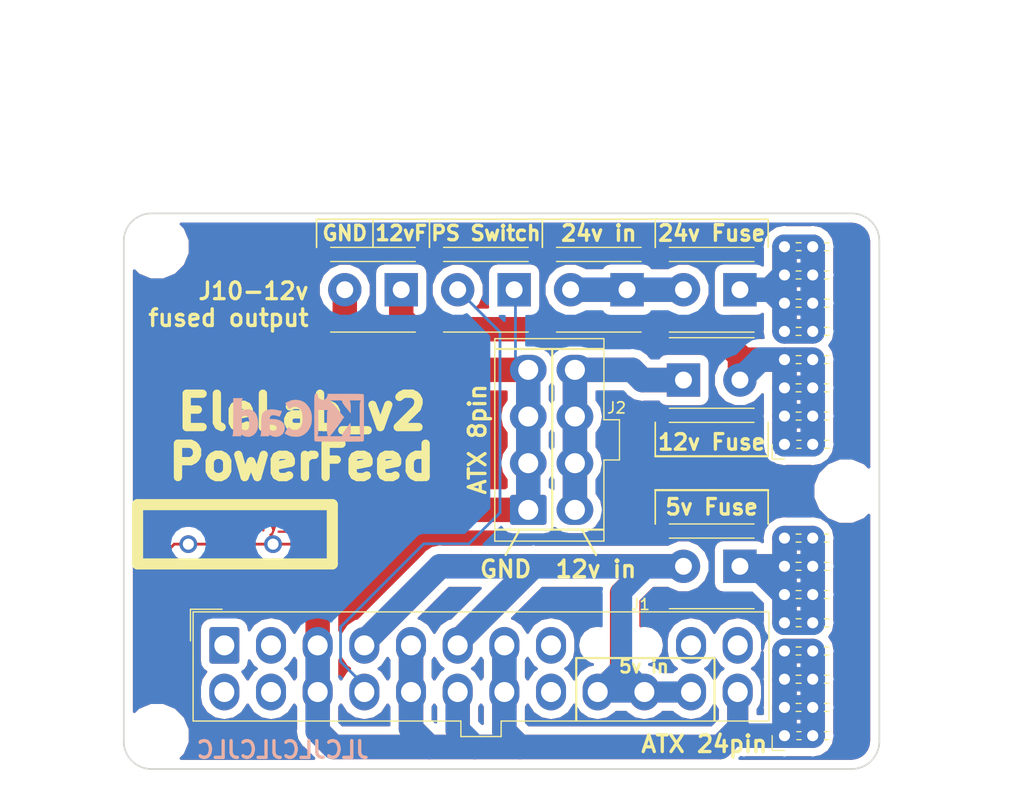
<source format=kicad_pcb>
(kicad_pcb (version 20171130) (host pcbnew "(5.0.2)-1")

  (general
    (thickness 1.6)
    (drawings 53)
    (tracks 185)
    (zones 0)
    (modules 15)
    (nets 17)
  )

  (page A4)
  (layers
    (0 F.Cu signal)
    (31 B.Cu signal)
    (32 B.Adhes user)
    (33 F.Adhes user)
    (34 B.Paste user)
    (35 F.Paste user)
    (36 B.SilkS user)
    (37 F.SilkS user)
    (38 B.Mask user)
    (39 F.Mask user)
    (40 Dwgs.User user)
    (41 Cmts.User user)
    (42 Eco1.User user)
    (43 Eco2.User user)
    (44 Edge.Cuts user)
    (45 Margin user)
    (46 B.CrtYd user)
    (47 F.CrtYd user)
    (48 B.Fab user)
    (49 F.Fab user)
  )

  (setup
    (last_trace_width 1.9)
    (trace_clearance 0.2)
    (zone_clearance 0.75)
    (zone_45_only no)
    (trace_min 0.2)
    (segment_width 0.2)
    (edge_width 0.15)
    (via_size 0.8)
    (via_drill 0.4)
    (via_min_size 0.4)
    (via_min_drill 0.3)
    (uvia_size 0.3)
    (uvia_drill 0.1)
    (uvias_allowed no)
    (uvia_min_size 0.2)
    (uvia_min_drill 0.1)
    (pcb_text_width 0.3)
    (pcb_text_size 1.5 1.5)
    (mod_edge_width 0.15)
    (mod_text_size 1 1)
    (mod_text_width 0.15)
    (pad_size 1.4 1.4)
    (pad_drill 1.4)
    (pad_to_mask_clearance 0.051)
    (solder_mask_min_width 0.25)
    (aux_axis_origin 0 0)
    (visible_elements 7FFFFFFF)
    (pcbplotparams
      (layerselection 0x010f0_ffffffff)
      (usegerberextensions true)
      (usegerberattributes false)
      (usegerberadvancedattributes false)
      (creategerberjobfile false)
      (excludeedgelayer true)
      (linewidth 0.100000)
      (plotframeref false)
      (viasonmask false)
      (mode 1)
      (useauxorigin false)
      (hpglpennumber 1)
      (hpglpenspeed 20)
      (hpglpendiameter 15.000000)
      (psnegative false)
      (psa4output false)
      (plotreference true)
      (plotvalue true)
      (plotinvisibletext false)
      (padsonsilk false)
      (subtractmaskfromsilk true)
      (outputformat 1)
      (mirror false)
      (drillshape 0)
      (scaleselection 1)
      (outputdirectory "Gerber_rev3/"))
  )

  (net 0 "")
  (net 1 /+24V)
  (net 2 /+12V)
  (net 3 /GND)
  (net 4 /+5V)
  (net 5 "Net-(J1-Pad1)")
  (net 6 "Net-(J1-Pad2)")
  (net 7 "Net-(J1-Pad8)")
  (net 8 "Net-(J1-Pad11)")
  (net 9 "Net-(J1-Pad12)")
  (net 10 "Net-(J1-Pad13)")
  (net 11 "Net-(J1-Pad14)")
  (net 12 /PS_ON)
  (net 13 "Net-(J1-Pad20)")
  (net 14 /+12V_F)
  (net 15 /+24V_F)
  (net 16 /+5V_F)

  (net_class Default "This is the default net class."
    (clearance 0.2)
    (trace_width 1.9)
    (via_dia 0.8)
    (via_drill 0.4)
    (uvia_dia 0.3)
    (uvia_drill 0.1)
    (add_net /+12V)
    (add_net /+12V_F)
    (add_net /+24V)
    (add_net /+24V_F)
    (add_net /+5V)
    (add_net /+5V_F)
    (add_net /GND)
    (add_net "Net-(J1-Pad1)")
    (add_net "Net-(J1-Pad11)")
    (add_net "Net-(J1-Pad12)")
    (add_net "Net-(J1-Pad13)")
    (add_net "Net-(J1-Pad14)")
    (add_net "Net-(J1-Pad2)")
    (add_net "Net-(J1-Pad20)")
    (add_net "Net-(J1-Pad8)")
  )

  (net_class PS_ON ""
    (clearance 0.2)
    (trace_width 0.25)
    (via_dia 0.8)
    (via_drill 0.4)
    (uvia_dia 0.3)
    (uvia_drill 0.1)
    (add_net /PS_ON)
  )

  (module MeineEdits:Molex_Mini-Fit_Jr_5566-24A_2x12_P4.20mm_Vertical (layer F.Cu) (tedit 5D8261B6) (tstamp 5D5CD779)
    (at 141.052 118.872)
    (descr "Molex Mini-Fit Jr. Power Connectors, old mpn/engineering number: 5566-24A, example for new mpn: 39-28-x24x, 12 Pins per row, Mounting:  (http://www.molex.com/pdm_docs/sd/039281043_sd.pdf), generated with kicad-footprint-generator")
    (tags "connector Molex Mini-Fit_Jr side entry")
    (path /5D515D54)
    (fp_text reference J1 (at 37.448 -3.683) (layer F.SilkS)
      (effects (font (size 1 1) (thickness 0.15)))
    )
    (fp_text value Conn_02x12_Top_Bottom (at 23.1 9.95) (layer F.Fab)
      (effects (font (size 1 1) (thickness 0.15)))
    )
    (fp_line (start -2.7 -2.9) (end -2.7 6.7) (layer F.Fab) (width 0.1))
    (fp_line (start -2.7 6.7) (end 48.9 6.7) (layer F.Fab) (width 0.1))
    (fp_line (start 48.9 6.7) (end 48.9 -2.9) (layer F.Fab) (width 0.1))
    (fp_line (start 48.9 -2.9) (end -2.7 -2.9) (layer F.Fab) (width 0.1))
    (fp_line (start 21.4 6.7) (end 21.4 8.1) (layer F.Fab) (width 0.1))
    (fp_line (start 21.4 8.1) (end 24.8 8.1) (layer F.Fab) (width 0.1))
    (fp_line (start 24.8 8.1) (end 24.8 6.7) (layer F.Fab) (width 0.1))
    (fp_line (start -1.65 -1.65) (end -1.65 1.65) (layer F.Fab) (width 0.1))
    (fp_line (start -1.65 1.65) (end 1.65 1.65) (layer F.Fab) (width 0.1))
    (fp_line (start 1.65 1.65) (end 1.65 -1.65) (layer F.Fab) (width 0.1))
    (fp_line (start 1.65 -1.65) (end -1.65 -1.65) (layer F.Fab) (width 0.1))
    (fp_line (start -1.65 5.85) (end -1.65 3.375) (layer F.Fab) (width 0.1))
    (fp_line (start -1.65 3.375) (end -0.825 2.55) (layer F.Fab) (width 0.1))
    (fp_line (start -0.825 2.55) (end 0.825 2.55) (layer F.Fab) (width 0.1))
    (fp_line (start 0.825 2.55) (end 1.65 3.375) (layer F.Fab) (width 0.1))
    (fp_line (start 1.65 3.375) (end 1.65 5.85) (layer F.Fab) (width 0.1))
    (fp_line (start 1.65 5.85) (end -1.65 5.85) (layer F.Fab) (width 0.1))
    (fp_line (start 2.55 2.55) (end 2.55 5.85) (layer F.Fab) (width 0.1))
    (fp_line (start 2.55 5.85) (end 5.85 5.85) (layer F.Fab) (width 0.1))
    (fp_line (start 5.85 5.85) (end 5.85 2.55) (layer F.Fab) (width 0.1))
    (fp_line (start 5.85 2.55) (end 2.55 2.55) (layer F.Fab) (width 0.1))
    (fp_line (start 2.55 1.65) (end 2.55 -0.825) (layer F.Fab) (width 0.1))
    (fp_line (start 2.55 -0.825) (end 3.375 -1.65) (layer F.Fab) (width 0.1))
    (fp_line (start 3.375 -1.65) (end 5.025 -1.65) (layer F.Fab) (width 0.1))
    (fp_line (start 5.025 -1.65) (end 5.85 -0.825) (layer F.Fab) (width 0.1))
    (fp_line (start 5.85 -0.825) (end 5.85 1.65) (layer F.Fab) (width 0.1))
    (fp_line (start 5.85 1.65) (end 2.55 1.65) (layer F.Fab) (width 0.1))
    (fp_line (start 6.75 2.55) (end 6.75 5.85) (layer F.Fab) (width 0.1))
    (fp_line (start 6.75 5.85) (end 10.05 5.85) (layer F.Fab) (width 0.1))
    (fp_line (start 10.05 5.85) (end 10.05 2.55) (layer F.Fab) (width 0.1))
    (fp_line (start 10.05 2.55) (end 6.75 2.55) (layer F.Fab) (width 0.1))
    (fp_line (start 6.75 1.65) (end 6.75 -0.825) (layer F.Fab) (width 0.1))
    (fp_line (start 6.75 -0.825) (end 7.575 -1.65) (layer F.Fab) (width 0.1))
    (fp_line (start 7.575 -1.65) (end 9.225 -1.65) (layer F.Fab) (width 0.1))
    (fp_line (start 9.225 -1.65) (end 10.05 -0.825) (layer F.Fab) (width 0.1))
    (fp_line (start 10.05 -0.825) (end 10.05 1.65) (layer F.Fab) (width 0.1))
    (fp_line (start 10.05 1.65) (end 6.75 1.65) (layer F.Fab) (width 0.1))
    (fp_line (start 10.95 -1.65) (end 10.95 1.65) (layer F.Fab) (width 0.1))
    (fp_line (start 10.95 1.65) (end 14.25 1.65) (layer F.Fab) (width 0.1))
    (fp_line (start 14.25 1.65) (end 14.25 -1.65) (layer F.Fab) (width 0.1))
    (fp_line (start 14.25 -1.65) (end 10.95 -1.65) (layer F.Fab) (width 0.1))
    (fp_line (start 10.95 5.85) (end 10.95 3.375) (layer F.Fab) (width 0.1))
    (fp_line (start 10.95 3.375) (end 11.775 2.55) (layer F.Fab) (width 0.1))
    (fp_line (start 11.775 2.55) (end 13.425 2.55) (layer F.Fab) (width 0.1))
    (fp_line (start 13.425 2.55) (end 14.25 3.375) (layer F.Fab) (width 0.1))
    (fp_line (start 14.25 3.375) (end 14.25 5.85) (layer F.Fab) (width 0.1))
    (fp_line (start 14.25 5.85) (end 10.95 5.85) (layer F.Fab) (width 0.1))
    (fp_line (start 15.15 -1.65) (end 15.15 1.65) (layer F.Fab) (width 0.1))
    (fp_line (start 15.15 1.65) (end 18.45 1.65) (layer F.Fab) (width 0.1))
    (fp_line (start 18.45 1.65) (end 18.45 -1.65) (layer F.Fab) (width 0.1))
    (fp_line (start 18.45 -1.65) (end 15.15 -1.65) (layer F.Fab) (width 0.1))
    (fp_line (start 15.15 5.85) (end 15.15 3.375) (layer F.Fab) (width 0.1))
    (fp_line (start 15.15 3.375) (end 15.975 2.55) (layer F.Fab) (width 0.1))
    (fp_line (start 15.975 2.55) (end 17.625 2.55) (layer F.Fab) (width 0.1))
    (fp_line (start 17.625 2.55) (end 18.45 3.375) (layer F.Fab) (width 0.1))
    (fp_line (start 18.45 3.375) (end 18.45 5.85) (layer F.Fab) (width 0.1))
    (fp_line (start 18.45 5.85) (end 15.15 5.85) (layer F.Fab) (width 0.1))
    (fp_line (start 19.35 2.55) (end 19.35 5.85) (layer F.Fab) (width 0.1))
    (fp_line (start 19.35 5.85) (end 22.65 5.85) (layer F.Fab) (width 0.1))
    (fp_line (start 22.65 5.85) (end 22.65 2.55) (layer F.Fab) (width 0.1))
    (fp_line (start 22.65 2.55) (end 19.35 2.55) (layer F.Fab) (width 0.1))
    (fp_line (start 19.35 1.65) (end 19.35 -0.825) (layer F.Fab) (width 0.1))
    (fp_line (start 19.35 -0.825) (end 20.175 -1.65) (layer F.Fab) (width 0.1))
    (fp_line (start 20.175 -1.65) (end 21.825 -1.65) (layer F.Fab) (width 0.1))
    (fp_line (start 21.825 -1.65) (end 22.65 -0.825) (layer F.Fab) (width 0.1))
    (fp_line (start 22.65 -0.825) (end 22.65 1.65) (layer F.Fab) (width 0.1))
    (fp_line (start 22.65 1.65) (end 19.35 1.65) (layer F.Fab) (width 0.1))
    (fp_line (start 23.55 2.55) (end 23.55 5.85) (layer F.Fab) (width 0.1))
    (fp_line (start 23.55 5.85) (end 26.85 5.85) (layer F.Fab) (width 0.1))
    (fp_line (start 26.85 5.85) (end 26.85 2.55) (layer F.Fab) (width 0.1))
    (fp_line (start 26.85 2.55) (end 23.55 2.55) (layer F.Fab) (width 0.1))
    (fp_line (start 23.55 1.65) (end 23.55 -0.825) (layer F.Fab) (width 0.1))
    (fp_line (start 23.55 -0.825) (end 24.375 -1.65) (layer F.Fab) (width 0.1))
    (fp_line (start 24.375 -1.65) (end 26.025 -1.65) (layer F.Fab) (width 0.1))
    (fp_line (start 26.025 -1.65) (end 26.85 -0.825) (layer F.Fab) (width 0.1))
    (fp_line (start 26.85 -0.825) (end 26.85 1.65) (layer F.Fab) (width 0.1))
    (fp_line (start 26.85 1.65) (end 23.55 1.65) (layer F.Fab) (width 0.1))
    (fp_line (start 27.75 -1.65) (end 27.75 1.65) (layer F.Fab) (width 0.1))
    (fp_line (start 27.75 1.65) (end 31.05 1.65) (layer F.Fab) (width 0.1))
    (fp_line (start 31.05 1.65) (end 31.05 -1.65) (layer F.Fab) (width 0.1))
    (fp_line (start 31.05 -1.65) (end 27.75 -1.65) (layer F.Fab) (width 0.1))
    (fp_line (start 27.75 5.85) (end 27.75 3.375) (layer F.Fab) (width 0.1))
    (fp_line (start 27.75 3.375) (end 28.575 2.55) (layer F.Fab) (width 0.1))
    (fp_line (start 28.575 2.55) (end 30.225 2.55) (layer F.Fab) (width 0.1))
    (fp_line (start 30.225 2.55) (end 31.05 3.375) (layer F.Fab) (width 0.1))
    (fp_line (start 31.05 3.375) (end 31.05 5.85) (layer F.Fab) (width 0.1))
    (fp_line (start 31.05 5.85) (end 27.75 5.85) (layer F.Fab) (width 0.1))
    (fp_line (start 31.95 -1.65) (end 31.95 1.65) (layer F.Fab) (width 0.1))
    (fp_line (start 31.95 1.65) (end 35.25 1.65) (layer F.Fab) (width 0.1))
    (fp_line (start 35.25 1.65) (end 35.25 -1.65) (layer F.Fab) (width 0.1))
    (fp_line (start 35.25 -1.65) (end 31.95 -1.65) (layer F.Fab) (width 0.1))
    (fp_line (start 31.95 5.85) (end 31.95 3.375) (layer F.Fab) (width 0.1))
    (fp_line (start 31.95 3.375) (end 32.775 2.55) (layer F.Fab) (width 0.1))
    (fp_line (start 32.775 2.55) (end 34.425 2.55) (layer F.Fab) (width 0.1))
    (fp_line (start 34.425 2.55) (end 35.25 3.375) (layer F.Fab) (width 0.1))
    (fp_line (start 35.25 3.375) (end 35.25 5.85) (layer F.Fab) (width 0.1))
    (fp_line (start 35.25 5.85) (end 31.95 5.85) (layer F.Fab) (width 0.1))
    (fp_line (start 36.15 2.55) (end 36.15 5.85) (layer F.Fab) (width 0.1))
    (fp_line (start 36.15 5.85) (end 39.45 5.85) (layer F.Fab) (width 0.1))
    (fp_line (start 39.45 5.85) (end 39.45 2.55) (layer F.Fab) (width 0.1))
    (fp_line (start 39.45 2.55) (end 36.15 2.55) (layer F.Fab) (width 0.1))
    (fp_line (start 36.15 1.65) (end 36.15 -0.825) (layer F.Fab) (width 0.1))
    (fp_line (start 36.15 -0.825) (end 36.975 -1.65) (layer F.Fab) (width 0.1))
    (fp_line (start 36.975 -1.65) (end 38.625 -1.65) (layer F.Fab) (width 0.1))
    (fp_line (start 38.625 -1.65) (end 39.45 -0.825) (layer F.Fab) (width 0.1))
    (fp_line (start 39.45 -0.825) (end 39.45 1.65) (layer F.Fab) (width 0.1))
    (fp_line (start 39.45 1.65) (end 36.15 1.65) (layer F.Fab) (width 0.1))
    (fp_line (start 40.35 2.55) (end 40.35 5.85) (layer F.Fab) (width 0.1))
    (fp_line (start 40.35 5.85) (end 43.65 5.85) (layer F.Fab) (width 0.1))
    (fp_line (start 43.65 5.85) (end 43.65 2.55) (layer F.Fab) (width 0.1))
    (fp_line (start 43.65 2.55) (end 40.35 2.55) (layer F.Fab) (width 0.1))
    (fp_line (start 40.35 1.65) (end 40.35 -0.825) (layer F.Fab) (width 0.1))
    (fp_line (start 40.35 -0.825) (end 41.175 -1.65) (layer F.Fab) (width 0.1))
    (fp_line (start 41.175 -1.65) (end 42.825 -1.65) (layer F.Fab) (width 0.1))
    (fp_line (start 42.825 -1.65) (end 43.65 -0.825) (layer F.Fab) (width 0.1))
    (fp_line (start 43.65 -0.825) (end 43.65 1.65) (layer F.Fab) (width 0.1))
    (fp_line (start 43.65 1.65) (end 40.35 1.65) (layer F.Fab) (width 0.1))
    (fp_line (start 44.55 -1.65) (end 44.55 1.65) (layer F.Fab) (width 0.1))
    (fp_line (start 44.55 1.65) (end 47.85 1.65) (layer F.Fab) (width 0.1))
    (fp_line (start 47.85 1.65) (end 47.85 -1.65) (layer F.Fab) (width 0.1))
    (fp_line (start 47.85 -1.65) (end 44.55 -1.65) (layer F.Fab) (width 0.1))
    (fp_line (start 44.55 5.85) (end 44.55 3.375) (layer F.Fab) (width 0.1))
    (fp_line (start 44.55 3.375) (end 45.375 2.55) (layer F.Fab) (width 0.1))
    (fp_line (start 45.375 2.55) (end 47.025 2.55) (layer F.Fab) (width 0.1))
    (fp_line (start 47.025 2.55) (end 47.85 3.375) (layer F.Fab) (width 0.1))
    (fp_line (start 47.85 3.375) (end 47.85 5.85) (layer F.Fab) (width 0.1))
    (fp_line (start 47.85 5.85) (end 44.55 5.85) (layer F.Fab) (width 0.1))
    (fp_line (start 23.1 -3.01) (end -2.81 -3.01) (layer F.SilkS) (width 0.12))
    (fp_line (start -2.81 -3.01) (end -2.81 6.81) (layer F.SilkS) (width 0.12))
    (fp_line (start -2.81 6.81) (end 21.29 6.81) (layer F.SilkS) (width 0.12))
    (fp_line (start 21.29 6.81) (end 21.29 8.21) (layer F.SilkS) (width 0.12))
    (fp_line (start 21.29 8.21) (end 23.1 8.21) (layer F.SilkS) (width 0.12))
    (fp_line (start 23.1 -3.01) (end 49.01 -3.01) (layer F.SilkS) (width 0.12))
    (fp_line (start 49.01 -3.01) (end 49.01 6.81) (layer F.SilkS) (width 0.12))
    (fp_line (start 49.01 6.81) (end 24.91 6.81) (layer F.SilkS) (width 0.12))
    (fp_line (start 24.91 6.81) (end 24.91 8.21) (layer F.SilkS) (width 0.12))
    (fp_line (start 24.91 8.21) (end 23.1 8.21) (layer F.SilkS) (width 0.12))
    (fp_line (start -0.2 -3.25) (end -3.05 -3.25) (layer F.SilkS) (width 0.12))
    (fp_line (start -3.05 -3.25) (end -3.05 -0.4) (layer F.SilkS) (width 0.12))
    (fp_line (start -0.2 -3.25) (end -3.05 -3.25) (layer F.Fab) (width 0.1))
    (fp_line (start -3.05 -3.25) (end -3.05 -0.4) (layer F.Fab) (width 0.1))
    (fp_line (start -3.2 -3.4) (end -3.2 8.6) (layer F.CrtYd) (width 0.05))
    (fp_line (start -3.2 8.6) (end 49.4 8.6) (layer F.CrtYd) (width 0.05))
    (fp_line (start 49.4 8.6) (end 49.4 -3.4) (layer F.CrtYd) (width 0.05))
    (fp_line (start 49.4 -3.4) (end -3.2 -3.4) (layer F.CrtYd) (width 0.05))
    (fp_text user %R (at 23.1 -2.2) (layer F.Fab)
      (effects (font (size 1 1) (thickness 0.15)))
    )
    (pad 1 thru_hole roundrect (at 0 0) (size 2.7 3.3) (drill 1.8) (layers *.Cu *.Mask) (roundrect_rratio 0.09300000000000001)
      (net 5 "Net-(J1-Pad1)"))
    (pad 2 thru_hole oval (at 4.2 0) (size 2.7 3.3) (drill 1.8) (layers *.Cu *.Mask)
      (net 6 "Net-(J1-Pad2)"))
    (pad 3 thru_hole oval (at 8.4 0) (size 2.7 3.3) (drill 1.8) (layers *.Cu *.Mask)
      (net 3 /GND))
    (pad 4 thru_hole oval (at 12.6 0) (size 2.7 3.3) (drill 1.8) (layers *.Cu *.Mask)
      (net 4 /+5V))
    (pad 5 thru_hole oval (at 16.8 0) (size 2.7 3.3) (drill 1.8) (layers *.Cu *.Mask)
      (net 3 /GND))
    (pad 6 thru_hole oval (at 21 0) (size 2.7 3.3) (drill 1.8) (layers *.Cu *.Mask)
      (net 4 /+5V))
    (pad 7 thru_hole oval (at 25.2 0) (size 2.7 3.3) (drill 1.8) (layers *.Cu *.Mask)
      (net 3 /GND))
    (pad 8 thru_hole oval (at 29.4 0) (size 2.7 3.3) (drill 1.8) (layers *.Cu *.Mask)
      (net 7 "Net-(J1-Pad8)"))
    (pad "" np_thru_hole oval (at 33.6 0) (size 1.8 1.8) (drill 1.8) (layers *.Cu *.Mask))
    (pad "" np_thru_hole oval (at 37.8 0) (size 1.8 1.8) (drill 1.8) (layers *.Cu *.Mask))
    (pad 11 thru_hole oval (at 42 0) (size 2.7 3.3) (drill 1.8) (layers *.Cu *.Mask)
      (net 8 "Net-(J1-Pad11)"))
    (pad 12 thru_hole oval (at 46.2 0) (size 2.7 3.3) (drill 1.8) (layers *.Cu *.Mask)
      (net 9 "Net-(J1-Pad12)"))
    (pad 13 thru_hole oval (at 0 4.2) (size 2.7 3.3) (drill 1.8) (layers *.Cu *.Mask)
      (net 10 "Net-(J1-Pad13)"))
    (pad 14 thru_hole oval (at 4.2 4.2) (size 2.7 3.3) (drill 1.8) (layers *.Cu *.Mask)
      (net 11 "Net-(J1-Pad14)"))
    (pad 15 thru_hole oval (at 8.4 4.2) (size 2.7 3.3) (drill 1.8) (layers *.Cu *.Mask)
      (net 3 /GND))
    (pad 16 thru_hole oval (at 12.6 4.2) (size 2.7 3.3) (drill 1.8) (layers *.Cu *.Mask)
      (net 12 /PS_ON))
    (pad 17 thru_hole oval (at 16.8 4.2) (size 2.7 3.3) (drill 1.8) (layers *.Cu *.Mask)
      (net 3 /GND))
    (pad 18 thru_hole oval (at 21 4.2) (size 2.7 3.3) (drill 1.8) (layers *.Cu *.Mask)
      (net 3 /GND))
    (pad 19 thru_hole oval (at 25.2 4.2) (size 2.7 3.3) (drill 1.8) (layers *.Cu *.Mask)
      (net 3 /GND))
    (pad 20 thru_hole oval (at 29.4 4.2) (size 2.7 3.3) (drill 1.8) (layers *.Cu *.Mask)
      (net 13 "Net-(J1-Pad20)"))
    (pad 21 thru_hole oval (at 33.6 4.2) (size 2.7 3.3) (drill 1.8) (layers *.Cu *.Mask)
      (net 4 /+5V))
    (pad 22 thru_hole oval (at 37.8 4.2) (size 2.7 3.3) (drill 1.8) (layers *.Cu *.Mask)
      (net 4 /+5V))
    (pad 23 thru_hole oval (at 42 4.2) (size 2.7 3.3) (drill 1.8) (layers *.Cu *.Mask)
      (net 4 /+5V))
    (pad 24 thru_hole oval (at 46.2 4.2) (size 2.7 3.3) (drill 1.8) (layers *.Cu *.Mask)
      (net 3 /GND))
    (model ${KISYS3DMOD}/Connector_Molex.3dshapes/Molex_Mini-Fit_Jr_5566-24A_2x12_P4.20mm_Vertical.wrl
      (at (xyz 0 0 0))
      (scale (xyz 1 1 1))
      (rotate (xyz 0 0 0))
    )
  )

  (module MeineEdits:Molex_Mini-Fit_Jr_5566-08A_2x04_P4.20mm_Vertical_biggerHoles_actual4,2 (layer F.Cu) (tedit 5D82602E) (tstamp 5D6A3D7C)
    (at 168.402 106.68 90)
    (descr "Molex Mini-Fit Jr. Power Connectors, old mpn/engineering number: 5566-08A, example for new mpn: 39-28-x08x, 4 Pins per row, Mounting:  (http://www.molex.com/pdm_docs/sd/039281043_sd.pdf), generated with kicad-footprint-generator")
    (tags "connector Molex Mini-Fit_Jr side entry")
    (path /5D515CF2)
    (fp_text reference J2 (at 9.18 7.948 180) (layer F.SilkS)
      (effects (font (size 1 1) (thickness 0.15)))
    )
    (fp_text value Conn_02x04_Top_Bottom (at 6.3 9.3 90) (layer F.Fab)
      (effects (font (size 1 1) (thickness 0.15)))
    )
    (fp_line (start -2.7 -2.9) (end -2.7 6.7) (layer F.Fab) (width 0.1))
    (fp_line (start -2.7 6.7) (end 15.3 6.7) (layer F.Fab) (width 0.1))
    (fp_line (start 15.3 6.7) (end 15.3 -2.9) (layer F.Fab) (width 0.1))
    (fp_line (start 15.3 -2.9) (end -2.7 -2.9) (layer F.Fab) (width 0.1))
    (fp_line (start 4.6 6.7) (end 4.6 8.1) (layer F.Fab) (width 0.1))
    (fp_line (start 4.6 8.1) (end 8 8.1) (layer F.Fab) (width 0.1))
    (fp_line (start 8 8.1) (end 8 6.7) (layer F.Fab) (width 0.1))
    (fp_line (start -1.65 -1.65) (end -1.65 1.65) (layer F.Fab) (width 0.1))
    (fp_line (start -1.65 1.65) (end 1.65 1.65) (layer F.Fab) (width 0.1))
    (fp_line (start 1.65 1.65) (end 1.65 -1.65) (layer F.Fab) (width 0.1))
    (fp_line (start 1.65 -1.65) (end -1.65 -1.65) (layer F.Fab) (width 0.1))
    (fp_line (start -1.65 5.85) (end -1.65 3.375) (layer F.Fab) (width 0.1))
    (fp_line (start -1.65 3.375) (end -0.825 2.55) (layer F.Fab) (width 0.1))
    (fp_line (start -0.825 2.55) (end 0.825 2.55) (layer F.Fab) (width 0.1))
    (fp_line (start 0.825 2.55) (end 1.65 3.375) (layer F.Fab) (width 0.1))
    (fp_line (start 1.65 3.375) (end 1.65 5.85) (layer F.Fab) (width 0.1))
    (fp_line (start 1.65 5.85) (end -1.65 5.85) (layer F.Fab) (width 0.1))
    (fp_line (start 2.55 2.55) (end 2.55 5.85) (layer F.Fab) (width 0.1))
    (fp_line (start 2.55 5.85) (end 5.85 5.85) (layer F.Fab) (width 0.1))
    (fp_line (start 5.85 5.85) (end 5.85 2.55) (layer F.Fab) (width 0.1))
    (fp_line (start 5.85 2.55) (end 2.55 2.55) (layer F.Fab) (width 0.1))
    (fp_line (start 2.55 1.65) (end 2.55 -0.825) (layer F.Fab) (width 0.1))
    (fp_line (start 2.55 -0.825) (end 3.375 -1.65) (layer F.Fab) (width 0.1))
    (fp_line (start 3.375 -1.65) (end 5.025 -1.65) (layer F.Fab) (width 0.1))
    (fp_line (start 5.025 -1.65) (end 5.85 -0.825) (layer F.Fab) (width 0.1))
    (fp_line (start 5.85 -0.825) (end 5.85 1.65) (layer F.Fab) (width 0.1))
    (fp_line (start 5.85 1.65) (end 2.55 1.65) (layer F.Fab) (width 0.1))
    (fp_line (start 6.75 2.55) (end 6.75 5.85) (layer F.Fab) (width 0.1))
    (fp_line (start 6.75 5.85) (end 10.05 5.85) (layer F.Fab) (width 0.1))
    (fp_line (start 10.05 5.85) (end 10.05 2.55) (layer F.Fab) (width 0.1))
    (fp_line (start 10.05 2.55) (end 6.75 2.55) (layer F.Fab) (width 0.1))
    (fp_line (start 6.75 1.65) (end 6.75 -0.825) (layer F.Fab) (width 0.1))
    (fp_line (start 6.75 -0.825) (end 7.575 -1.65) (layer F.Fab) (width 0.1))
    (fp_line (start 7.575 -1.65) (end 9.225 -1.65) (layer F.Fab) (width 0.1))
    (fp_line (start 9.225 -1.65) (end 10.05 -0.825) (layer F.Fab) (width 0.1))
    (fp_line (start 10.05 -0.825) (end 10.05 1.65) (layer F.Fab) (width 0.1))
    (fp_line (start 10.05 1.65) (end 6.75 1.65) (layer F.Fab) (width 0.1))
    (fp_line (start 10.95 -1.65) (end 10.95 1.65) (layer F.Fab) (width 0.1))
    (fp_line (start 10.95 1.65) (end 14.25 1.65) (layer F.Fab) (width 0.1))
    (fp_line (start 14.25 1.65) (end 14.25 -1.65) (layer F.Fab) (width 0.1))
    (fp_line (start 14.25 -1.65) (end 10.95 -1.65) (layer F.Fab) (width 0.1))
    (fp_line (start 10.95 5.85) (end 10.95 3.375) (layer F.Fab) (width 0.1))
    (fp_line (start 10.95 3.375) (end 11.775 2.55) (layer F.Fab) (width 0.1))
    (fp_line (start 11.775 2.55) (end 13.425 2.55) (layer F.Fab) (width 0.1))
    (fp_line (start 13.425 2.55) (end 14.25 3.375) (layer F.Fab) (width 0.1))
    (fp_line (start 14.25 3.375) (end 14.25 5.85) (layer F.Fab) (width 0.1))
    (fp_line (start 14.25 5.85) (end 10.95 5.85) (layer F.Fab) (width 0.1))
    (fp_line (start 6.3 -3.01) (end -2.81 -3.01) (layer F.SilkS) (width 0.12))
    (fp_line (start -2.81 -3.01) (end -2.81 6.81) (layer F.SilkS) (width 0.12))
    (fp_line (start -2.81 6.81) (end 4.49 6.81) (layer F.SilkS) (width 0.12))
    (fp_line (start 4.49 6.81) (end 4.49 8.21) (layer F.SilkS) (width 0.12))
    (fp_line (start 4.49 8.21) (end 6.3 8.21) (layer F.SilkS) (width 0.12))
    (fp_line (start 6.3 -3.01) (end 15.41 -3.01) (layer F.SilkS) (width 0.12))
    (fp_line (start 15.41 -3.01) (end 15.41 6.81) (layer F.SilkS) (width 0.12))
    (fp_line (start 15.41 6.81) (end 8.11 6.81) (layer F.SilkS) (width 0.12))
    (fp_line (start 8.11 6.81) (end 8.11 8.21) (layer F.SilkS) (width 0.12))
    (fp_line (start 8.11 8.21) (end 6.3 8.21) (layer F.SilkS) (width 0.12))
    (fp_line (start -3.2 -3.4) (end -3.2 8.6) (layer F.CrtYd) (width 0.05))
    (fp_line (start -3.2 8.6) (end 15.8 8.6) (layer F.CrtYd) (width 0.05))
    (fp_line (start 15.8 8.6) (end 15.8 -3.4) (layer F.CrtYd) (width 0.05))
    (fp_line (start 15.8 -3.4) (end -3.2 -3.4) (layer F.CrtYd) (width 0.05))
    (fp_text user %R (at 6.3 -2.2 90) (layer F.Fab)
      (effects (font (size 1 1) (thickness 0.15)))
    )
    (pad 1 thru_hole roundrect (at 0 0 90) (size 2.7 3.3) (drill 1.8) (layers *.Cu *.Mask) (roundrect_rratio 0.09300000000000001)
      (net 3 /GND))
    (pad 2 thru_hole oval (at 4.2 0 90) (size 2.7 3.3) (drill 1.8) (layers *.Cu *.Mask)
      (net 3 /GND))
    (pad 3 thru_hole oval (at 8.4 0 90) (size 2.7 3.3) (drill 1.8) (layers *.Cu *.Mask)
      (net 3 /GND))
    (pad 4 thru_hole oval (at 12.6 0 90) (size 2.7 3.3) (drill 1.8) (layers *.Cu *.Mask)
      (net 3 /GND))
    (pad 5 thru_hole oval (at 0 4.2 90) (size 2.7 3.3) (drill 1.8) (layers *.Cu *.Mask)
      (net 2 /+12V))
    (pad 6 thru_hole oval (at 4.2 4.2 90) (size 2.7 3.3) (drill 1.8) (layers *.Cu *.Mask)
      (net 2 /+12V))
    (pad 7 thru_hole oval (at 8.4 4.2 90) (size 2.7 3.3) (drill 1.8) (layers *.Cu *.Mask)
      (net 2 /+12V))
    (pad 8 thru_hole oval (at 12.6 4.2 90) (size 2.7 3.3) (drill 1.8) (layers *.Cu *.Mask)
      (net 2 /+12V))
    (model ${KISYS3DMOD}/Connector_Molex.3dshapes/Molex_Mini-Fit_Jr_5566-08A_2x04_P4.20mm_Vertical.wrl
      (at (xyz 0 0 0))
      (scale (xyz 1 1 1))
      (rotate (xyz 0 0 0))
    )
  )

  (module MeineBib:EigenesMountingHole_2.7mm_M2.5 (layer F.Cu) (tedit 5D4EEE3F) (tstamp 5D5D6EF6)
    (at 135 83)
    (descr "Mounting Hole 2.7mm, no annular, M2.5")
    (tags "mounting hole 2.7mm no annular m2.5")
    (path /5D54E5FF)
    (attr virtual)
    (fp_text reference H1 (at 0 -3.7) (layer F.SilkS) hide
      (effects (font (size 1 1) (thickness 0.15)))
    )
    (fp_text value MountingHole (at 0 -5) (layer F.Fab)
      (effects (font (size 1 1) (thickness 0.15)))
    )
    (fp_circle (center 0 0) (end 2.95 0) (layer F.CrtYd) (width 0.05))
    (fp_circle (center 0 0) (end 2.7 0) (layer Cmts.User) (width 0.15))
    (fp_text user %R (at 0.3 0) (layer F.Fab)
      (effects (font (size 1 1) (thickness 0.15)))
    )
    (pad "" np_thru_hole circle (at 0 0) (size 2.7 2.7) (drill 2.7) (layers *.Cu *.Mask)
      (solder_mask_margin 1.5) (clearance 1.5))
  )

  (module MeineBib:EigenesMountingHole_2.7mm_M2.5 (layer F.Cu) (tedit 5D4EEE43) (tstamp 5D66D5DD)
    (at 197 105)
    (descr "Mounting Hole 2.7mm, no annular, M2.5")
    (tags "mounting hole 2.7mm no annular m2.5")
    (path /5D54E645)
    (attr virtual)
    (fp_text reference H2 (at 0 -3.7) (layer F.SilkS) hide
      (effects (font (size 1 1) (thickness 0.15)))
    )
    (fp_text value MountingHole (at 0 -5) (layer F.Fab)
      (effects (font (size 1 1) (thickness 0.15)))
    )
    (fp_circle (center 0 0) (end 2.95 0) (layer F.CrtYd) (width 0.05))
    (fp_circle (center 0 0) (end 2.7 0) (layer Cmts.User) (width 0.15))
    (fp_text user %R (at 0.3 0) (layer F.Fab)
      (effects (font (size 1 1) (thickness 0.15)))
    )
    (pad "" np_thru_hole circle (at 0 0) (size 2.7 2.7) (drill 2.7) (layers *.Cu *.Mask)
      (solder_mask_margin 1.5) (clearance 1.5))
  )

  (module MeineBib:EigenesMountingHole_2.7mm_M2.5 (layer F.Cu) (tedit 5D4EEE4C) (tstamp 5D595196)
    (at 135 127)
    (descr "Mounting Hole 2.7mm, no annular, M2.5")
    (tags "mounting hole 2.7mm no annular m2.5")
    (path /5D54E663)
    (attr virtual)
    (fp_text reference H3 (at 0 5) (layer F.SilkS) hide
      (effects (font (size 1 1) (thickness 0.15)))
    )
    (fp_text value MountingHole (at 0 3.7) (layer F.Fab)
      (effects (font (size 1 1) (thickness 0.15)))
    )
    (fp_circle (center 0 0) (end 2.95 0) (layer F.CrtYd) (width 0.05))
    (fp_circle (center 0 0) (end 2.7 0) (layer Cmts.User) (width 0.15))
    (fp_text user %R (at 0.3 0) (layer F.Fab)
      (effects (font (size 1 1) (thickness 0.15)))
    )
    (pad "" np_thru_hole circle (at 0 0) (size 2.7 2.7) (drill 2.7) (layers *.Cu *.Mask)
      (solder_mask_margin 1.5) (clearance 1.5))
  )

  (module MeineBib:Binary_6_v0.1 (layer F.Cu) (tedit 5CBAF07D) (tstamp 5D59DC19)
    (at 141.6 108.8 180)
    (descr "Resistor, Axial_DIN0207 series, Axial, Horizontal, pin pitch=7.62mm, 0.25W = 1/4W, length*diameter=6.3*2.5mm^2, http://cdn-reichelt.de/documents/datenblatt/B400/1_4W%23YAG.pdf")
    (tags "Resistor Axial_DIN0207 series Axial Horizontal pin pitch 7.62mm 0.25W = 1/4W length 6.3mm diameter 2.5mm")
    (path /5D5974CF)
    (fp_text reference LO_1 (at 6.761 1.661 180) (layer F.SilkS) hide
      (effects (font (size 1 1) (thickness 0.15)))
    )
    (fp_text value Binary_6_Logo (at 10.1346 -8.5852 180) (layer F.Fab)
      (effects (font (size 1 1) (thickness 0.15)))
    )
    (fp_line (start 8.3566 2.5908) (end -9.1694 2.5908) (layer F.SilkS) (width 1))
    (fp_line (start 8.3566 -2.7432) (end 8.3566 2.5908) (layer F.SilkS) (width 1))
    (fp_line (start -9.1694 -2.7432) (end 8.3566 -2.7432) (layer F.SilkS) (width 1))
    (fp_line (start -9.1694 2.5908) (end -9.1694 -2.7432) (layer F.SilkS) (width 1))
    (fp_poly (pts (xy 8.0772 -2.4384) (xy -8.89 -2.4384) (xy -8.89 2.286) (xy 8.0772 2.286)) (layer F.Mask) (width 0.15))
    (fp_text user Binary_6 (at -2.5654 0.8128 180) (layer F.Cu)
      (effects (font (size 1.2 1.2) (thickness 0.2)))
    )
    (fp_line (start 3.5306 1.8288) (end -8.9408 1.8288) (layer F.Cu) (width 0.25))
    (fp_line (start 6.5786 -1.2192) (end 3.5306 1.8288) (layer F.Cu) (width 0.25))
    (fp_line (start 8.128 -1.2192) (end 6.5786 -1.2192) (layer F.Cu) (width 0.25))
    (fp_line (start -5.6134 -0.9652) (end -8.4074 1.8288) (layer F.Cu) (width 0.25))
    (fp_line (start -3.8354 -0.9652) (end -5.6134 -0.9652) (layer F.Cu) (width 0.25))
    (fp_line (start 6.0706 -1.9812) (end 8.0772 -1.9812) (layer F.Cu) (width 0.25))
    (fp_line (start 5.0546 -0.9652) (end 6.0706 -1.9812) (layer F.Cu) (width 0.25))
    (fp_line (start 3.7846 -0.9652) (end 5.0546 -0.9652) (layer F.Cu) (width 0.25))
    (fp_line (start 1.2446 -0.9652) (end 3.7846 -0.9652) (layer F.Cu) (width 0.25))
    (fp_line (start -3.8354 -0.9652) (end -1.2954 -0.9652) (layer F.Cu) (width 0.25))
    (fp_line (start 3.7846 -0.9652) (end 3.1246 -0.9652) (layer F.Fab) (width 0.1))
    (fp_line (start -3.8354 -0.9652) (end -3.1754 -0.9652) (layer F.Fab) (width 0.1))
    (pad "" smd roundrect (at 0.8446 -0.9652 180) (size 0.9 1.8) (layers F.Cu F.Paste F.Mask) (roundrect_rratio 0.25))
    (pad "" smd roundrect (at -0.8954 -0.9652 180) (size 0.9 1.8) (layers F.Cu F.Paste F.Mask) (roundrect_rratio 0.25))
    (pad 1 thru_hole oval (at 3.7846 -0.9652 180) (size 1.6 1.6) (drill 1) (layers *.Cu *.Mask))
    (pad 2 thru_hole circle (at -3.8354 -0.9652 180) (size 1.6 1.6) (drill 1) (layers *.Cu *.Mask))
  )

  (module Symbol:Symbol_KiCAD-Logo_CopperAndSilkScreenTop (layer B.Cu) (tedit 0) (tstamp 5D5CE9A7)
    (at 147.7 98.2 180)
    (descr "Symbol, KiCAD-Logo, Silk & Copper Top,")
    (tags "Symbol, KiCAD-Logo, Silk & Copper Top,")
    (path /5D597577)
    (attr virtual)
    (fp_text reference LO_2 (at 0 0 180) (layer B.SilkS) hide
      (effects (font (size 1.524 1.524) (thickness 0.3)) (justify mirror))
    )
    (fp_text value KiCAD_Logo (at 0.75 0 180) (layer B.SilkS) hide
      (effects (font (size 1.524 1.524) (thickness 0.3)) (justify mirror))
    )
    (fp_poly (pts (xy 5.847464 -0.05715) (xy 5.849006 -0.387052) (xy 5.850566 -0.669981) (xy 5.852261 -0.909761)
      (xy 5.854208 -1.110219) (xy 5.856523 -1.275181) (xy 5.859322 -1.408472) (xy 5.862724 -1.513918)
      (xy 5.866844 -1.595345) (xy 5.871799 -1.65658) (xy 5.877707 -1.701447) (xy 5.884683 -1.733774)
      (xy 5.892845 -1.757385) (xy 5.899802 -1.77165) (xy 5.944904 -1.8542) (xy 5.1308 -1.8542)
      (xy 5.1308 -1.778) (xy 5.127441 -1.724452) (xy 5.119351 -1.701804) (xy 5.119227 -1.7018)
      (xy 5.093109 -1.714784) (xy 5.040726 -1.747537) (xy 5.013903 -1.765421) (xy 4.881603 -1.832647)
      (xy 4.721937 -1.879589) (xy 4.553022 -1.903338) (xy 4.392977 -1.900984) (xy 4.2926 -1.881247)
      (xy 4.108538 -1.799939) (xy 3.94341 -1.6782) (xy 3.808517 -1.52551) (xy 3.747155 -1.423694)
      (xy 3.679731 -1.266029) (xy 3.635855 -1.099951) (xy 3.612714 -0.911403) (xy 3.607241 -0.724913)
      (xy 3.608002 -0.7112) (xy 4.408136 -0.7112) (xy 4.412634 -0.886895) (xy 4.426249 -1.020414)
      (xy 4.451477 -1.119949) (xy 4.490812 -1.193691) (xy 4.546751 -1.249831) (xy 4.579016 -1.27217)
      (xy 4.685421 -1.310164) (xy 4.811144 -1.307176) (xy 4.946203 -1.263728) (xy 4.970499 -1.251773)
      (xy 5.0673 -1.201557) (xy 5.074142 -0.652487) (xy 5.080985 -0.103416) (xy 5.013891 -0.059454)
      (xy 4.95036 -0.032707) (xy 4.860668 -0.012044) (xy 4.802633 -0.005065) (xy 4.714255 -0.00197)
      (xy 4.655291 -0.012095) (xy 4.604985 -0.040683) (xy 4.578927 -0.061568) (xy 4.511583 -0.135167)
      (xy 4.462664 -0.230737) (xy 4.430341 -0.355234) (xy 4.412787 -0.515611) (xy 4.408136 -0.7112)
      (xy 3.608002 -0.7112) (xy 3.623675 -0.428965) (xy 3.671542 -0.169134) (xy 3.750171 0.053491)
      (xy 3.858889 0.23782) (xy 3.997025 0.382763) (xy 4.163906 0.487232) (xy 4.35886 0.550136)
      (xy 4.39817 0.557165) (xy 4.513703 0.565425) (xy 4.641063 0.558571) (xy 4.767661 0.539148)
      (xy 4.880912 0.509701) (xy 4.968228 0.472775) (xy 5.016262 0.432185) (xy 5.037127 0.407718)
      (xy 5.05317 0.412808) (xy 5.064925 0.451343) (xy 5.072924 0.527212) (xy 5.077702 0.644299)
      (xy 5.079793 0.806494) (xy 5.08 0.89633) (xy 5.079477 1.070427) (xy 5.077469 1.201783)
      (xy 5.073311 1.29845) (xy 5.066343 1.368481) (xy 5.055901 1.419927) (xy 5.041322 1.460842)
      (xy 5.031938 1.48053) (xy 4.983876 1.5748) (xy 5.840228 1.5748) (xy 5.847464 -0.05715)) (layer B.SilkS) (width 0.01))
    (fp_poly (pts (xy 2.62762 0.547641) (xy 2.803576 0.507736) (xy 2.922513 0.463105) (xy 3.015098 0.407222)
      (xy 3.097779 0.33364) (xy 3.150917 0.278812) (xy 3.194396 0.227171) (xy 3.229291 0.173008)
      (xy 3.256676 0.110613) (xy 3.277624 0.034277) (xy 3.293209 -0.06171) (xy 3.304504 -0.183058)
      (xy 3.312585 -0.335475) (xy 3.318523 -0.52467) (xy 3.323394 -0.756355) (xy 3.325549 -0.877477)
      (xy 3.329807 -1.109434) (xy 3.33393 -1.296051) (xy 3.338276 -1.442785) (xy 3.343203 -1.555095)
      (xy 3.349068 -1.638437) (xy 3.356231 -1.698269) (xy 3.365049 -1.740049) (xy 3.37588 -1.769234)
      (xy 3.385135 -1.785527) (xy 3.430171 -1.8542) (xy 2.619418 -1.8542) (xy 2.6035 -1.700698)
      (xy 2.504102 -1.768483) (xy 2.347946 -1.847254) (xy 2.167092 -1.893178) (xy 1.977295 -1.904137)
      (xy 1.794309 -1.878011) (xy 1.760834 -1.868436) (xy 1.574429 -1.786112) (xy 1.42352 -1.668585)
      (xy 1.310652 -1.519321) (xy 1.238375 -1.341786) (xy 1.209235 -1.139443) (xy 1.208788 -1.1176)
      (xy 1.209452 -1.088545) (xy 1.937707 -1.088545) (xy 1.941963 -1.177884) (xy 1.95209 -1.208502)
      (xy 2.014779 -1.289089) (xy 2.109723 -1.343481) (xy 2.223327 -1.367352) (xy 2.341996 -1.356378)
      (xy 2.379596 -1.344508) (xy 2.466783 -1.302968) (xy 2.522424 -1.250366) (xy 2.552894 -1.17528)
      (xy 2.564566 -1.066289) (xy 2.5654 -1.011572) (xy 2.5654 -0.8128) (xy 2.399484 -0.8128)
      (xy 2.235747 -0.827824) (xy 2.097128 -0.870733) (xy 2.001676 -0.931555) (xy 1.959069 -0.998298)
      (xy 1.937707 -1.088545) (xy 1.209452 -1.088545) (xy 1.211403 -1.003273) (xy 1.225051 -0.915974)
      (xy 1.25455 -0.832311) (xy 1.277882 -0.782215) (xy 1.382223 -0.625636) (xy 1.526604 -0.499758)
      (xy 1.710369 -0.404878) (xy 1.932862 -0.341291) (xy 2.193426 -0.309295) (xy 2.333794 -0.305241)
      (xy 2.572088 -0.3048) (xy 2.558196 -0.201228) (xy 2.522262 -0.08796) (xy 2.450344 -0.009507)
      (xy 2.343724 0.033837) (xy 2.203687 0.041777) (xy 2.031516 0.01402) (xy 1.854509 -0.040144)
      (xy 1.770051 -0.067413) (xy 1.705058 -0.082373) (xy 1.673195 -0.081908) (xy 1.672862 -0.081589)
      (xy 1.655276 -0.049872) (xy 1.62518 0.016088) (xy 1.587902 0.103255) (xy 1.548773 0.198596)
      (xy 1.513122 0.289075) (xy 1.48628 0.36166) (xy 1.473575 0.403315) (xy 1.4732 0.406698)
      (xy 1.49499 0.425383) (xy 1.538447 0.4318) (xy 1.590031 0.437963) (xy 1.67685 0.454576)
      (xy 1.785103 0.478825) (xy 1.862297 0.497827) (xy 2.128096 0.54864) (xy 2.386776 0.565282)
      (xy 2.62762 0.547641)) (layer B.SilkS) (width 0.01))
    (fp_poly (pts (xy 0.544676 1.393659) (xy 0.585911 1.383857) (xy 0.656879 1.361171) (xy 0.752173 1.325037)
      (xy 0.859521 1.280813) (xy 0.966653 1.233853) (xy 1.061298 1.189513) (xy 1.131185 1.153149)
      (xy 1.162064 1.132402) (xy 1.152374 1.109418) (xy 1.120036 1.054492) (xy 1.071464 0.977349)
      (xy 1.013074 0.887712) (xy 0.951281 0.795305) (xy 0.892502 0.709849) (xy 0.843152 0.64107)
      (xy 0.810677 0.599841) (xy 0.782236 0.602376) (xy 0.730081 0.632665) (xy 0.686407 0.666688)
      (xy 0.541298 0.758774) (xy 0.376487 0.804441) (xy 0.218098 0.805716) (xy 0.047398 0.765098)
      (xy -0.096741 0.681873) (xy -0.213755 0.557075) (xy -0.303081 0.39174) (xy -0.364157 0.186903)
      (xy -0.396419 -0.056401) (xy -0.399574 -0.3302) (xy -0.378133 -0.577826) (xy -0.333016 -0.783741)
      (xy -0.26237 -0.952105) (xy -0.164343 -1.08708) (xy -0.037083 -1.192826) (xy -0.007421 -1.211151)
      (xy 0.069773 -1.251415) (xy 0.141238 -1.272876) (xy 0.229027 -1.280676) (xy 0.2921 -1.281009)
      (xy 0.451817 -1.265354) (xy 0.590547 -1.217392) (xy 0.724625 -1.130613) (xy 0.774846 -1.088663)
      (xy 0.829092 -1.044162) (xy 0.865414 -1.020225) (xy 0.873055 -1.018969) (xy 0.895216 -1.052288)
      (xy 0.934498 -1.116333) (xy 0.98523 -1.201348) (xy 1.041743 -1.297575) (xy 1.098366 -1.395257)
      (xy 1.149431 -1.484636) (xy 1.189265 -1.555956) (xy 1.212201 -1.59946) (xy 1.215453 -1.60818)
      (xy 1.190218 -1.621554) (xy 1.132344 -1.652253) (xy 1.054062 -1.693786) (xy 1.049457 -1.69623)
      (xy 0.887147 -1.776612) (xy 0.744212 -1.831928) (xy 0.602272 -1.866986) (xy 0.442947 -1.886593)
      (xy 0.2921 -1.89434) (xy 0.099285 -1.895569) (xy -0.05275 -1.886113) (xy -0.143564 -1.870565)
      (xy -0.375799 -1.785718) (xy -0.588841 -1.656718) (xy -0.778634 -1.487906) (xy -0.941122 -1.283623)
      (xy -1.072248 -1.048209) (xy -1.167956 -0.786005) (xy -1.172452 -0.769632) (xy -1.20875 -0.583026)
      (xy -1.227655 -0.36892) (xy -1.229177 -0.145257) (xy -1.213331 0.070018) (xy -1.180128 0.25896)
      (xy -1.171703 0.290956) (xy -1.069939 0.564565) (xy -0.927268 0.810532) (xy -0.746196 1.025347)
      (xy -0.52923 1.205505) (xy -0.508 1.219918) (xy -0.330356 1.312496) (xy -0.122302 1.378252)
      (xy 0.102198 1.415093) (xy 0.329178 1.420927) (xy 0.544676 1.393659)) (layer B.SilkS) (width 0.01))
    (fp_poly (pts (xy -2.044059 2.27404) (xy -1.926455 2.207605) (xy -1.832977 2.104955) (xy -1.789188 2.018876)
      (xy -1.758578 1.880386) (xy -1.767679 1.742409) (xy -1.815027 1.620916) (xy -1.827412 1.60215)
      (xy -1.917851 1.514592) (xy -2.036729 1.454447) (xy -2.169667 1.424582) (xy -2.302287 1.427866)
      (xy -2.42021 1.467168) (xy -2.440994 1.479756) (xy -2.523263 1.558606) (xy -2.591086 1.66723)
      (xy -2.633253 1.784705) (xy -2.6416 1.854201) (xy -2.622326 1.963425) (xy -2.57181 2.07789)
      (xy -2.501018 2.176842) (xy -2.445358 2.225705) (xy -2.313139 2.286124) (xy -2.176163 2.301224)
      (xy -2.044059 2.27404)) (layer B.Mask) (width 0.01))
    (fp_poly (pts (xy -1.8034 -0.592045) (xy -1.803179 -0.863528) (xy -1.802417 -1.088618) (xy -1.800974 -1.271721)
      (xy -1.798706 -1.41724) (xy -1.795469 -1.529583) (xy -1.791122 -1.613155) (xy -1.78552 -1.672359)
      (xy -1.778522 -1.711603) (xy -1.769984 -1.735292) (xy -1.766108 -1.741395) (xy -1.739822 -1.778943)
      (xy -1.729109 -1.807085) (xy -1.73929 -1.827174) (xy -1.775688 -1.840563) (xy -1.843624 -1.848605)
      (xy -1.948422 -1.852653) (xy -2.095402 -1.85406) (xy -2.2098 -1.8542) (xy -2.360082 -1.853515)
      (xy -2.491273 -1.851608) (xy -2.595573 -1.848702) (xy -2.665181 -1.845017) (xy -2.692295 -1.840776)
      (xy -2.6924 -1.840488) (xy -2.681845 -1.811454) (xy -2.655274 -1.754509) (xy -2.6416 -1.7272)
      (xy -2.628734 -1.69976) (xy -2.618241 -1.669394) (xy -2.60988 -1.63092) (xy -2.603409 -1.579155)
      (xy -2.598589 -1.508918) (xy -2.595178 -1.415027) (xy -2.592935 -1.292301) (xy -2.591619 -1.135559)
      (xy -2.59099 -0.939617) (xy -2.590805 -0.699296) (xy -2.5908 -0.63475) (xy -2.591053 -0.377269)
      (xy -2.591929 -0.165749) (xy -2.593604 0.004649) (xy -2.596252 0.138762) (xy -2.60005 0.241429)
      (xy -2.605173 0.317487) (xy -2.611797 0.371774) (xy -2.620097 0.409128) (xy -2.629553 0.433062)
      (xy -2.668305 0.508) (xy -1.8034 0.508) (xy -1.8034 -0.592045)) (layer B.Mask) (width 0.01))
    (fp_poly (pts (xy -3.386253 1.3716) (xy -2.840941 1.3716) (xy -3.039721 1.170213) (xy -3.369429 0.807309)
      (xy -3.583849 0.533185) (xy -3.662297 0.4296) (xy -3.756856 0.309471) (xy -3.85695 0.185798)
      (xy -3.952002 0.071581) (xy -4.031434 -0.020181) (xy -4.056532 -0.04776) (xy -4.137964 -0.135212)
      (xy -4.068006 -0.226356) (xy -3.932564 -0.415604) (xy -3.845022 -0.55505) (xy -3.790152 -0.637286)
      (xy -3.728876 -0.716612) (xy -3.723727 -0.722607) (xy -3.654778 -0.805581) (xy -3.574253 -0.908137)
      (xy -3.491058 -1.018288) (xy -3.414098 -1.124047) (xy -3.352281 -1.213425) (xy -3.316624 -1.270547)
      (xy -3.281543 -1.323596) (xy -3.223014 -1.402062) (xy -3.15118 -1.493252) (xy -3.076185 -1.584472)
      (xy -3.008172 -1.663032) (xy -2.9718 -1.70202) (xy -2.947911 -1.728081) (xy -2.905637 -1.775406)
      (xy -2.897523 -1.78457) (xy -2.835945 -1.8542) (xy -3.9624 -1.8542) (xy -3.9624 -1.775923)
      (xy -3.979163 -1.699395) (xy -4.026393 -1.594149) (xy -4.099507 -1.468239) (xy -4.193919 -1.329716)
      (xy -4.281458 -1.215533) (xy -4.352732 -1.123313) (xy -4.418053 -1.032269) (xy -4.465223 -0.959535)
      (xy -4.471329 -0.948833) (xy -4.511371 -0.882434) (xy -4.546658 -0.834284) (xy -4.555301 -0.8255)
      (xy -4.589862 -0.786816) (xy -4.630085 -0.73025) (xy -4.667774 -0.682093) (xy -4.698285 -0.660487)
      (xy -4.699586 -0.6604) (xy -4.708462 -0.685091) (xy -4.715582 -0.756381) (xy -4.720736 -0.870092)
      (xy -4.723717 -1.022044) (xy -4.7244 -1.156961) (xy -4.723716 -1.336263) (xy -4.721305 -1.47227)
      (xy -4.716625 -1.572475) (xy -4.709137 -1.644369) (xy -4.698302 -1.695443) (xy -4.683579 -1.733188)
      (xy -4.682756 -1.734811) (xy -4.647283 -1.794491) (xy -4.615777 -1.832618) (xy -4.612906 -1.834761)
      (xy -4.628403 -1.840323) (xy -4.687753 -1.845262) (xy -4.784014 -1.849312) (xy -4.910241 -1.852207)
      (xy -5.059489 -1.853682) (xy -5.111206 -1.853811) (xy -5.637711 -1.8542) (xy -5.608032 -1.78435)
      (xy -5.579859 -1.725758) (xy -5.557776 -1.69037) (xy -5.553943 -1.661142) (xy -5.550343 -1.585781)
      (xy -5.547041 -1.468951) (xy -5.544104 -1.315317) (xy -5.541601 -1.129546) (xy -5.539596 -0.916302)
      (xy -5.538158 -0.680251) (xy -5.537353 -0.426059) (xy -5.537201 -0.25429) (xy -5.537259 0.049689)
      (xy -5.53753 0.307088) (xy -5.538154 0.522126) (xy -5.539274 0.699022) (xy -5.541031 0.841996)
      (xy -5.543567 0.955267) (xy -5.547024 1.043055) (xy -5.551543 1.109579) (xy -5.557267 1.159059)
      (xy -5.564338 1.195714) (xy -5.572896 1.223763) (xy -5.583084 1.247426) (xy -5.588001 1.257301)
      (xy -5.618756 1.319131) (xy -5.63681 1.35834) (xy -5.638801 1.364271) (xy -5.614665 1.366493)
      (xy -5.547312 1.368444) (xy -5.444328 1.370016) (xy -5.313294 1.371099) (xy -5.161795 1.371585)
      (xy -5.128083 1.3716) (xy -4.95494 1.371336) (xy -4.826371 1.370169) (xy -4.736154 1.367536)
      (xy -4.678063 1.362877) (xy -4.645876 1.355628) (xy -4.633368 1.345228) (xy -4.634314 1.331115)
      (xy -4.635836 1.32715) (xy -4.669195 1.238327) (xy -4.693261 1.149819) (xy -4.70942 1.050859)
      (xy -4.719058 0.930679) (xy -4.72356 0.778512) (xy -4.7244 0.638912) (xy -4.724401 0.219096)
      (xy -4.648201 0.2921) (xy -4.600587 0.342443) (xy -4.574006 0.379722) (xy -4.572 0.386517)
      (xy -4.556863 0.41245) (xy -4.517372 0.465872) (xy -4.462412 0.535855) (xy -4.400868 0.611471)
      (xy -4.341623 0.681791) (xy -4.293561 0.735886) (xy -4.266761 0.762) (xy -4.244439 0.789266)
      (xy -4.206064 0.84537) (xy -4.178198 0.889) (xy -4.119995 0.976702) (xy -4.057049 1.063302)
      (xy -4.034701 1.091638) (xy -3.989987 1.158264) (xy -3.964592 1.219357) (xy -3.9624 1.23561)
      (xy -3.961878 1.279323) (xy -3.956209 1.312498) (xy -3.939238 1.336588) (xy -3.904811 1.353045)
      (xy -3.846774 1.363323) (xy -3.758972 1.368873) (xy -3.63525 1.371149) (xy -3.469455 1.371604)
      (xy -3.386253 1.3716)) (layer B.Mask) (width 0.01))
    (fp_poly (pts (xy -1.548637 1.957301) (xy -1.526845 1.950024) (xy -1.508414 1.93358) (xy -1.493065 1.904803)
      (xy -1.480519 1.860526) (xy -1.470495 1.797582) (xy -1.462717 1.712806) (xy -1.456904 1.603029)
      (xy -1.452777 1.465086) (xy -1.450057 1.295809) (xy -1.448465 1.092032) (xy -1.447723 0.850589)
      (xy -1.44755 0.568313) (xy -1.447668 0.242036) (xy -1.447797 -0.131407) (xy -1.4478 -0.1905)
      (xy -1.447878 -0.565884) (xy -1.448151 -0.893711) (xy -1.448682 -1.177221) (xy -1.449531 -1.419658)
      (xy -1.45076 -1.624261) (xy -1.452431 -1.794274) (xy -1.454605 -1.932939) (xy -1.457343 -2.043496)
      (xy -1.460708 -2.129188) (xy -1.464759 -2.193257) (xy -1.469559 -2.238944) (xy -1.475169 -2.269492)
      (xy -1.481651 -2.288141) (xy -1.487715 -2.296885) (xy -1.498791 -2.303992) (xy -1.518999 -2.310213)
      (xy -1.55151 -2.315606) (xy -1.599497 -2.320229) (xy -1.666133 -2.32414) (xy -1.75459 -2.327396)
      (xy -1.86804 -2.330056) (xy -2.009656 -2.332175) (xy -2.18261 -2.333813) (xy -2.390076 -2.335028)
      (xy -2.635224 -2.335876) (xy -2.921229 -2.336415) (xy -3.251261 -2.336703) (xy -3.628495 -2.336798)
      (xy -3.683001 -2.3368) (xy -4.066824 -2.336726) (xy -4.40302 -2.336467) (xy -4.694761 -2.335965)
      (xy -4.945219 -2.335162) (xy -5.157568 -2.334) (xy -5.334979 -2.332422) (xy -5.480625 -2.330371)
      (xy -5.597678 -2.327787) (xy -5.689312 -2.324615) (xy -5.758697 -2.320795) (xy -5.809008 -2.316271)
      (xy -5.843416 -2.310985) (xy -5.865093 -2.304879) (xy -5.877213 -2.297895) (xy -5.878286 -2.296885)
      (xy -5.885535 -2.285627) (xy -5.891862 -2.265152) (xy -5.897328 -2.232219) (xy -5.901994 -2.183586)
      (xy -5.905922 -2.116011) (xy -5.909174 -2.026252) (xy -5.91181 -1.911068) (xy -5.913893 -1.767217)
      (xy -5.915483 -1.591456) (xy -5.916642 -1.380544) (xy -5.917432 -1.131239) (xy -5.917914 -0.8403)
      (xy -5.918149 -0.504484) (xy -5.9182 -0.1905) (xy -5.918123 0.184885) (xy -5.91785 0.512712)
      (xy -5.917319 0.796222) (xy -5.91647 1.038659) (xy -5.915241 1.243262) (xy -5.914052 1.364271)
      (xy -5.638801 1.364271) (xy -5.628363 1.339362) (xy -5.602056 1.285156) (xy -5.588001 1.257301)
      (xy -5.577068 1.234226) (xy -5.567826 1.20858) (xy -5.560133 1.176141) (xy -5.553848 1.132692)
      (xy -5.548828 1.074012) (xy -5.544932 0.995883) (xy -5.542017 0.894083) (xy -5.539943 0.764395)
      (xy -5.538566 0.602599) (xy -5.537746 0.404475) (xy -5.537341 0.165803) (xy -5.537209 -0.117635)
      (xy -5.537201 -0.25429) (xy -5.537561 -0.517726) (xy -5.538598 -0.766037) (xy -5.540244 -0.994556)
      (xy -5.542432 -1.198618) (xy -5.545097 -1.373558) (xy -5.54817 -1.514711) (xy -5.551585 -1.61741)
      (xy -5.555276 -1.676991) (xy -5.557776 -1.69037) (xy -5.5822 -1.730136) (xy -5.608032 -1.78435)
      (xy -5.637711 -1.8542) (xy -5.111206 -1.853811) (xy -4.956033 -1.852849) (xy -4.82165 -1.850381)
      (xy -4.715001 -1.846674) (xy -4.64303 -1.841992) (xy -4.612681 -1.8366) (xy -4.612906 -1.834761)
      (xy -4.642855 -1.800826) (xy -4.678668 -1.742626) (xy -4.682756 -1.734811) (xy -4.697682 -1.697521)
      (xy -4.708693 -1.647267) (xy -4.716331 -1.576556) (xy -4.721134 -1.477898) (xy -4.723644 -1.3438)
      (xy -4.724399 -1.166772) (xy -4.7244 -1.156961) (xy -4.723167 -0.979347) (xy -4.719604 -0.836876)
      (xy -4.713922 -0.733727) (xy -4.706328 -0.674078) (xy -4.699586 -0.6604) (xy -4.670086 -0.67977)
      (xy -4.632359 -0.726744) (xy -4.630085 -0.73025) (xy -4.589507 -0.787268) (xy -4.555301 -0.8255)
      (xy -4.524853 -0.862632) (xy -4.484917 -0.924966) (xy -4.471329 -0.948833) (xy -4.42918 -1.01593)
      (xy -4.366473 -1.10472) (xy -4.295408 -1.198064) (xy -4.281458 -1.215533) (xy -4.173339 -1.358344)
      (xy -4.082862 -1.494967) (xy -4.014611 -1.617349) (xy -3.973169 -1.71744) (xy -3.9624 -1.775923)
      (xy -3.9624 -1.8542) (xy -2.835945 -1.8542) (xy -2.848071 -1.840488) (xy -2.6924 -1.840488)
      (xy -2.668301 -1.844757) (xy -2.601204 -1.848485) (xy -2.498911 -1.851448) (xy -2.369222 -1.853426)
      (xy -2.219939 -1.854196) (xy -2.2098 -1.8542) (xy -2.033033 -1.853408) (xy -1.901899 -1.850806)
      (xy -1.811253 -1.846056) (xy -1.75595 -1.838818) (xy -1.730844 -1.828752) (xy -1.728008 -1.82245)
      (xy -1.742962 -1.778554) (xy -1.766108 -1.741395) (xy -1.775302 -1.722692) (xy -1.782898 -1.690195)
      (xy -1.789041 -1.639498) (xy -1.793873 -1.566196) (xy -1.797536 -1.465883) (xy -1.800174 -1.334154)
      (xy -1.80193 -1.166604) (xy -1.802947 -0.958827) (xy -1.803367 -0.706418) (xy -1.8034 -0.592045)
      (xy -1.8034 0.508) (xy -2.668305 0.508) (xy -2.629553 0.433062) (xy -2.619522 0.407185)
      (xy -2.611333 0.368908) (xy -2.604808 0.313393) (xy -2.599774 0.235803) (xy -2.596053 0.1313)
      (xy -2.593471 -0.004954) (xy -2.591852 -0.177797) (xy -2.591021 -0.392067) (xy -2.5908 -0.63475)
      (xy -2.590914 -0.88644) (xy -2.591415 -1.092511) (xy -2.592545 -1.258147) (xy -2.594545 -1.388527)
      (xy -2.597655 -1.488835) (xy -2.602117 -1.564251) (xy -2.608171 -1.619957) (xy -2.616059 -1.661135)
      (xy -2.626021 -1.692967) (xy -2.638299 -1.720635) (xy -2.6416 -1.7272) (xy -2.67251 -1.790636)
      (xy -2.69052 -1.83311) (xy -2.6924 -1.840488) (xy -2.848071 -1.840488) (xy -2.897523 -1.78457)
      (xy -2.941445 -1.735266) (xy -2.969627 -1.70429) (xy -2.9718 -1.70202) (xy -3.029555 -1.638905)
      (xy -3.101037 -1.554689) (xy -3.176103 -1.462065) (xy -3.244609 -1.373725) (xy -3.296412 -1.302361)
      (xy -3.316624 -1.270547) (xy -3.356845 -1.206584) (xy -3.420338 -1.115299) (xy -3.498196 -1.00868)
      (xy -3.581513 -0.898715) (xy -3.661383 -0.79739) (xy -3.723727 -0.722607) (xy -3.784171 -0.645548)
      (xy -3.840841 -0.561943) (xy -3.845022 -0.55505) (xy -3.972363 -0.356936) (xy -4.068006 -0.226356)
      (xy -4.137964 -0.135212) (xy -4.056532 -0.04776) (xy -3.98634 0.031339) (xy -3.896285 0.138108)
      (xy -3.796943 0.259549) (xy -3.698893 0.382661) (xy -3.612711 0.494445) (xy -3.583849 0.533185)
      (xy -3.279059 0.913108) (xy -3.039721 1.170213) (xy -2.840941 1.3716) (xy -3.386253 1.3716)
      (xy -3.57145 1.371477) (xy -3.712002 1.370139) (xy -3.814063 1.366133) (xy -3.883788 1.358007)
      (xy -3.927331 1.344309) (xy -3.950847 1.323584) (xy -3.960489 1.294382) (xy -3.962414 1.255249)
      (xy -3.9624 1.23561) (xy -3.977988 1.182158) (xy -4.017059 1.114879) (xy -4.034701 1.091638)
      (xy -4.093348 1.014332) (xy -4.15611 0.923414) (xy -4.178198 0.889) (xy -4.221448 0.822236)
      (xy -4.255088 0.775069) (xy -4.266761 0.762) (xy -4.296555 0.732661) (xy -4.345755 0.676982)
      (xy -4.405478 0.605892) (xy -4.466838 0.530319) (xy -4.520953 0.461192) (xy -4.558937 0.409439)
      (xy -4.572 0.386517) (xy -4.588818 0.357026) (xy -4.630854 0.309283) (xy -4.648201 0.2921)
      (xy -4.724401 0.219096) (xy -4.7244 0.638912) (xy -4.722807 0.821698) (xy -4.717105 0.964524)
      (xy -4.705907 1.07816) (xy -4.687828 1.173371) (xy -4.661482 1.260925) (xy -4.635836 1.32715)
      (xy -4.632606 1.342229) (xy -4.641351 1.353462) (xy -4.668295 1.361409) (xy -4.719662 1.366633)
      (xy -4.801676 1.369697) (xy -4.920561 1.371162) (xy -5.08254 1.37159) (xy -5.128083 1.3716)
      (xy -5.282917 1.371254) (xy -5.418878 1.370288) (xy -5.528383 1.36881) (xy -5.603849 1.366929)
      (xy -5.637692 1.364755) (xy -5.638801 1.364271) (xy -5.914052 1.364271) (xy -5.91357 1.413275)
      (xy -5.911396 1.55194) (xy -5.908658 1.662497) (xy -5.905293 1.748189) (xy -5.901242 1.812258)
      (xy -5.896442 1.857945) (xy -5.890832 1.888493) (xy -5.88435 1.907142) (xy -5.878286 1.915886)
      (xy -5.865822 1.924066) (xy -5.843563 1.931062) (xy -5.807809 1.936966) (xy -5.754859 1.941867)
      (xy -5.681012 1.945856) (xy -5.582569 1.949022) (xy -5.455827 1.951456) (xy -5.297087 1.953248)
      (xy -5.102647 1.954489) (xy -4.868807 1.955267) (xy -4.591865 1.955674) (xy -4.268122 1.9558)
      (xy -2.6416 1.9558) (xy -2.6416 1.859582) (xy -2.621521 1.743665) (xy -2.568475 1.625)
      (xy -2.493246 1.524009) (xy -2.440994 1.479756) (xy -2.327454 1.43263) (xy -2.1965 1.422364)
      (xy -2.062372 1.446082) (xy -1.93931 1.500911) (xy -1.841552 1.583977) (xy -1.8262 1.603853)
      (xy -1.779194 1.704572) (xy -1.757561 1.820123) (xy -1.74631 1.955801) (xy -1.63697 1.9558)
      (xy -1.60342 1.957023) (xy -1.574069 1.958579) (xy -1.548637 1.957301)) (layer B.SilkS) (width 0.01))
  )

  (module EigeneModule:TerminalBlock_bornier-2_P5.08mmNoSilk (layer F.Cu) (tedit 5D66C41B) (tstamp 5D66C88C)
    (at 177.292 86.868 180)
    (descr "simple 2-pin terminal block, pitch 5.08mm, revamped version of bornier2")
    (tags "terminal block bornier2")
    (path /5D504092)
    (fp_text reference J5 (at 3.937 4.826 270) (layer F.SilkS) hide
      (effects (font (size 1 1) (thickness 0.15)))
    )
    (fp_text value Conn_01x02 (at 3.302 -8.382 180) (layer F.Fab)
      (effects (font (size 1 1) (thickness 0.15)))
    )
    (fp_text user %R (at 2.54 0 180) (layer F.Fab)
      (effects (font (size 1 1) (thickness 0.15)))
    )
    (fp_line (start -2.41 2.55) (end 7.49 2.55) (layer F.Fab) (width 0.1))
    (fp_line (start -2.46 -3.75) (end -2.46 3.75) (layer F.Fab) (width 0.1))
    (fp_line (start -2.46 3.75) (end 7.54 3.75) (layer F.Fab) (width 0.1))
    (fp_line (start 7.54 3.75) (end 7.54 -3.75) (layer F.Fab) (width 0.1))
    (fp_line (start 7.54 -3.75) (end -2.46 -3.75) (layer F.Fab) (width 0.1))
    (fp_line (start 6.35 2.54) (end -1.27 2.54) (layer F.SilkS) (width 0.12))
    (fp_line (start 7.62 3.81) (end 7.62 -3.81) (layer F.Fab) (width 0.12))
    (fp_line (start 6.35 -3.81) (end -1.27 -3.81) (layer F.SilkS) (width 0.12))
    (fp_line (start -2.54 -3.81) (end -2.54 3.81) (layer F.Fab) (width 0.12))
    (fp_line (start -1.27 3.81) (end 6.35 3.81) (layer F.SilkS) (width 0.12))
    (fp_line (start -2.71 -4) (end 7.79 -4) (layer F.CrtYd) (width 0.05))
    (fp_line (start -2.71 -4) (end -2.71 4) (layer F.CrtYd) (width 0.05))
    (fp_line (start 7.79 4) (end 7.79 -4) (layer F.CrtYd) (width 0.05))
    (fp_line (start 7.79 4) (end -2.71 4) (layer F.CrtYd) (width 0.05))
    (pad 1 thru_hole rect (at 0 0 180) (size 3 3) (drill 1.52) (layers *.Cu *.Mask)
      (net 1 /+24V))
    (pad 2 thru_hole circle (at 5.08 0 180) (size 3 3) (drill 1.52) (layers *.Cu *.Mask)
      (net 1 /+24V))
    (model ${KISYS3DMOD}/Terminal_Blocks.3dshapes/TerminalBlock_bornier-2_P5.08mm.wrl
      (offset (xyz 2.539999961853027 0 0))
      (scale (xyz 1 1 1))
      (rotate (xyz 0 0 0))
    )
  )

  (module EigeneModule:TerminalBlock_bornier-2_P5.08mmNoSilk (layer F.Cu) (tedit 5D66C400) (tstamp 5D66C8A0)
    (at 187.452 111.76 180)
    (descr "simple 2-pin terminal block, pitch 5.08mm, revamped version of bornier2")
    (tags "terminal block bornier2")
    (path /5D526F3D)
    (fp_text reference J6 (at 3.937 4.826 270) (layer F.SilkS) hide
      (effects (font (size 1 1) (thickness 0.15)))
    )
    (fp_text value Conn_01x02 (at 3.302 -8.382 180) (layer F.Fab)
      (effects (font (size 1 1) (thickness 0.15)))
    )
    (fp_line (start 7.79 4) (end -2.71 4) (layer F.CrtYd) (width 0.05))
    (fp_line (start 7.79 4) (end 7.79 -4) (layer F.CrtYd) (width 0.05))
    (fp_line (start -2.71 -4) (end -2.71 4) (layer F.CrtYd) (width 0.05))
    (fp_line (start -2.71 -4) (end 7.79 -4) (layer F.CrtYd) (width 0.05))
    (fp_line (start -1.27 3.81) (end 6.35 3.81) (layer F.SilkS) (width 0.12))
    (fp_line (start -2.54 -3.81) (end -2.54 3.81) (layer F.Fab) (width 0.12))
    (fp_line (start 6.35 -3.81) (end -1.27 -3.81) (layer F.SilkS) (width 0.12))
    (fp_line (start 7.62 3.81) (end 7.62 -3.81) (layer F.Fab) (width 0.12))
    (fp_line (start 6.35 2.54) (end -1.27 2.54) (layer F.SilkS) (width 0.12))
    (fp_line (start 7.54 -3.75) (end -2.46 -3.75) (layer F.Fab) (width 0.1))
    (fp_line (start 7.54 3.75) (end 7.54 -3.75) (layer F.Fab) (width 0.1))
    (fp_line (start -2.46 3.75) (end 7.54 3.75) (layer F.Fab) (width 0.1))
    (fp_line (start -2.46 -3.75) (end -2.46 3.75) (layer F.Fab) (width 0.1))
    (fp_line (start -2.41 2.55) (end 7.49 2.55) (layer F.Fab) (width 0.1))
    (fp_text user %R (at 2.54 0 180) (layer F.Fab)
      (effects (font (size 1 1) (thickness 0.15)))
    )
    (pad 2 thru_hole circle (at 5.08 0 180) (size 3 3) (drill 1.52) (layers *.Cu *.Mask)
      (net 4 /+5V))
    (pad 1 thru_hole rect (at 0 0 180) (size 3 3) (drill 1.52) (layers *.Cu *.Mask)
      (net 16 /+5V_F))
    (model ${KISYS3DMOD}/Terminal_Blocks.3dshapes/TerminalBlock_bornier-2_P5.08mm.wrl
      (offset (xyz 2.539999961853027 0 0))
      (scale (xyz 1 1 1))
      (rotate (xyz 0 0 0))
    )
  )

  (module EigeneModule:TerminalBlock_bornier-2_P5.08mmNoSilk (layer F.Cu) (tedit 5D66C3FB) (tstamp 5D66C8B4)
    (at 182.372 94.996)
    (descr "simple 2-pin terminal block, pitch 5.08mm, revamped version of bornier2")
    (tags "terminal block bornier2")
    (path /5D5344E9)
    (fp_text reference J7 (at 3.937 4.826 90) (layer F.SilkS) hide
      (effects (font (size 1 1) (thickness 0.15)))
    )
    (fp_text value Conn_01x02 (at 3.302 -8.382) (layer F.Fab)
      (effects (font (size 1 1) (thickness 0.15)))
    )
    (fp_text user %R (at 2.54 0) (layer F.Fab)
      (effects (font (size 1 1) (thickness 0.15)))
    )
    (fp_line (start -2.41 2.55) (end 7.49 2.55) (layer F.Fab) (width 0.1))
    (fp_line (start -2.46 -3.75) (end -2.46 3.75) (layer F.Fab) (width 0.1))
    (fp_line (start -2.46 3.75) (end 7.54 3.75) (layer F.Fab) (width 0.1))
    (fp_line (start 7.54 3.75) (end 7.54 -3.75) (layer F.Fab) (width 0.1))
    (fp_line (start 7.54 -3.75) (end -2.46 -3.75) (layer F.Fab) (width 0.1))
    (fp_line (start 6.35 2.54) (end -1.27 2.54) (layer F.SilkS) (width 0.12))
    (fp_line (start 7.62 3.81) (end 7.62 -3.81) (layer F.Fab) (width 0.12))
    (fp_line (start 6.35 -3.81) (end -1.27 -3.81) (layer F.SilkS) (width 0.12))
    (fp_line (start -2.54 -3.81) (end -2.54 3.81) (layer F.Fab) (width 0.12))
    (fp_line (start -1.27 3.81) (end 6.35 3.81) (layer F.SilkS) (width 0.12))
    (fp_line (start -2.71 -4) (end 7.79 -4) (layer F.CrtYd) (width 0.05))
    (fp_line (start -2.71 -4) (end -2.71 4) (layer F.CrtYd) (width 0.05))
    (fp_line (start 7.79 4) (end 7.79 -4) (layer F.CrtYd) (width 0.05))
    (fp_line (start 7.79 4) (end -2.71 4) (layer F.CrtYd) (width 0.05))
    (pad 1 thru_hole rect (at 0 0) (size 3 3) (drill 1.52) (layers *.Cu *.Mask)
      (net 2 /+12V))
    (pad 2 thru_hole circle (at 5.08 0) (size 3 3) (drill 1.52) (layers *.Cu *.Mask)
      (net 14 /+12V_F))
    (model ${KISYS3DMOD}/Terminal_Blocks.3dshapes/TerminalBlock_bornier-2_P5.08mm.wrl
      (offset (xyz 2.539999961853027 0 0))
      (scale (xyz 1 1 1))
      (rotate (xyz 0 0 0))
    )
  )

  (module EigeneModule:TerminalBlock_bornier-2_P5.08mmNoSilk (layer F.Cu) (tedit 5D66C420) (tstamp 5D66C8C8)
    (at 187.452 86.868 180)
    (descr "simple 2-pin terminal block, pitch 5.08mm, revamped version of bornier2")
    (tags "terminal block bornier2")
    (path /5D541D60)
    (fp_text reference J8 (at 3.937 4.826 270) (layer F.SilkS) hide
      (effects (font (size 1 1) (thickness 0.15)))
    )
    (fp_text value Conn_01x02 (at 3.302 -8.382 180) (layer F.Fab)
      (effects (font (size 1 1) (thickness 0.15)))
    )
    (fp_line (start 7.79 4) (end -2.71 4) (layer F.CrtYd) (width 0.05))
    (fp_line (start 7.79 4) (end 7.79 -4) (layer F.CrtYd) (width 0.05))
    (fp_line (start -2.71 -4) (end -2.71 4) (layer F.CrtYd) (width 0.05))
    (fp_line (start -2.71 -4) (end 7.79 -4) (layer F.CrtYd) (width 0.05))
    (fp_line (start -1.27 3.81) (end 6.35 3.81) (layer F.SilkS) (width 0.12))
    (fp_line (start -2.54 -3.81) (end -2.54 3.81) (layer F.Fab) (width 0.12))
    (fp_line (start 6.35 -3.81) (end -1.27 -3.81) (layer F.SilkS) (width 0.12))
    (fp_line (start 7.62 3.81) (end 7.62 -3.81) (layer F.Fab) (width 0.12))
    (fp_line (start 6.35 2.54) (end -1.27 2.54) (layer F.SilkS) (width 0.12))
    (fp_line (start 7.54 -3.75) (end -2.46 -3.75) (layer F.Fab) (width 0.1))
    (fp_line (start 7.54 3.75) (end 7.54 -3.75) (layer F.Fab) (width 0.1))
    (fp_line (start -2.46 3.75) (end 7.54 3.75) (layer F.Fab) (width 0.1))
    (fp_line (start -2.46 -3.75) (end -2.46 3.75) (layer F.Fab) (width 0.1))
    (fp_line (start -2.41 2.55) (end 7.49 2.55) (layer F.Fab) (width 0.1))
    (fp_text user %R (at 2.54 0 180) (layer F.Fab)
      (effects (font (size 1 1) (thickness 0.15)))
    )
    (pad 2 thru_hole circle (at 5.08 0 180) (size 3 3) (drill 1.52) (layers *.Cu *.Mask)
      (net 1 /+24V))
    (pad 1 thru_hole rect (at 0 0 180) (size 3 3) (drill 1.52) (layers *.Cu *.Mask)
      (net 15 /+24V_F))
    (model ${KISYS3DMOD}/Terminal_Blocks.3dshapes/TerminalBlock_bornier-2_P5.08mm.wrl
      (offset (xyz 2.539999961853027 0 0))
      (scale (xyz 1 1 1))
      (rotate (xyz 0 0 0))
    )
  )

  (module EigeneModule:TerminalBlock_bornier-2_P5.08mmNoSilk (layer F.Cu) (tedit 5D66C414) (tstamp 5D66C8DC)
    (at 167.132 86.868 180)
    (descr "simple 2-pin terminal block, pitch 5.08mm, revamped version of bornier2")
    (tags "terminal block bornier2")
    (path /5D4F5EC9)
    (fp_text reference J9 (at 3.937 4.826 270) (layer F.SilkS) hide
      (effects (font (size 1 1) (thickness 0.15)))
    )
    (fp_text value Conn_01x02 (at 3.302 -8.382 180) (layer F.Fab)
      (effects (font (size 1 1) (thickness 0.15)))
    )
    (fp_text user %R (at 2.54 0 180) (layer F.Fab)
      (effects (font (size 1 1) (thickness 0.15)))
    )
    (fp_line (start -2.41 2.55) (end 7.49 2.55) (layer F.Fab) (width 0.1))
    (fp_line (start -2.46 -3.75) (end -2.46 3.75) (layer F.Fab) (width 0.1))
    (fp_line (start -2.46 3.75) (end 7.54 3.75) (layer F.Fab) (width 0.1))
    (fp_line (start 7.54 3.75) (end 7.54 -3.75) (layer F.Fab) (width 0.1))
    (fp_line (start 7.54 -3.75) (end -2.46 -3.75) (layer F.Fab) (width 0.1))
    (fp_line (start 6.35 2.54) (end -1.27 2.54) (layer F.SilkS) (width 0.12))
    (fp_line (start 7.62 3.81) (end 7.62 -3.81) (layer F.Fab) (width 0.12))
    (fp_line (start 6.35 -3.81) (end -1.27 -3.81) (layer F.SilkS) (width 0.12))
    (fp_line (start -2.54 -3.81) (end -2.54 3.81) (layer F.Fab) (width 0.12))
    (fp_line (start -1.27 3.81) (end 6.35 3.81) (layer F.SilkS) (width 0.12))
    (fp_line (start -2.71 -4) (end 7.79 -4) (layer F.CrtYd) (width 0.05))
    (fp_line (start -2.71 -4) (end -2.71 4) (layer F.CrtYd) (width 0.05))
    (fp_line (start 7.79 4) (end 7.79 -4) (layer F.CrtYd) (width 0.05))
    (fp_line (start 7.79 4) (end -2.71 4) (layer F.CrtYd) (width 0.05))
    (pad 1 thru_hole rect (at 0 0 180) (size 3 3) (drill 1.52) (layers *.Cu *.Mask)
      (net 3 /GND))
    (pad 2 thru_hole circle (at 5.08 0 180) (size 3 3) (drill 1.52) (layers *.Cu *.Mask)
      (net 12 /PS_ON))
    (model ${KISYS3DMOD}/Terminal_Blocks.3dshapes/TerminalBlock_bornier-2_P5.08mm.wrl
      (offset (xyz 2.539999961853027 0 0))
      (scale (xyz 1 1 1))
      (rotate (xyz 0 0 0))
    )
  )

  (module EigeneModule:TerminalBlock_bornier-2_P5.08mmNoSilk (layer F.Cu) (tedit 5D66C407) (tstamp 5D66C8F0)
    (at 156.972 86.868 180)
    (descr "simple 2-pin terminal block, pitch 5.08mm, revamped version of bornier2")
    (tags "terminal block bornier2")
    (path /5D5063F6)
    (fp_text reference J10 (at 3.937 4.826 270) (layer F.SilkS) hide
      (effects (font (size 1 1) (thickness 0.15)))
    )
    (fp_text value Conn_01x02 (at 3.302 -8.382 180) (layer F.Fab)
      (effects (font (size 1 1) (thickness 0.15)))
    )
    (fp_line (start 7.79 4) (end -2.71 4) (layer F.CrtYd) (width 0.05))
    (fp_line (start 7.79 4) (end 7.79 -4) (layer F.CrtYd) (width 0.05))
    (fp_line (start -2.71 -4) (end -2.71 4) (layer F.CrtYd) (width 0.05))
    (fp_line (start -2.71 -4) (end 7.79 -4) (layer F.CrtYd) (width 0.05))
    (fp_line (start -1.27 3.81) (end 6.35 3.81) (layer F.SilkS) (width 0.12))
    (fp_line (start -2.54 -3.81) (end -2.54 3.81) (layer F.Fab) (width 0.12))
    (fp_line (start 6.35 -3.81) (end -1.27 -3.81) (layer F.SilkS) (width 0.12))
    (fp_line (start 7.62 3.81) (end 7.62 -3.81) (layer F.Fab) (width 0.12))
    (fp_line (start 6.35 2.54) (end -1.27 2.54) (layer F.SilkS) (width 0.12))
    (fp_line (start 7.54 -3.75) (end -2.46 -3.75) (layer F.Fab) (width 0.1))
    (fp_line (start 7.54 3.75) (end 7.54 -3.75) (layer F.Fab) (width 0.1))
    (fp_line (start -2.46 3.75) (end 7.54 3.75) (layer F.Fab) (width 0.1))
    (fp_line (start -2.46 -3.75) (end -2.46 3.75) (layer F.Fab) (width 0.1))
    (fp_line (start -2.41 2.55) (end 7.49 2.55) (layer F.Fab) (width 0.1))
    (fp_text user %R (at 2.54 0 180) (layer F.Fab)
      (effects (font (size 1 1) (thickness 0.15)))
    )
    (pad 2 thru_hole circle (at 5.08 0 180) (size 3 3) (drill 1.52) (layers *.Cu *.Mask)
      (net 3 /GND))
    (pad 1 thru_hole rect (at 0 0 180) (size 3 3) (drill 1.52) (layers *.Cu *.Mask)
      (net 14 /+12V_F))
    (model ${KISYS3DMOD}/Terminal_Blocks.3dshapes/TerminalBlock_bornier-2_P5.08mm.wrl
      (offset (xyz 2.539999961853027 0 0))
      (scale (xyz 1 1 1))
      (rotate (xyz 0 0 0))
    )
  )

  (module MeineBib:PinSocket_2x08_P2.54mm_Horizontal_NoSilk (layer F.Cu) (tedit 5D66B445) (tstamp 5D66C9D1)
    (at 191.46 100.78 180)
    (descr "Through hole angled socket strip, 2x08, 2.54mm pitch, 8.51mm socket length, double cols (from Kicad 4.0.7), script generated")
    (tags "Through hole angled socket strip THT 2x08 2.54mm double row")
    (path /5D4C6062)
    (fp_text reference J3 (at -5.65 -2.77 180) (layer F.Fab)
      (effects (font (size 1 1) (thickness 0.15)))
    )
    (fp_text value Conn_02x08_Odd_Even (at -5.65 20.55 180) (layer F.Fab)
      (effects (font (size 1 1) (thickness 0.15)))
    )
    (fp_line (start 1.8 19.55) (end 1.8 -1.8) (layer F.CrtYd) (width 0.05))
    (fp_line (start -13.05 19.55) (end 1.8 19.55) (layer F.CrtYd) (width 0.05))
    (fp_line (start -13.05 -1.8) (end -13.05 19.55) (layer F.CrtYd) (width 0.05))
    (fp_line (start 1.8 -1.8) (end -13.05 -1.8) (layer F.CrtYd) (width 0.05))
    (fp_line (start 0 -1.33) (end 1.11 -1.33) (layer F.SilkS) (width 0.12))
    (fp_line (start 1.11 -1.33) (end 1.11 0) (layer F.SilkS) (width 0.12))
    (fp_line (start -1.49 18.14) (end -1.05 18.14) (layer F.SilkS) (width 0.12))
    (fp_line (start -4 18.14) (end -3.59 18.14) (layer F.SilkS) (width 0.12))
    (fp_line (start -1.49 17.42) (end -1.05 17.42) (layer F.SilkS) (width 0.12))
    (fp_line (start -4 17.42) (end -3.59 17.42) (layer F.SilkS) (width 0.12))
    (fp_line (start -1.49 15.6) (end -1.05 15.6) (layer F.SilkS) (width 0.12))
    (fp_line (start -4 15.6) (end -3.59 15.6) (layer F.SilkS) (width 0.12))
    (fp_line (start -1.49 14.88) (end -1.05 14.88) (layer F.SilkS) (width 0.12))
    (fp_line (start -4 14.88) (end -3.59 14.88) (layer F.SilkS) (width 0.12))
    (fp_line (start -1.49 13.06) (end -1.05 13.06) (layer F.SilkS) (width 0.12))
    (fp_line (start -4 13.06) (end -3.59 13.06) (layer F.SilkS) (width 0.12))
    (fp_line (start -1.49 12.34) (end -1.05 12.34) (layer F.SilkS) (width 0.12))
    (fp_line (start -4 12.34) (end -3.59 12.34) (layer F.SilkS) (width 0.12))
    (fp_line (start -1.49 10.52) (end -1.05 10.52) (layer F.SilkS) (width 0.12))
    (fp_line (start -4 10.52) (end -3.59 10.52) (layer F.SilkS) (width 0.12))
    (fp_line (start -1.49 9.8) (end -1.05 9.8) (layer F.SilkS) (width 0.12))
    (fp_line (start -4 9.8) (end -3.59 9.8) (layer F.SilkS) (width 0.12))
    (fp_line (start -1.49 7.98) (end -1.05 7.98) (layer F.SilkS) (width 0.12))
    (fp_line (start -4 7.98) (end -3.59 7.98) (layer F.SilkS) (width 0.12))
    (fp_line (start -1.49 7.26) (end -1.05 7.26) (layer F.SilkS) (width 0.12))
    (fp_line (start -4 7.26) (end -3.59 7.26) (layer F.SilkS) (width 0.12))
    (fp_line (start -1.49 5.44) (end -1.05 5.44) (layer F.SilkS) (width 0.12))
    (fp_line (start -4 5.44) (end -3.59 5.44) (layer F.SilkS) (width 0.12))
    (fp_line (start -1.49 4.72) (end -1.05 4.72) (layer F.SilkS) (width 0.12))
    (fp_line (start -4 4.72) (end -3.59 4.72) (layer F.SilkS) (width 0.12))
    (fp_line (start -1.49 2.9) (end -1.05 2.9) (layer F.SilkS) (width 0.12))
    (fp_line (start -4 2.9) (end -3.59 2.9) (layer F.SilkS) (width 0.12))
    (fp_line (start -1.49 2.18) (end -1.05 2.18) (layer F.SilkS) (width 0.12))
    (fp_line (start -4 2.18) (end -3.59 2.18) (layer F.SilkS) (width 0.12))
    (fp_line (start -1.49 0.36) (end -1.11 0.36) (layer F.SilkS) (width 0.12))
    (fp_line (start -4 0.36) (end -3.59 0.36) (layer F.SilkS) (width 0.12))
    (fp_line (start -1.49 -0.36) (end -1.11 -0.36) (layer F.SilkS) (width 0.12))
    (fp_line (start -4 -0.36) (end -3.59 -0.36) (layer F.SilkS) (width 0.12))
    (fp_line (start 0 18.08) (end 0 17.48) (layer F.Fab) (width 0.1))
    (fp_line (start -4.06 18.08) (end 0 18.08) (layer F.Fab) (width 0.1))
    (fp_line (start 0 17.48) (end -4.06 17.48) (layer F.Fab) (width 0.1))
    (fp_line (start 0 15.54) (end 0 14.94) (layer F.Fab) (width 0.1))
    (fp_line (start -4.06 15.54) (end 0 15.54) (layer F.Fab) (width 0.1))
    (fp_line (start 0 14.94) (end -4.06 14.94) (layer F.Fab) (width 0.1))
    (fp_line (start 0 13) (end 0 12.4) (layer F.Fab) (width 0.1))
    (fp_line (start -4.06 13) (end 0 13) (layer F.Fab) (width 0.1))
    (fp_line (start 0 12.4) (end -4.06 12.4) (layer F.Fab) (width 0.1))
    (fp_line (start 0 10.46) (end 0 9.86) (layer F.Fab) (width 0.1))
    (fp_line (start -4.06 10.46) (end 0 10.46) (layer F.Fab) (width 0.1))
    (fp_line (start 0 9.86) (end -4.06 9.86) (layer F.Fab) (width 0.1))
    (fp_line (start 0 7.92) (end 0 7.32) (layer F.Fab) (width 0.1))
    (fp_line (start -4.06 7.92) (end 0 7.92) (layer F.Fab) (width 0.1))
    (fp_line (start 0 7.32) (end -4.06 7.32) (layer F.Fab) (width 0.1))
    (fp_line (start 0 5.38) (end 0 4.78) (layer F.Fab) (width 0.1))
    (fp_line (start -4.06 5.38) (end 0 5.38) (layer F.Fab) (width 0.1))
    (fp_line (start 0 4.78) (end -4.06 4.78) (layer F.Fab) (width 0.1))
    (fp_line (start 0 2.84) (end 0 2.24) (layer F.Fab) (width 0.1))
    (fp_line (start -4.06 2.84) (end 0 2.84) (layer F.Fab) (width 0.1))
    (fp_line (start 0 2.24) (end -4.06 2.24) (layer F.Fab) (width 0.1))
    (fp_line (start 0 0.3) (end 0 -0.3) (layer F.Fab) (width 0.1))
    (fp_line (start -4.06 0.3) (end 0 0.3) (layer F.Fab) (width 0.1))
    (fp_line (start 0 -0.3) (end -4.06 -0.3) (layer F.Fab) (width 0.1))
    (fp_line (start -4.06 -0.3) (end -4.06 19.05) (layer F.Fab) (width 0.1))
    (fp_line (start -5.03 -1.27) (end -4.06 -0.3) (layer F.Fab) (width 0.1))
    (pad 16 thru_hole oval (at -2.54 17.78 180) (size 1.7 1.7) (drill 1) (layers *.Cu *.Mask)
      (net 15 /+24V_F))
    (pad 15 thru_hole oval (at 0 17.78 180) (size 1.7 1.7) (drill 1) (layers *.Cu *.Mask)
      (net 15 /+24V_F))
    (pad 14 thru_hole oval (at -2.54 15.24 180) (size 1.7 1.7) (drill 1) (layers *.Cu *.Mask)
      (net 15 /+24V_F))
    (pad 13 thru_hole oval (at 0 15.24 180) (size 1.7 1.7) (drill 1) (layers *.Cu *.Mask)
      (net 15 /+24V_F))
    (pad 12 thru_hole oval (at -2.54 12.7 180) (size 1.7 1.7) (drill 1) (layers *.Cu *.Mask)
      (net 15 /+24V_F))
    (pad 11 thru_hole oval (at 0 12.7 180) (size 1.7 1.7) (drill 1) (layers *.Cu *.Mask)
      (net 15 /+24V_F))
    (pad 10 thru_hole oval (at -2.54 10.16 180) (size 1.7 1.7) (drill 1) (layers *.Cu *.Mask)
      (net 15 /+24V_F))
    (pad 9 thru_hole oval (at 0 10.16 180) (size 1.7 1.7) (drill 1) (layers *.Cu *.Mask)
      (net 15 /+24V_F))
    (pad 8 thru_hole oval (at -2.54 7.62 180) (size 1.7 1.7) (drill 1) (layers *.Cu *.Mask)
      (net 14 /+12V_F))
    (pad 7 thru_hole oval (at 0 7.62 180) (size 1.7 1.7) (drill 1) (layers *.Cu *.Mask)
      (net 14 /+12V_F))
    (pad 6 thru_hole oval (at -2.54 5.08 180) (size 1.7 1.7) (drill 1) (layers *.Cu *.Mask)
      (net 14 /+12V_F))
    (pad 5 thru_hole oval (at 0 5.08 180) (size 1.7 1.7) (drill 1) (layers *.Cu *.Mask)
      (net 14 /+12V_F))
    (pad 4 thru_hole oval (at -2.54 2.54 180) (size 1.7 1.7) (drill 1) (layers *.Cu *.Mask)
      (net 14 /+12V_F))
    (pad 3 thru_hole oval (at 0 2.54 180) (size 1.7 1.7) (drill 1) (layers *.Cu *.Mask)
      (net 14 /+12V_F))
    (pad 2 thru_hole oval (at -2.54 0 180) (size 1.7 1.7) (drill 1) (layers *.Cu *.Mask)
      (net 14 /+12V_F))
    (pad 1 thru_hole rect (at 0 0 180) (size 1.7 1.7) (drill 1) (layers *.Cu *.Mask)
      (net 14 /+12V_F))
    (model ${KISYS3DMOD}/Connector_PinSocket_2.54mm.3dshapes/PinSocket_2x08_P2.54mm_Horizontal.wrl
      (at (xyz 0 0 0))
      (scale (xyz 1 1 1))
      (rotate (xyz 0 0 0))
    )
  )

  (module MeineBib:PinSocket_2x08_P2.54mm_Horizontal_NoSilk (layer F.Cu) (tedit 5D66B445) (tstamp 5D66CA24)
    (at 191.46 127 180)
    (descr "Through hole angled socket strip, 2x08, 2.54mm pitch, 8.51mm socket length, double cols (from Kicad 4.0.7), script generated")
    (tags "Through hole angled socket strip THT 2x08 2.54mm double row")
    (path /5D4C60C7)
    (fp_text reference J4 (at -5.65 -2.77 180) (layer F.Fab)
      (effects (font (size 1 1) (thickness 0.15)))
    )
    (fp_text value Conn_02x08_Odd_Even (at -5.65 20.55 180) (layer F.Fab)
      (effects (font (size 1 1) (thickness 0.15)))
    )
    (fp_line (start -5.03 -1.27) (end -4.06 -0.3) (layer F.Fab) (width 0.1))
    (fp_line (start -4.06 -0.3) (end -4.06 19.05) (layer F.Fab) (width 0.1))
    (fp_line (start 0 -0.3) (end -4.06 -0.3) (layer F.Fab) (width 0.1))
    (fp_line (start -4.06 0.3) (end 0 0.3) (layer F.Fab) (width 0.1))
    (fp_line (start 0 0.3) (end 0 -0.3) (layer F.Fab) (width 0.1))
    (fp_line (start 0 2.24) (end -4.06 2.24) (layer F.Fab) (width 0.1))
    (fp_line (start -4.06 2.84) (end 0 2.84) (layer F.Fab) (width 0.1))
    (fp_line (start 0 2.84) (end 0 2.24) (layer F.Fab) (width 0.1))
    (fp_line (start 0 4.78) (end -4.06 4.78) (layer F.Fab) (width 0.1))
    (fp_line (start -4.06 5.38) (end 0 5.38) (layer F.Fab) (width 0.1))
    (fp_line (start 0 5.38) (end 0 4.78) (layer F.Fab) (width 0.1))
    (fp_line (start 0 7.32) (end -4.06 7.32) (layer F.Fab) (width 0.1))
    (fp_line (start -4.06 7.92) (end 0 7.92) (layer F.Fab) (width 0.1))
    (fp_line (start 0 7.92) (end 0 7.32) (layer F.Fab) (width 0.1))
    (fp_line (start 0 9.86) (end -4.06 9.86) (layer F.Fab) (width 0.1))
    (fp_line (start -4.06 10.46) (end 0 10.46) (layer F.Fab) (width 0.1))
    (fp_line (start 0 10.46) (end 0 9.86) (layer F.Fab) (width 0.1))
    (fp_line (start 0 12.4) (end -4.06 12.4) (layer F.Fab) (width 0.1))
    (fp_line (start -4.06 13) (end 0 13) (layer F.Fab) (width 0.1))
    (fp_line (start 0 13) (end 0 12.4) (layer F.Fab) (width 0.1))
    (fp_line (start 0 14.94) (end -4.06 14.94) (layer F.Fab) (width 0.1))
    (fp_line (start -4.06 15.54) (end 0 15.54) (layer F.Fab) (width 0.1))
    (fp_line (start 0 15.54) (end 0 14.94) (layer F.Fab) (width 0.1))
    (fp_line (start 0 17.48) (end -4.06 17.48) (layer F.Fab) (width 0.1))
    (fp_line (start -4.06 18.08) (end 0 18.08) (layer F.Fab) (width 0.1))
    (fp_line (start 0 18.08) (end 0 17.48) (layer F.Fab) (width 0.1))
    (fp_line (start -4 -0.36) (end -3.59 -0.36) (layer F.SilkS) (width 0.12))
    (fp_line (start -1.49 -0.36) (end -1.11 -0.36) (layer F.SilkS) (width 0.12))
    (fp_line (start -4 0.36) (end -3.59 0.36) (layer F.SilkS) (width 0.12))
    (fp_line (start -1.49 0.36) (end -1.11 0.36) (layer F.SilkS) (width 0.12))
    (fp_line (start -4 2.18) (end -3.59 2.18) (layer F.SilkS) (width 0.12))
    (fp_line (start -1.49 2.18) (end -1.05 2.18) (layer F.SilkS) (width 0.12))
    (fp_line (start -4 2.9) (end -3.59 2.9) (layer F.SilkS) (width 0.12))
    (fp_line (start -1.49 2.9) (end -1.05 2.9) (layer F.SilkS) (width 0.12))
    (fp_line (start -4 4.72) (end -3.59 4.72) (layer F.SilkS) (width 0.12))
    (fp_line (start -1.49 4.72) (end -1.05 4.72) (layer F.SilkS) (width 0.12))
    (fp_line (start -4 5.44) (end -3.59 5.44) (layer F.SilkS) (width 0.12))
    (fp_line (start -1.49 5.44) (end -1.05 5.44) (layer F.SilkS) (width 0.12))
    (fp_line (start -4 7.26) (end -3.59 7.26) (layer F.SilkS) (width 0.12))
    (fp_line (start -1.49 7.26) (end -1.05 7.26) (layer F.SilkS) (width 0.12))
    (fp_line (start -4 7.98) (end -3.59 7.98) (layer F.SilkS) (width 0.12))
    (fp_line (start -1.49 7.98) (end -1.05 7.98) (layer F.SilkS) (width 0.12))
    (fp_line (start -4 9.8) (end -3.59 9.8) (layer F.SilkS) (width 0.12))
    (fp_line (start -1.49 9.8) (end -1.05 9.8) (layer F.SilkS) (width 0.12))
    (fp_line (start -4 10.52) (end -3.59 10.52) (layer F.SilkS) (width 0.12))
    (fp_line (start -1.49 10.52) (end -1.05 10.52) (layer F.SilkS) (width 0.12))
    (fp_line (start -4 12.34) (end -3.59 12.34) (layer F.SilkS) (width 0.12))
    (fp_line (start -1.49 12.34) (end -1.05 12.34) (layer F.SilkS) (width 0.12))
    (fp_line (start -4 13.06) (end -3.59 13.06) (layer F.SilkS) (width 0.12))
    (fp_line (start -1.49 13.06) (end -1.05 13.06) (layer F.SilkS) (width 0.12))
    (fp_line (start -4 14.88) (end -3.59 14.88) (layer F.SilkS) (width 0.12))
    (fp_line (start -1.49 14.88) (end -1.05 14.88) (layer F.SilkS) (width 0.12))
    (fp_line (start -4 15.6) (end -3.59 15.6) (layer F.SilkS) (width 0.12))
    (fp_line (start -1.49 15.6) (end -1.05 15.6) (layer F.SilkS) (width 0.12))
    (fp_line (start -4 17.42) (end -3.59 17.42) (layer F.SilkS) (width 0.12))
    (fp_line (start -1.49 17.42) (end -1.05 17.42) (layer F.SilkS) (width 0.12))
    (fp_line (start -4 18.14) (end -3.59 18.14) (layer F.SilkS) (width 0.12))
    (fp_line (start -1.49 18.14) (end -1.05 18.14) (layer F.SilkS) (width 0.12))
    (fp_line (start 1.11 -1.33) (end 1.11 0) (layer F.SilkS) (width 0.12))
    (fp_line (start 0 -1.33) (end 1.11 -1.33) (layer F.SilkS) (width 0.12))
    (fp_line (start 1.8 -1.8) (end -13.05 -1.8) (layer F.CrtYd) (width 0.05))
    (fp_line (start -13.05 -1.8) (end -13.05 19.55) (layer F.CrtYd) (width 0.05))
    (fp_line (start -13.05 19.55) (end 1.8 19.55) (layer F.CrtYd) (width 0.05))
    (fp_line (start 1.8 19.55) (end 1.8 -1.8) (layer F.CrtYd) (width 0.05))
    (pad 1 thru_hole rect (at 0 0 180) (size 1.7 1.7) (drill 1) (layers *.Cu *.Mask)
      (net 3 /GND))
    (pad 2 thru_hole oval (at -2.54 0 180) (size 1.7 1.7) (drill 1) (layers *.Cu *.Mask)
      (net 3 /GND))
    (pad 3 thru_hole oval (at 0 2.54 180) (size 1.7 1.7) (drill 1) (layers *.Cu *.Mask)
      (net 3 /GND))
    (pad 4 thru_hole oval (at -2.54 2.54 180) (size 1.7 1.7) (drill 1) (layers *.Cu *.Mask)
      (net 3 /GND))
    (pad 5 thru_hole oval (at 0 5.08 180) (size 1.7 1.7) (drill 1) (layers *.Cu *.Mask)
      (net 3 /GND))
    (pad 6 thru_hole oval (at -2.54 5.08 180) (size 1.7 1.7) (drill 1) (layers *.Cu *.Mask)
      (net 3 /GND))
    (pad 7 thru_hole oval (at 0 7.62 180) (size 1.7 1.7) (drill 1) (layers *.Cu *.Mask)
      (net 3 /GND))
    (pad 8 thru_hole oval (at -2.54 7.62 180) (size 1.7 1.7) (drill 1) (layers *.Cu *.Mask)
      (net 3 /GND))
    (pad 9 thru_hole oval (at 0 10.16 180) (size 1.7 1.7) (drill 1) (layers *.Cu *.Mask)
      (net 16 /+5V_F))
    (pad 10 thru_hole oval (at -2.54 10.16 180) (size 1.7 1.7) (drill 1) (layers *.Cu *.Mask)
      (net 16 /+5V_F))
    (pad 11 thru_hole oval (at 0 12.7 180) (size 1.7 1.7) (drill 1) (layers *.Cu *.Mask)
      (net 16 /+5V_F))
    (pad 12 thru_hole oval (at -2.54 12.7 180) (size 1.7 1.7) (drill 1) (layers *.Cu *.Mask)
      (net 16 /+5V_F))
    (pad 13 thru_hole oval (at 0 15.24 180) (size 1.7 1.7) (drill 1) (layers *.Cu *.Mask)
      (net 16 /+5V_F))
    (pad 14 thru_hole oval (at -2.54 15.24 180) (size 1.7 1.7) (drill 1) (layers *.Cu *.Mask)
      (net 16 /+5V_F))
    (pad 15 thru_hole oval (at 0 17.78 180) (size 1.7 1.7) (drill 1) (layers *.Cu *.Mask)
      (net 16 /+5V_F))
    (pad 16 thru_hole oval (at -2.54 17.78 180) (size 1.7 1.7) (drill 1) (layers *.Cu *.Mask)
      (net 16 /+5V_F))
    (model ${KISYS3DMOD}/Connector_PinSocket_2.54mm.3dshapes/PinSocket_2x08_P2.54mm_Horizontal.wrl
      (at (xyz 0 0 0))
      (scale (xyz 1 1 1))
      (rotate (xyz 0 0 0))
    )
  )

  (dimension 3 (width 0.3) (layer Dwgs.User)
    (gr_text "3.000 mm" (at 209.1 128.5 90) (layer Dwgs.User)
      (effects (font (size 1.5 1.5) (thickness 0.3)))
    )
    (feature1 (pts (xy 194 127) (xy 207.586421 127)))
    (feature2 (pts (xy 194 130) (xy 207.586421 130)))
    (crossbar (pts (xy 207 130) (xy 207 127)))
    (arrow1a (pts (xy 207 127) (xy 207.586421 128.126504)))
    (arrow1b (pts (xy 207 127) (xy 206.413579 128.126504)))
    (arrow2a (pts (xy 207 130) (xy 207.586421 128.873496)))
    (arrow2b (pts (xy 207 130) (xy 206.413579 128.873496)))
  )
  (dimension 3 (width 0.3) (layer Dwgs.User)
    (gr_text "3.000 mm" (at 211.1 81.5 270) (layer Dwgs.User)
      (effects (font (size 1.5 1.5) (thickness 0.3)))
    )
    (feature1 (pts (xy 194 83) (xy 209.586421 83)))
    (feature2 (pts (xy 194 80) (xy 209.586421 80)))
    (crossbar (pts (xy 209 80) (xy 209 83)))
    (arrow1a (pts (xy 209 83) (xy 208.413579 81.873496)))
    (arrow1b (pts (xy 209 83) (xy 209.586421 81.873496)))
    (arrow2a (pts (xy 209 80) (xy 208.413579 81.126504)))
    (arrow2b (pts (xy 209 80) (xy 209.586421 81.126504)))
  )
  (dimension 6 (width 0.3) (layer Dwgs.User)
    (gr_text "6.000 mm" (at 197 61.9) (layer Dwgs.User)
      (effects (font (size 1.5 1.5) (thickness 0.3)))
    )
    (feature1 (pts (xy 194 130) (xy 194 63.413579)))
    (feature2 (pts (xy 200 130) (xy 200 63.413579)))
    (crossbar (pts (xy 200 64) (xy 194 64)))
    (arrow1a (pts (xy 194 64) (xy 195.126504 63.413579)))
    (arrow1b (pts (xy 194 64) (xy 195.126504 64.586421)))
    (arrow2a (pts (xy 200 64) (xy 198.873496 63.413579)))
    (arrow2b (pts (xy 200 64) (xy 198.873496 64.586421)))
  )
  (gr_text "J10-12v\nfused output" (at 148.8 88.2) (layer F.SilkS)
    (effects (font (size 1.5 1.5) (thickness 0.3)) (justify right))
  )
  (gr_line (start 172.72 120.015) (end 172.72 125.603) (layer F.SilkS) (width 0.2))
  (gr_line (start 185.166 120.015) (end 172.72 120.015) (layer F.SilkS) (width 0.2))
  (gr_line (start 185.166 125.603) (end 185.166 120.015) (layer F.SilkS) (width 0.2))
  (gr_text "5v in" (at 178.816 120.777) (layer F.SilkS) (tstamp 5D503584)
    (effects (font (size 1.15 1.15) (thickness 0.25)))
  )
  (gr_text "12v in" (at 174.498 112.014) (layer F.SilkS)
    (effects (font (size 1.5 1.5) (thickness 0.3)))
  )
  (gr_text GND (at 166.37 112.014) (layer F.SilkS)
    (effects (font (size 1.5 1.5) (thickness 0.3)))
  )
  (gr_line (start 173.228 108.458) (end 174.498 110.744) (layer F.SilkS) (width 0.2))
  (gr_line (start 167.64 108.458) (end 166.37 110.744) (layer F.SilkS) (width 0.2))
  (gr_line (start 170.561 108.458) (end 170.561 92.202) (layer F.SilkS) (width 0.2))
  (gr_line (start 165.481 108.458) (end 175.133 108.458) (layer F.SilkS) (width 0.2))
  (gr_line (start 175.133 92.202) (end 165.481 92.202) (layer F.SilkS) (width 0.2))
  (gr_line (start 154.432 83.058) (end 154.432 80.518) (layer F.SilkS) (width 0.15) (tstamp 5D50304B))
  (gr_text 12vF (at 156.972 81.788) (layer F.SilkS) (tstamp 5D503045)
    (effects (font (size 1.3 1.3) (thickness 0.3)))
  )
  (gr_line (start 149.352 83.058) (end 149.352 80.518) (layer F.SilkS) (width 0.15) (tstamp 5D502DB8))
  (gr_text GND (at 151.892 81.788) (layer F.SilkS) (tstamp 5D502DAF)
    (effects (font (size 1.3 1.3) (thickness 0.3)))
  )
  (gr_text "ATX 8pin" (at 163.83 100.33 90) (layer F.SilkS)
    (effects (font (size 1.5 1.5) (thickness 0.3)))
  )
  (gr_text "ATX 24pin" (at 184.25 127.75) (layer F.SilkS)
    (effects (font (size 1.5 1.5) (thickness 0.3)))
  )
  (dimension 68 (width 0.3) (layer Dwgs.User)
    (gr_text "68.000 mm" (at 166 65.9) (layer Dwgs.User)
      (effects (font (size 1.5 1.5) (thickness 0.3)))
    )
    (feature1 (pts (xy 200 83) (xy 200 67.413579)))
    (feature2 (pts (xy 132 83) (xy 132 67.413579)))
    (crossbar (pts (xy 132 68) (xy 200 68)))
    (arrow1a (pts (xy 200 68) (xy 198.873496 68.586421)))
    (arrow1b (pts (xy 200 68) (xy 198.873496 67.413579)))
    (arrow2a (pts (xy 132 68) (xy 133.126504 68.586421)))
    (arrow2b (pts (xy 132 68) (xy 133.126504 67.413579)))
  )
  (dimension 44 (width 0.3) (layer Dwgs.User)
    (gr_text "44.000 mm" (at 126.4 105 90) (layer Dwgs.User)
      (effects (font (size 1.5 1.5) (thickness 0.3)))
    )
    (feature1 (pts (xy 134.5 83) (xy 127.913579 83)))
    (feature2 (pts (xy 134.5 127) (xy 127.913579 127)))
    (crossbar (pts (xy 128.5 127) (xy 128.5 83)))
    (arrow1a (pts (xy 128.5 83) (xy 129.086421 84.126504)))
    (arrow1b (pts (xy 128.5 83) (xy 127.913579 84.126504)))
    (arrow2a (pts (xy 128.5 127) (xy 129.086421 125.873496)))
    (arrow2b (pts (xy 128.5 127) (xy 127.913579 125.873496)))
  )
  (dimension 62.5 (width 0.3) (layer Dwgs.User)
    (gr_text "62.500 mm" (at 165.75 70.9) (layer Dwgs.User)
      (effects (font (size 1.5 1.5) (thickness 0.3)))
    )
    (feature1 (pts (xy 197 83) (xy 197 72.413579)))
    (feature2 (pts (xy 134.5 83) (xy 134.5 72.413579)))
    (crossbar (pts (xy 134.5 73) (xy 197 73)))
    (arrow1a (pts (xy 197 73) (xy 195.873496 73.586421)))
    (arrow1b (pts (xy 197 73) (xy 195.873496 72.413579)))
    (arrow2a (pts (xy 134.5 73) (xy 135.626504 73.586421)))
    (arrow2b (pts (xy 134.5 73) (xy 135.626504 72.413579)))
  )
  (gr_text "PowerFeed\n" (at 148.024 102.378) (layer F.Mask) (tstamp 5D5D6F8C)
    (effects (font (size 3 3) (thickness 0.4)))
  )
  (gr_text "PowerFeed\n" (at 148.024 102.378) (layer F.SilkS) (tstamp 5D5D6F8B)
    (effects (font (size 3 3) (thickness 0.75)))
  )
  (gr_text EleLab_v2 (at 148.024 97.878) (layer F.SilkS) (tstamp 5D59CC16)
    (effects (font (size 3 3) (thickness 0.75)))
  )
  (gr_text "5v Fuse" (at 184.912 106.426) (layer F.SilkS) (tstamp 5D5D5E44)
    (effects (font (size 1.4 1.4) (thickness 0.3)))
  )
  (gr_text "12v Fuse" (at 184.912 100.584) (layer F.SilkS) (tstamp 5D5D5E42)
    (effects (font (size 1.4 1.4) (thickness 0.3)))
  )
  (gr_text "24v Fuse" (at 184.912 81.788) (layer F.SilkS) (tstamp 5D5D5E40)
    (effects (font (size 1.4 1.4) (thickness 0.3)))
  )
  (gr_text "24v in" (at 174.752 81.788) (layer F.SilkS) (tstamp 5D5D5E3E)
    (effects (font (size 1.4 1.4) (thickness 0.3)))
  )
  (gr_text "PS Switch" (at 164.592 81.788) (layer F.SilkS)
    (effects (font (size 1.3 1.3) (thickness 0.3)))
  )
  (gr_line (start 189.992 80.518) (end 149.352 80.518) (layer F.SilkS) (width 0.15))
  (gr_line (start 189.992 104.902) (end 179.832 104.902) (layer F.SilkS) (width 0.2))
  (gr_line (start 179.832 101.854) (end 189.992 101.854) (layer F.SilkS) (width 0.2))
  (gr_line (start 189.992 107.95) (end 189.992 104.902) (layer F.SilkS) (width 0.15) (tstamp 5D5D5C05))
  (gr_line (start 179.832 107.95) (end 179.832 104.902) (layer F.SilkS) (width 0.15) (tstamp 5D5D5C03))
  (gr_line (start 179.832 101.854) (end 179.832 98.806) (layer F.SilkS) (width 0.15) (tstamp 5D5D5C01))
  (gr_line (start 189.992 101.854) (end 189.992 98.806) (layer F.SilkS) (width 0.15) (tstamp 5D5D5BFF))
  (gr_line (start 189.992 83.058) (end 189.992 80.518) (layer F.SilkS) (width 0.15) (tstamp 5D5D5BFD))
  (gr_line (start 179.832 83.058) (end 179.832 80.518) (layer F.SilkS) (width 0.15) (tstamp 5D5D5BFB))
  (gr_line (start 169.672 83.058) (end 169.672 80.518) (layer F.SilkS) (width 0.15) (tstamp 5D5D5BF9))
  (gr_line (start 159.512 83.058) (end 159.512 80.518) (layer F.SilkS) (width 0.15))
  (gr_text JLCJLCJLCJLC (at 146.304 128.27) (layer B.SilkS)
    (effects (font (size 1.5 1.5) (thickness 0.3)) (justify mirror))
  )
  (gr_text EleLab_v2 (at 148.024 97.878) (layer F.Mask) (tstamp 5D5CDBF3)
    (effects (font (size 3 3) (thickness 0.4)))
  )
  (gr_line (start 132 127.5) (end 132 82.5) (layer Edge.Cuts) (width 0.15))
  (gr_line (start 197.5 130) (end 134.5 130) (layer Edge.Cuts) (width 0.15))
  (gr_line (start 200 82.5) (end 200 127.5) (layer Edge.Cuts) (width 0.15))
  (gr_line (start 134.5 80) (end 197.5 80) (layer Edge.Cuts) (width 0.15))
  (gr_arc (start 134.5 82.5) (end 134.5 80) (angle -90) (layer Edge.Cuts) (width 0.15))
  (gr_arc (start 134.5 127.5) (end 132 127.5) (angle -90) (layer Edge.Cuts) (width 0.15))
  (gr_arc (start 197.5 127.5) (end 197.5 130) (angle -90) (layer Edge.Cuts) (width 0.15))
  (gr_arc (start 197.5 82.5) (end 200 82.5) (angle -90) (layer Edge.Cuts) (width 0.15))

  (segment (start 177.292 86.868) (end 172.212 86.868) (width 2.2) (layer B.Cu) (net 1))
  (segment (start 172.212 86.868) (end 177.292 86.868) (width 2.2) (layer F.Cu) (net 1))
  (segment (start 182.372 86.868) (end 177.292 86.868) (width 2.2) (layer B.Cu) (net 1))
  (segment (start 177.292 86.868) (end 182.372 86.868) (width 2.2) (layer F.Cu) (net 1))
  (segment (start 172.602 106.68) (end 172.602 102.48) (width 2.2) (layer F.Cu) (net 2))
  (segment (start 172.602 102.48) (end 172.602 98.28) (width 2.2) (layer F.Cu) (net 2))
  (segment (start 172.602 98.28) (end 172.602 94.08) (width 2.2) (layer F.Cu) (net 2))
  (segment (start 177.756 94.08) (end 172.602 94.08) (width 2.2) (layer F.Cu) (net 2))
  (segment (start 182.372 94.996) (end 178.672 94.996) (width 2.2) (layer F.Cu) (net 2))
  (segment (start 178.672 94.996) (end 177.756 94.08) (width 2.2) (layer F.Cu) (net 2))
  (segment (start 177.756 94.08) (end 172.602 94.08) (width 2.2) (layer B.Cu) (net 2))
  (segment (start 182.372 94.996) (end 178.672 94.996) (width 2.2) (layer B.Cu) (net 2))
  (segment (start 178.672 94.996) (end 177.756 94.08) (width 2.2) (layer B.Cu) (net 2))
  (segment (start 172.602 94.08) (end 172.602 98.28) (width 2.2) (layer B.Cu) (net 2))
  (segment (start 172.602 98.28) (end 172.602 102.48) (width 2.2) (layer B.Cu) (net 2))
  (segment (start 172.602 102.48) (end 172.602 106.68) (width 2.2) (layer B.Cu) (net 2))
  (segment (start 168.402 106.68) (end 168.402 102.48) (width 2.2) (layer B.Cu) (net 3) (tstamp 5D5D2989))
  (segment (start 168.402 102.48) (end 168.402 98.28) (width 2.2) (layer B.Cu) (net 3) (tstamp 5D5D298F))
  (segment (start 168.402 98.28) (end 168.402 94.08) (width 2.2) (layer B.Cu) (net 3) (tstamp 5D5D2AB8))
  (segment (start 168.402 94.08) (end 168.402 98.28) (width 2.2) (layer F.Cu) (net 3) (tstamp 5D5D2ABB))
  (segment (start 168.402 98.28) (end 168.402 102.48) (width 2.2) (layer F.Cu) (net 3) (tstamp 5D5D296E))
  (segment (start 168.402 102.48) (end 168.402 106.68) (width 2.2) (layer F.Cu) (net 3) (tstamp 5D5D296B))
  (segment (start 149.452 126.592) (end 149.452 124.372) (width 2.2) (layer B.Cu) (net 3))
  (segment (start 150.876 128.016) (end 149.452 126.592) (width 2.2) (layer B.Cu) (net 3))
  (segment (start 149.452 124.372) (end 149.452 126.592) (width 2.2) (layer F.Cu) (net 3))
  (segment (start 149.452 126.592) (end 150.876 128.016) (width 2.2) (layer F.Cu) (net 3))
  (segment (start 157.852 126.356) (end 159.512 128.016) (width 2.2) (layer F.Cu) (net 3))
  (segment (start 157.852 124.372) (end 157.852 126.356) (width 2.2) (layer F.Cu) (net 3))
  (segment (start 150.876 128.016) (end 159.512 128.016) (width 2.2) (layer F.Cu) (net 3))
  (segment (start 162.052 126.492) (end 163.576 128.016) (width 2.2) (layer F.Cu) (net 3))
  (segment (start 162.052 124.372) (end 162.052 126.492) (width 2.2) (layer F.Cu) (net 3))
  (segment (start 159.512 128.016) (end 163.576 128.016) (width 2.2) (layer F.Cu) (net 3))
  (segment (start 166.252 126.628) (end 167.64 128.016) (width 2.2) (layer F.Cu) (net 3))
  (segment (start 166.252 124.372) (end 166.252 126.628) (width 2.2) (layer F.Cu) (net 3))
  (segment (start 163.576 128.016) (end 167.64 128.016) (width 2.2) (layer F.Cu) (net 3))
  (segment (start 166.252 118.872) (end 166.252 124.372) (width 2.2) (layer F.Cu) (net 3))
  (segment (start 157.852 118.872) (end 157.852 124.372) (width 2.2) (layer F.Cu) (net 3))
  (segment (start 149.452 118.872) (end 149.452 124.372) (width 2.2) (layer F.Cu) (net 3))
  (segment (start 166.252 118.872) (end 166.252 124.372) (width 2.2) (layer B.Cu) (net 3))
  (segment (start 166.252 126.628) (end 167.64 128.016) (width 2.2) (layer B.Cu) (net 3))
  (segment (start 166.252 124.372) (end 166.252 126.628) (width 2.2) (layer B.Cu) (net 3))
  (segment (start 162.052 126.492) (end 163.576 128.016) (width 2.2) (layer B.Cu) (net 3))
  (segment (start 162.052 124.372) (end 162.052 126.492) (width 2.2) (layer B.Cu) (net 3))
  (segment (start 157.852 118.872) (end 157.852 124.372) (width 2.2) (layer B.Cu) (net 3))
  (segment (start 157.852 126.356) (end 159.512 128.016) (width 2.2) (layer B.Cu) (net 3))
  (segment (start 157.852 124.372) (end 157.852 126.356) (width 2.2) (layer B.Cu) (net 3))
  (segment (start 149.452 118.872) (end 149.452 124.372) (width 2.2) (layer B.Cu) (net 3))
  (segment (start 157.852 118.872) (end 157.852 118.572) (width 2.2) (layer B.Cu) (net 3))
  (segment (start 149.452 118.872) (end 149.452 118.572) (width 2.2) (layer B.Cu) (net 3))
  (segment (start 157.852 118.872) (end 157.852 118.572) (width 2.2) (layer F.Cu) (net 3))
  (segment (start 149.452 118.872) (end 149.452 118.572) (width 2.2) (layer F.Cu) (net 3))
  (segment (start 149.452 118.572) (end 149.352 118.472) (width 2.2) (layer B.Cu) (net 3))
  (segment (start 149.452 114.962) (end 149.452 118.872) (width 2.2) (layer F.Cu) (net 3))
  (segment (start 168.402 106.68) (end 157.734 106.68) (width 2.2) (layer F.Cu) (net 3))
  (segment (start 157.734 106.68) (end 149.452 114.962) (width 2.2) (layer F.Cu) (net 3))
  (segment (start 167.64 128.016) (end 185.674 128.016) (width 2.2) (layer F.Cu) (net 3))
  (segment (start 185.674 128.016) (end 187.252 126.438) (width 2.2) (layer F.Cu) (net 3))
  (segment (start 150.876 128.016) (end 185.674 128.016) (width 2.2) (layer B.Cu) (net 3))
  (segment (start 185.674 128.016) (end 187.252 126.438) (width 2.2) (layer B.Cu) (net 3))
  (segment (start 167.25 86.986) (end 167.132 86.868) (width 2.2) (layer B.Cu) (net 3))
  (segment (start 151.892 86.868) (end 151.892 89.662) (width 2.2) (layer F.Cu) (net 3))
  (segment (start 151.892 89.662) (end 156.31 94.08) (width 2.2) (layer F.Cu) (net 3))
  (segment (start 156.31 94.08) (end 168.402 94.08) (width 2.2) (layer F.Cu) (net 3))
  (segment (start 168.402 94.08) (end 168.402 106.68) (width 2.2) (layer F.Cu) (net 3))
  (segment (start 191.46 127) (end 191.46 119.38) (width 2.2) (layer F.Cu) (net 3))
  (segment (start 194 119.38) (end 194 127) (width 2.2) (layer F.Cu) (net 3))
  (segment (start 191.46 127) (end 194 127) (width 2.2) (layer F.Cu) (net 3))
  (segment (start 194 124.46) (end 191.46 124.46) (width 2.2) (layer F.Cu) (net 3))
  (segment (start 191.46 121.92) (end 194 121.92) (width 2.2) (layer F.Cu) (net 3))
  (segment (start 194 119.38) (end 191.46 119.38) (width 2.2) (layer F.Cu) (net 3))
  (segment (start 187.814 127) (end 187.252 126.438) (width 2.2) (layer F.Cu) (net 3))
  (segment (start 191.46 127) (end 187.814 127) (width 2.2) (layer F.Cu) (net 3))
  (segment (start 187.814 127) (end 187.252 126.438) (width 2.2) (layer B.Cu) (net 3))
  (segment (start 191.46 127) (end 191.46 119.38) (width 2.2) (layer B.Cu) (net 3))
  (segment (start 194 119.38) (end 194 127) (width 2.2) (layer B.Cu) (net 3))
  (segment (start 194 127) (end 191.46 127) (width 2.2) (layer B.Cu) (net 3))
  (segment (start 191.46 124.46) (end 194 124.46) (width 2.2) (layer B.Cu) (net 3))
  (segment (start 194 121.92) (end 191.46 121.92) (width 2.2) (layer B.Cu) (net 3))
  (segment (start 191.46 119.38) (end 194 119.38) (width 2.2) (layer B.Cu) (net 3))
  (segment (start 191.46 127) (end 187.814 127) (width 2.2) (layer B.Cu) (net 3))
  (segment (start 187.252 126.622) (end 187.252 123.072) (width 1.9) (layer F.Cu) (net 3))
  (segment (start 187.814 127) (end 187.63 127) (width 1.9) (layer F.Cu) (net 3))
  (segment (start 187.63 127) (end 187.252 126.622) (width 1.9) (layer F.Cu) (net 3))
  (segment (start 187.63 127) (end 187.814 127) (width 1.9) (layer B.Cu) (net 3))
  (segment (start 187.252 123.072) (end 187.252 126.622) (width 1.9) (layer B.Cu) (net 3))
  (segment (start 187.252 126.622) (end 187.63 127) (width 1.9) (layer B.Cu) (net 3))
  (segment (start 168.402 94.08) (end 167.25 92.928) (width 0.25) (layer B.Cu) (net 3))
  (segment (start 167.25 92.928) (end 167.25 86.986) (width 0.25) (layer B.Cu) (net 3))
  (segment (start 180.25068 111.76) (end 182.372 111.76) (width 2.2) (layer F.Cu) (net 4))
  (segment (start 160.464 111.76) (end 180.25068 111.76) (width 2.2) (layer F.Cu) (net 4))
  (segment (start 153.652 118.872) (end 153.652 118.572) (width 2.2) (layer F.Cu) (net 4))
  (segment (start 153.652 118.572) (end 160.464 111.76) (width 2.2) (layer F.Cu) (net 4))
  (segment (start 162.052 118.572) (end 162.052 118.872) (width 2.2) (layer F.Cu) (net 4))
  (segment (start 168.864 111.76) (end 162.052 118.572) (width 2.2) (layer F.Cu) (net 4))
  (segment (start 162.052 118.572) (end 162.052 118.872) (width 2.2) (layer B.Cu) (net 4))
  (segment (start 168.864 111.76) (end 162.052 118.572) (width 2.2) (layer B.Cu) (net 4))
  (segment (start 153.652 118.572) (end 160.464 111.76) (width 2.2) (layer B.Cu) (net 4))
  (segment (start 153.652 118.872) (end 153.652 118.572) (width 2.2) (layer B.Cu) (net 4))
  (segment (start 160.464 111.76) (end 168.864 111.76) (width 2.2) (layer B.Cu) (net 4))
  (segment (start 182.372 111.76) (end 179.07 111.76) (width 2.2) (layer F.Cu) (net 4))
  (segment (start 179.07 111.76) (end 168.864 111.76) (width 2.2) (layer F.Cu) (net 4))
  (segment (start 176.702001 114.127999) (end 179.07 111.76) (width 1.9) (layer F.Cu) (net 4))
  (segment (start 176.801999 114.058001) (end 179.1 111.76) (width 1.9) (layer B.Cu) (net 4))
  (segment (start 182.372 111.76) (end 179.1 111.76) (width 2.2) (layer B.Cu) (net 4))
  (segment (start 179.1 111.76) (end 168.864 111.76) (width 2.2) (layer B.Cu) (net 4))
  (segment (start 176.702001 121.021999) (end 174.652 123.072) (width 1.9) (layer F.Cu) (net 4))
  (segment (start 176.702001 114.127999) (end 176.702001 121.021999) (width 1.9) (layer F.Cu) (net 4))
  (segment (start 174.652 123.072) (end 178.852 123.072) (width 1.9) (layer F.Cu) (net 4))
  (segment (start 178.852 123.072) (end 183.052 123.072) (width 1.9) (layer F.Cu) (net 4))
  (segment (start 178.752002 123.072) (end 176.702001 121.021999) (width 1.9) (layer F.Cu) (net 4))
  (segment (start 178.852 123.072) (end 178.752002 123.072) (width 1.9) (layer F.Cu) (net 4))
  (segment (start 176.801999 120.922001) (end 174.652 123.072) (width 1.9) (layer B.Cu) (net 4))
  (segment (start 176.801999 114.058001) (end 176.801999 120.922001) (width 1.9) (layer B.Cu) (net 4))
  (segment (start 178.852 122.972002) (end 176.801999 120.922001) (width 1.9) (layer B.Cu) (net 4))
  (segment (start 178.852 123.072) (end 178.852 122.972002) (width 1.9) (layer B.Cu) (net 4))
  (segment (start 174.652 123.072) (end 178.852 123.072) (width 1.9) (layer B.Cu) (net 4))
  (segment (start 178.852 123.072) (end 183.052 123.072) (width 1.9) (layer B.Cu) (net 4))
  (segment (start 153.582 124.372) (end 153.652 124.372) (width 0.25) (layer F.Cu) (net 12))
  (segment (start 165.862 90.678) (end 162.052 86.868) (width 0.25) (layer B.Cu) (net 12))
  (segment (start 165.862 106.934) (end 165.862 90.678) (width 0.25) (layer B.Cu) (net 12))
  (segment (start 153.652 122.472) (end 151.511 120.331) (width 0.25) (layer B.Cu) (net 12))
  (segment (start 153.652 124.072) (end 153.652 122.472) (width 0.25) (layer B.Cu) (net 12))
  (segment (start 151.511 120.331) (end 151.511 117.221) (width 0.25) (layer B.Cu) (net 12))
  (segment (start 151.511 117.221) (end 159.004 109.728) (width 0.25) (layer B.Cu) (net 12))
  (segment (start 159.004 109.728) (end 163.068 109.728) (width 0.25) (layer B.Cu) (net 12))
  (segment (start 163.068 109.728) (end 165.862 106.934) (width 0.25) (layer B.Cu) (net 12))
  (segment (start 187.452 92.87468) (end 185.00132 90.424) (width 2.2) (layer F.Cu) (net 14))
  (segment (start 187.452 94.996) (end 187.452 92.87468) (width 2.2) (layer F.Cu) (net 14))
  (segment (start 185.00132 90.424) (end 157.988 90.424) (width 2.2) (layer F.Cu) (net 14))
  (segment (start 157.988 90.424) (end 156.972 89.408) (width 2.2) (layer F.Cu) (net 14))
  (segment (start 156.972 89.408) (end 156.972 86.868) (width 2.2) (layer F.Cu) (net 14))
  (segment (start 191.46 93.16) (end 191.46 100.78) (width 2.2) (layer F.Cu) (net 14))
  (segment (start 194 100.78) (end 194 93.16) (width 2.2) (layer F.Cu) (net 14))
  (segment (start 191.46 93.16) (end 194 93.16) (width 2.2) (layer F.Cu) (net 14))
  (segment (start 194 95.7) (end 191.46 95.7) (width 2.2) (layer F.Cu) (net 14))
  (segment (start 191.46 98.24) (end 194 98.24) (width 2.2) (layer F.Cu) (net 14))
  (segment (start 194 100.78) (end 191.46 100.78) (width 2.2) (layer F.Cu) (net 14))
  (segment (start 187.452 92.87468) (end 187.73732 93.16) (width 2.2) (layer F.Cu) (net 14))
  (segment (start 187.73732 93.16) (end 191.46 93.16) (width 2.2) (layer F.Cu) (net 14))
  (segment (start 189.288 93.16) (end 187.452 94.996) (width 2.2) (layer B.Cu) (net 14))
  (segment (start 191.46 93.16) (end 189.288 93.16) (width 2.2) (layer B.Cu) (net 14))
  (segment (start 194 93.16) (end 191.46 93.16) (width 2.2) (layer B.Cu) (net 14))
  (segment (start 194 100.78) (end 194 93.16) (width 2.2) (layer B.Cu) (net 14))
  (segment (start 191.46 93.16) (end 191.46 100.78) (width 2.2) (layer B.Cu) (net 14))
  (segment (start 194 100.78) (end 191.46 100.78) (width 2.2) (layer B.Cu) (net 14))
  (segment (start 191.46 98.24) (end 194 98.24) (width 2.2) (layer B.Cu) (net 14))
  (segment (start 194 95.7) (end 191.46 95.7) (width 2.2) (layer B.Cu) (net 14))
  (segment (start 191.46 83) (end 191.46 90.62) (width 2.2) (layer F.Cu) (net 15))
  (segment (start 194 90.62) (end 194 83) (width 2.2) (layer F.Cu) (net 15))
  (segment (start 191.46 83) (end 194 83) (width 2.2) (layer F.Cu) (net 15))
  (segment (start 194 85.54) (end 191.46 85.54) (width 2.2) (layer F.Cu) (net 15))
  (segment (start 191.46 88.08) (end 194 88.08) (width 2.2) (layer F.Cu) (net 15))
  (segment (start 194 90.62) (end 191.46 90.62) (width 2.2) (layer F.Cu) (net 15))
  (segment (start 190.248 86.868) (end 191.46 88.08) (width 2.2) (layer F.Cu) (net 15))
  (segment (start 187.452 86.868) (end 190.248 86.868) (width 2.2) (layer F.Cu) (net 15))
  (segment (start 190.132 86.868) (end 191.46 85.54) (width 2.2) (layer F.Cu) (net 15))
  (segment (start 187.452 86.868) (end 190.132 86.868) (width 2.2) (layer F.Cu) (net 15))
  (segment (start 190.132 86.868) (end 191.46 85.54) (width 2.2) (layer B.Cu) (net 15))
  (segment (start 187.452 86.868) (end 190.132 86.868) (width 2.2) (layer B.Cu) (net 15))
  (segment (start 190.248 86.868) (end 191.46 88.08) (width 2.2) (layer B.Cu) (net 15))
  (segment (start 187.452 86.868) (end 190.248 86.868) (width 2.2) (layer B.Cu) (net 15))
  (segment (start 191.46 90.62) (end 191.46 83) (width 2.2) (layer B.Cu) (net 15))
  (segment (start 194 83) (end 194 90.62) (width 2.2) (layer B.Cu) (net 15))
  (segment (start 194 90.62) (end 191.46 90.62) (width 2.2) (layer B.Cu) (net 15))
  (segment (start 191.46 88.08) (end 194 88.08) (width 2.2) (layer B.Cu) (net 15))
  (segment (start 194 85.54) (end 191.46 85.54) (width 2.2) (layer B.Cu) (net 15))
  (segment (start 191.46 83) (end 194 83) (width 2.2) (layer B.Cu) (net 15))
  (segment (start 191.46 116.84) (end 191.46 109.22) (width 2.2) (layer F.Cu) (net 16))
  (segment (start 194 116.84) (end 194 109.22) (width 2.2) (layer F.Cu) (net 16))
  (segment (start 191.46 109.22) (end 194 109.22) (width 2.2) (layer F.Cu) (net 16))
  (segment (start 194 111.76) (end 191.46 111.76) (width 2.2) (layer F.Cu) (net 16))
  (segment (start 191.46 114.3) (end 194 114.3) (width 2.2) (layer F.Cu) (net 16))
  (segment (start 194 116.84) (end 191.46 116.84) (width 2.2) (layer F.Cu) (net 16))
  (segment (start 188.92 111.76) (end 191.46 114.3) (width 2.2) (layer F.Cu) (net 16))
  (segment (start 187.452 111.76) (end 188.92 111.76) (width 2.2) (layer F.Cu) (net 16))
  (segment (start 187.452 111.76) (end 191.46 111.76) (width 2.2) (layer F.Cu) (net 16))
  (segment (start 194 116.84) (end 194 109.22) (width 2.2) (layer B.Cu) (net 16))
  (segment (start 191.46 109.22) (end 191.46 116.84) (width 2.2) (layer B.Cu) (net 16))
  (segment (start 194 116.84) (end 191.46 116.84) (width 2.2) (layer B.Cu) (net 16))
  (segment (start 194 114.3) (end 191.46 114.3) (width 2.2) (layer B.Cu) (net 16))
  (segment (start 194 111.76) (end 191.46 111.76) (width 2.2) (layer B.Cu) (net 16))
  (segment (start 194 109.22) (end 191.46 109.22) (width 2.2) (layer B.Cu) (net 16))
  (segment (start 188.92 111.76) (end 191.46 114.3) (width 2.2) (layer B.Cu) (net 16))
  (segment (start 187.452 111.76) (end 188.92 111.76) (width 2.2) (layer B.Cu) (net 16))
  (segment (start 191.46 111.76) (end 187.452 111.76) (width 2.2) (layer B.Cu) (net 16))

  (zone (net 0) (net_name "") (layer F.Cu) (tstamp 0) (hatch edge 0.508)
    (connect_pads (clearance 0.75))
    (min_thickness 0.254)
    (keepout (tracks allowed) (vias allowed) (copperpour not_allowed))
    (fill (arc_segments 16) (thermal_gap 0.508) (thermal_bridge_width 0.508))
    (polygon
      (pts
        (xy 133.123138 111.8) (xy 150.823138 111.8) (xy 150.823138 106.1) (xy 133.123138 106.1)
      )
    )
  )
  (zone (net 0) (net_name "") (layer F.Cu) (tstamp 5D938C29) (hatch edge 0.508)
    (connect_pads (clearance 0.75))
    (min_thickness 0.254)
    (fill yes (arc_segments 16) (thermal_gap 0.508) (thermal_bridge_width 0.508))
    (polygon
      (pts
        (xy 132 130) (xy 200 130) (xy 200 80) (xy 132 80)
      )
    )
    (filled_polygon
      (pts
        (xy 132.996138 111.634391) (xy 132.996138 111.8) (xy 133.005805 111.848601) (xy 133.033335 111.889803) (xy 133.074537 111.917333)
        (xy 133.123138 111.927) (xy 149.691101 111.927) (xy 148.191737 113.426364) (xy 148.026663 113.536663) (xy 147.589707 114.190614)
        (xy 147.475 114.767287) (xy 147.475 114.767291) (xy 147.43627 114.962) (xy 147.475 115.15671) (xy 147.475001 117.522296)
        (xy 147.354212 117.703069) (xy 147.352 117.714189) (xy 147.349788 117.703068) (xy 146.857577 116.966423) (xy 146.120931 116.474212)
        (xy 145.252 116.301371) (xy 144.383068 116.474212) (xy 143.646423 116.966423) (xy 143.296181 117.490597) (xy 143.296181 117.4731)
        (xy 143.209002 117.03482) (xy 142.960736 116.663264) (xy 142.58918 116.414998) (xy 142.1509 116.327819) (xy 139.9531 116.327819)
        (xy 139.51482 116.414998) (xy 139.143264 116.663264) (xy 138.894998 117.03482) (xy 138.807819 117.4731) (xy 138.807819 120.2709)
        (xy 138.894998 120.70918) (xy 139.143264 121.080736) (xy 139.392433 121.247225) (xy 138.954212 121.903069) (xy 138.825 122.552663)
        (xy 138.825 123.591338) (xy 138.954212 124.240932) (xy 139.446424 124.977577) (xy 140.183069 125.469788) (xy 141.052 125.642629)
        (xy 141.920932 125.469788) (xy 142.657577 124.977577) (xy 143.149788 124.240931) (xy 143.152 124.229811) (xy 143.154212 124.240932)
        (xy 143.646424 124.977577) (xy 144.383069 125.469788) (xy 145.252 125.642629) (xy 146.120932 125.469788) (xy 146.857577 124.977577)
        (xy 147.349788 124.240931) (xy 147.352 124.229811) (xy 147.354212 124.240932) (xy 147.475 124.421704) (xy 147.475001 126.397286)
        (xy 147.43627 126.592) (xy 147.55156 127.171604) (xy 147.589708 127.363387) (xy 148.026664 128.017337) (xy 148.191735 128.127634)
        (xy 149.1121 129.048) (xy 137.162114 129.048) (xy 137.523779 128.686335) (xy 137.977 127.592162) (xy 137.977 126.407838)
        (xy 137.523779 125.313665) (xy 136.686335 124.476221) (xy 135.592162 124.023) (xy 134.407838 124.023) (xy 133.313665 124.476221)
        (xy 132.952 124.837886) (xy 132.952 111.604899)
      )
    )
    (filled_polygon
      (pts
        (xy 197.88309 81.007962) (xy 198.24211 81.150108) (xy 198.554499 81.377071) (xy 198.80063 81.674593) (xy 198.96504 82.023982)
        (xy 199.04589 82.447814) (xy 199.048 82.514946) (xy 199.048 102.837886) (xy 198.686335 102.476221) (xy 197.592162 102.023)
        (xy 196.407838 102.023) (xy 195.313665 102.476221) (xy 194.476221 103.313665) (xy 194.023 104.407838) (xy 194.023 105.592162)
        (xy 194.476221 106.686335) (xy 195.313665 107.523779) (xy 196.407838 107.977) (xy 197.592162 107.977) (xy 198.686335 107.523779)
        (xy 199.048001 107.162113) (xy 199.048001 127.440099) (xy 198.992038 127.88309) (xy 198.849893 128.242109) (xy 198.62293 128.554497)
        (xy 198.325407 128.80063) (xy 197.976018 128.96504) (xy 197.552186 129.04589) (xy 197.485054 129.048) (xy 187.437899 129.048)
        (xy 187.527214 128.958686) (xy 187.619286 128.977) (xy 187.61929 128.977) (xy 187.813999 129.01573) (xy 188.008709 128.977)
        (xy 191.265286 128.977) (xy 191.46 129.015731) (xy 191.654714 128.977) (xy 193.805286 128.977) (xy 194 129.015731)
        (xy 194.194714 128.977) (xy 194.203945 128.975164) (xy 194.771387 128.862293) (xy 195.425337 128.425337) (xy 195.862293 127.771387)
        (xy 195.938514 127.388196) (xy 196.015731 127) (xy 195.977 126.805286) (xy 195.977 124.654714) (xy 196.015731 124.46)
        (xy 195.977 124.265286) (xy 195.977 122.114714) (xy 196.015731 121.92) (xy 195.977 121.725286) (xy 195.977 119.574714)
        (xy 196.015731 119.38) (xy 195.862293 118.608613) (xy 195.52913 118.11) (xy 195.862293 117.611387) (xy 196.015731 116.84)
        (xy 195.977 116.645286) (xy 195.977 114.494714) (xy 196.015731 114.3) (xy 195.977 114.105286) (xy 195.977 111.954714)
        (xy 196.015731 111.76) (xy 195.977 111.565286) (xy 195.977 109.414714) (xy 196.015731 109.22) (xy 195.862293 108.448613)
        (xy 195.425337 107.794663) (xy 194.771387 107.357707) (xy 194.194714 107.243) (xy 194 107.204269) (xy 193.805286 107.243)
        (xy 191.654714 107.243) (xy 191.46 107.204269) (xy 191.265286 107.243) (xy 190.688613 107.357707) (xy 190.034663 107.794663)
        (xy 189.597707 108.448613) (xy 189.444269 109.22) (xy 189.483001 109.414719) (xy 189.483001 109.560045) (xy 189.294188 109.433884)
        (xy 188.952 109.365819) (xy 185.952 109.365819) (xy 185.609812 109.433884) (xy 185.319719 109.627719) (xy 185.125884 109.917812)
        (xy 185.057819 110.26) (xy 185.057819 113.26) (xy 185.125884 113.602188) (xy 185.319719 113.892281) (xy 185.609812 114.086116)
        (xy 185.952 114.154181) (xy 188.518282 114.154181) (xy 189.483 115.1189) (xy 189.483 116.645285) (xy 189.444269 116.84)
        (xy 189.597707 117.611387) (xy 189.93087 118.11) (xy 189.597707 118.608613) (xy 189.479 119.205395) (xy 189.479 118.352662)
        (xy 189.349788 117.703068) (xy 188.857577 116.966423) (xy 188.120931 116.474212) (xy 187.252 116.301371) (xy 186.383068 116.474212)
        (xy 185.646423 116.966423) (xy 185.154212 117.703069) (xy 185.152 117.714189) (xy 185.149788 117.703068) (xy 184.657577 116.966423)
        (xy 183.920931 116.474212) (xy 183.052 116.301371) (xy 182.183068 116.474212) (xy 181.446423 116.966423) (xy 180.954212 117.703069)
        (xy 180.825 118.352663) (xy 180.825 119.391338) (xy 180.954212 120.040932) (xy 181.446424 120.777577) (xy 181.737398 120.972)
        (xy 181.446423 121.166423) (xy 181.39392 121.245) (xy 180.510081 121.245) (xy 180.457577 121.166423) (xy 179.720931 120.674212)
        (xy 179.310599 120.592592) (xy 179.545351 120.545897) (xy 180.133145 120.153145) (xy 180.525897 119.565351) (xy 180.663813 118.872)
        (xy 180.525897 118.178649) (xy 180.133145 117.590855) (xy 179.545351 117.198103) (xy 179.027017 117.095) (xy 178.676983 117.095)
        (xy 178.529001 117.124435) (xy 178.529001 114.884767) (xy 179.676768 113.737) (xy 180.987415 113.737) (xy 181.025538 113.775123)
        (xy 181.899185 114.137) (xy 182.844815 114.137) (xy 183.718462 113.775123) (xy 184.387123 113.106462) (xy 184.749 112.232815)
        (xy 184.749 111.287185) (xy 184.387123 110.413538) (xy 183.718462 109.744877) (xy 182.844815 109.383) (xy 181.899185 109.383)
        (xy 181.025538 109.744877) (xy 180.987415 109.783) (xy 169.058714 109.783) (xy 168.864 109.744269) (xy 168.669286 109.783)
        (xy 160.658714 109.783) (xy 160.464 109.744269) (xy 159.720299 109.8922) (xy 159.692613 109.897707) (xy 159.038663 110.334663)
        (xy 158.928366 110.499734) (xy 152.996304 116.431797) (xy 152.783068 116.474212) (xy 152.046423 116.966423) (xy 151.554212 117.703069)
        (xy 151.552 117.714189) (xy 151.549788 117.703068) (xy 151.429 117.522296) (xy 151.429 115.780899) (xy 158.5529 108.657)
        (xy 166.295428 108.657) (xy 166.56482 108.837002) (xy 167.0031 108.924181) (xy 169.8009 108.924181) (xy 170.23918 108.837002)
        (xy 170.610736 108.588736) (xy 170.777225 108.339567) (xy 171.433068 108.777788) (xy 172.082662 108.907) (xy 173.121338 108.907)
        (xy 173.770932 108.777788) (xy 174.507577 108.285577) (xy 174.999788 107.548932) (xy 175.172629 106.68) (xy 174.999788 105.811068)
        (xy 174.579 105.181315) (xy 174.579 103.978685) (xy 174.999788 103.348932) (xy 175.172629 102.48) (xy 174.999788 101.611068)
        (xy 174.579 100.981315) (xy 174.579 99.778685) (xy 174.999788 99.148932) (xy 175.172629 98.28) (xy 174.999788 97.411068)
        (xy 174.579 96.781315) (xy 174.579 96.057) (xy 176.937101 96.057) (xy 177.136364 96.256263) (xy 177.246663 96.421337)
        (xy 177.835316 96.814663) (xy 177.900613 96.858293) (xy 178.672 97.011731) (xy 178.866714 96.973) (xy 180.135963 96.973)
        (xy 180.239719 97.128281) (xy 180.529812 97.322116) (xy 180.872 97.390181) (xy 183.872 97.390181) (xy 184.214188 97.322116)
        (xy 184.504281 97.128281) (xy 184.698116 96.838188) (xy 184.766181 96.496) (xy 184.766181 93.496) (xy 184.698116 93.153812)
        (xy 184.504281 92.863719) (xy 184.214188 92.669884) (xy 183.872 92.601819) (xy 180.872 92.601819) (xy 180.529812 92.669884)
        (xy 180.239719 92.863719) (xy 180.135963 93.019) (xy 179.490899 93.019) (xy 179.291636 92.819737) (xy 179.181337 92.654663)
        (xy 178.801704 92.401) (xy 184.182421 92.401) (xy 185.435143 93.653723) (xy 185.075 94.523185) (xy 185.075 95.468815)
        (xy 185.436877 96.342462) (xy 186.105538 97.011123) (xy 186.979185 97.373) (xy 187.924815 97.373) (xy 188.798462 97.011123)
        (xy 189.467123 96.342462) (xy 189.483 96.304131) (xy 189.483001 98.045282) (xy 189.444269 98.24) (xy 189.483001 98.434718)
        (xy 189.483001 100.585281) (xy 189.444269 100.78) (xy 189.597707 101.551387) (xy 189.743619 101.769759) (xy 189.783884 101.972188)
        (xy 189.977719 102.262281) (xy 190.267812 102.456116) (xy 190.470241 102.496381) (xy 190.688613 102.642293) (xy 191.265286 102.757)
        (xy 191.46 102.795731) (xy 191.654714 102.757) (xy 193.805286 102.757) (xy 194 102.795731) (xy 194.194714 102.757)
        (xy 194.771387 102.642293) (xy 195.425337 102.205337) (xy 195.862293 101.551387) (xy 196.015731 100.78) (xy 195.977 100.585286)
        (xy 195.977 98.434714) (xy 196.015731 98.24) (xy 195.977 98.045286) (xy 195.977 95.894714) (xy 196.015731 95.7)
        (xy 195.977 95.505286) (xy 195.977 93.354714) (xy 196.015731 93.16) (xy 195.862293 92.388613) (xy 195.52913 91.89)
        (xy 195.862293 91.391387) (xy 196.015731 90.62) (xy 195.977 90.425286) (xy 195.977 88.274714) (xy 196.015731 88.08)
        (xy 195.977 87.885286) (xy 195.977 85.734714) (xy 196.015731 85.54) (xy 195.977 85.345286) (xy 195.977 83.194714)
        (xy 196.015731 83) (xy 195.862293 82.228613) (xy 195.425337 81.574663) (xy 194.771387 81.137707) (xy 194.685535 81.12063)
        (xy 194 80.984269) (xy 193.805286 81.023) (xy 191.654714 81.023) (xy 191.46 80.984269) (xy 190.774465 81.12063)
        (xy 190.688613 81.137707) (xy 190.034663 81.574663) (xy 189.597707 82.228613) (xy 189.444269 83) (xy 189.483 83.194715)
        (xy 189.483 84.668045) (xy 189.294188 84.541884) (xy 188.952 84.473819) (xy 185.952 84.473819) (xy 185.609812 84.541884)
        (xy 185.319719 84.735719) (xy 185.125884 85.025812) (xy 185.057819 85.368) (xy 185.057819 88.368) (xy 185.068487 88.42163)
        (xy 185.00132 88.40827) (xy 184.806611 88.447) (xy 184.154585 88.447) (xy 184.387123 88.214462) (xy 184.749 87.340815)
        (xy 184.749 86.395185) (xy 184.387123 85.521538) (xy 183.718462 84.852877) (xy 182.844815 84.491) (xy 181.899185 84.491)
        (xy 181.025538 84.852877) (xy 180.987415 84.891) (xy 179.528037 84.891) (xy 179.424281 84.735719) (xy 179.134188 84.541884)
        (xy 178.792 84.473819) (xy 175.792 84.473819) (xy 175.449812 84.541884) (xy 175.159719 84.735719) (xy 175.055963 84.891)
        (xy 173.596585 84.891) (xy 173.558462 84.852877) (xy 172.684815 84.491) (xy 171.739185 84.491) (xy 170.865538 84.852877)
        (xy 170.196877 85.521538) (xy 169.835 86.395185) (xy 169.835 87.340815) (xy 170.196877 88.214462) (xy 170.429415 88.447)
        (xy 169.510467 88.447) (xy 169.526181 88.368) (xy 169.526181 85.368) (xy 169.458116 85.025812) (xy 169.264281 84.735719)
        (xy 168.974188 84.541884) (xy 168.632 84.473819) (xy 165.632 84.473819) (xy 165.289812 84.541884) (xy 164.999719 84.735719)
        (xy 164.805884 85.025812) (xy 164.737819 85.368) (xy 164.737819 88.368) (xy 164.753533 88.447) (xy 163.834585 88.447)
        (xy 164.067123 88.214462) (xy 164.429 87.340815) (xy 164.429 86.395185) (xy 164.067123 85.521538) (xy 163.398462 84.852877)
        (xy 162.524815 84.491) (xy 161.579185 84.491) (xy 160.705538 84.852877) (xy 160.036877 85.521538) (xy 159.675 86.395185)
        (xy 159.675 87.340815) (xy 160.036877 88.214462) (xy 160.269415 88.447) (xy 159.350467 88.447) (xy 159.366181 88.368)
        (xy 159.366181 85.368) (xy 159.298116 85.025812) (xy 159.104281 84.735719) (xy 158.814188 84.541884) (xy 158.472 84.473819)
        (xy 155.472 84.473819) (xy 155.129812 84.541884) (xy 154.839719 84.735719) (xy 154.645884 85.025812) (xy 154.577819 85.368)
        (xy 154.577819 88.368) (xy 154.645884 88.710188) (xy 154.839719 89.000281) (xy 154.995 89.104037) (xy 154.995 89.21329)
        (xy 154.95627 89.408) (xy 154.995 89.602709) (xy 154.995 89.602713) (xy 155.085975 90.060075) (xy 153.869 88.843101)
        (xy 153.869 88.252585) (xy 153.907123 88.214462) (xy 154.269 87.340815) (xy 154.269 86.395185) (xy 153.907123 85.521538)
        (xy 153.238462 84.852877) (xy 152.364815 84.491) (xy 151.419185 84.491) (xy 150.545538 84.852877) (xy 149.876877 85.521538)
        (xy 149.515 86.395185) (xy 149.515 87.340815) (xy 149.876877 88.214462) (xy 149.915 88.252585) (xy 149.915001 89.467286)
        (xy 149.87627 89.662) (xy 149.915001 89.856714) (xy 150.029708 90.433387) (xy 150.466664 91.087337) (xy 150.631735 91.197634)
        (xy 154.774368 95.340268) (xy 154.884663 95.505337) (xy 155.049731 95.615632) (xy 155.049733 95.615634) (xy 155.538613 95.942293)
        (xy 156.31 96.095731) (xy 156.504714 96.057) (xy 166.425 96.057) (xy 166.425 96.781315) (xy 166.004212 97.411068)
        (xy 165.831371 98.28) (xy 166.004212 99.148932) (xy 166.425 99.778686) (xy 166.425001 100.981314) (xy 166.004212 101.611068)
        (xy 165.831371 102.48) (xy 166.004212 103.348932) (xy 166.425 103.978686) (xy 166.425001 104.616422) (xy 166.295428 104.703)
        (xy 157.928714 104.703) (xy 157.734 104.664269) (xy 156.962613 104.817707) (xy 156.308663 105.254663) (xy 156.198366 105.419734)
        (xy 150.950138 110.667963) (xy 150.950138 107.902784) (xy 151.263202 107.693602) (xy 151.484663 107.362161) (xy 151.56243 106.9712)
        (xy 151.484663 106.580239) (xy 151.263202 106.248798) (xy 150.931761 106.027337) (xy 150.923264 106.025647) (xy 150.912941 106.010197)
        (xy 150.871739 105.982667) (xy 150.823138 105.973) (xy 150.658591 105.973) (xy 150.639487 105.9692) (xy 150.106086 105.9692)
        (xy 150.0074 105.94957) (xy 149.908713 105.9692) (xy 138.168086 105.9692) (xy 138.0694 105.94957) (xy 137.970713 105.9692)
        (xy 137.951609 105.973) (xy 133.123138 105.973) (xy 133.074537 105.982667) (xy 133.033335 106.010197) (xy 133.005805 106.051399)
        (xy 132.996138 106.1) (xy 132.996138 109.132066) (xy 132.952 109.161558) (xy 132.952 85.162114) (xy 133.313665 85.523779)
        (xy 134.407838 85.977) (xy 135.592162 85.977) (xy 136.686335 85.523779) (xy 137.523779 84.686335) (xy 137.977 83.592162)
        (xy 137.977 82.407838) (xy 137.523779 81.313665) (xy 137.162114 80.952) (xy 197.440107 80.952)
      )
    )
    (filled_polygon
      (pts
        (xy 185.154212 124.240932) (xy 185.425001 124.646194) (xy 185.425 125.4691) (xy 184.855101 126.039) (xy 168.4589 126.039)
        (xy 168.229 125.809101) (xy 168.229 124.421703) (xy 168.349788 124.240931) (xy 168.352 124.229811) (xy 168.354212 124.240932)
        (xy 168.846424 124.977577) (xy 169.583069 125.469788) (xy 170.452 125.642629) (xy 171.320932 125.469788) (xy 172.057577 124.977577)
        (xy 172.549788 124.240931) (xy 172.552 124.229811) (xy 172.554212 124.240932) (xy 173.046424 124.977577) (xy 173.783069 125.469788)
        (xy 174.652 125.642629) (xy 175.520932 125.469788) (xy 176.257577 124.977577) (xy 176.31008 124.899) (xy 177.19392 124.899)
        (xy 177.246424 124.977577) (xy 177.983069 125.469788) (xy 178.852 125.642629) (xy 179.720932 125.469788) (xy 180.457577 124.977577)
        (xy 180.51008 124.899) (xy 181.39392 124.899) (xy 181.446424 124.977577) (xy 182.183069 125.469788) (xy 183.052 125.642629)
        (xy 183.920932 125.469788) (xy 184.657577 124.977577) (xy 185.149788 124.240931) (xy 185.152 124.229811)
      )
    )
    (filled_polygon
      (pts
        (xy 155.754212 124.240932) (xy 155.875 124.421704) (xy 155.875001 126.039) (xy 151.6949 126.039) (xy 151.429 125.773101)
        (xy 151.429 124.421703) (xy 151.549788 124.240931) (xy 151.552 124.229811) (xy 151.554212 124.240932) (xy 152.046424 124.977577)
        (xy 152.783069 125.469788) (xy 153.652 125.642629) (xy 154.520932 125.469788) (xy 155.257577 124.977577) (xy 155.749788 124.240931)
        (xy 155.752 124.229811)
      )
    )
    (filled_polygon
      (pts
        (xy 164.154212 124.240932) (xy 164.275 124.421704) (xy 164.275001 125.919101) (xy 164.029 125.673101) (xy 164.029 124.421703)
        (xy 164.149788 124.240931) (xy 164.152 124.229811)
      )
    )
    (filled_polygon
      (pts
        (xy 159.954212 124.240932) (xy 160.075 124.421704) (xy 160.075001 125.783101) (xy 159.829 125.5371) (xy 159.829 124.421703)
        (xy 159.949788 124.240931) (xy 159.952 124.229811)
      )
    )
    (filled_polygon
      (pts
        (xy 189.483001 119.574719) (xy 189.483001 121.725282) (xy 189.444269 121.92) (xy 189.483001 122.114718) (xy 189.483 124.265284)
        (xy 189.444269 124.46) (xy 189.483 124.654716) (xy 189.483 125.023) (xy 189.079 125.023) (xy 189.079 124.646194)
        (xy 189.349788 124.240931) (xy 189.479 123.591337) (xy 189.479 122.552662) (xy 189.349788 121.903068) (xy 188.857577 121.166423)
        (xy 188.566603 120.972) (xy 188.857577 120.777577) (xy 189.349788 120.040931) (xy 189.462762 119.472971)
      )
    )
    (filled_polygon
      (pts
        (xy 155.754212 120.040932) (xy 155.875 120.221704) (xy 155.875001 121.722296) (xy 155.754212 121.903069) (xy 155.752 121.914189)
        (xy 155.749788 121.903068) (xy 155.257577 121.166423) (xy 154.966603 120.972) (xy 155.257577 120.777577) (xy 155.749788 120.040931)
        (xy 155.752 120.029811)
      )
    )
    (filled_polygon
      (pts
        (xy 164.154212 120.040932) (xy 164.275 120.221704) (xy 164.275001 121.722296) (xy 164.154212 121.903069) (xy 164.152 121.914189)
        (xy 164.149788 121.903068) (xy 163.657577 121.166423) (xy 163.366603 120.972) (xy 163.657577 120.777577) (xy 164.149788 120.040931)
        (xy 164.152 120.029811)
      )
    )
    (filled_polygon
      (pts
        (xy 168.354212 120.040932) (xy 168.846424 120.777577) (xy 169.137398 120.972) (xy 168.846423 121.166423) (xy 168.354212 121.903069)
        (xy 168.352 121.914189) (xy 168.349788 121.903068) (xy 168.229 121.722296) (xy 168.229 120.221703) (xy 168.349788 120.040931)
        (xy 168.352 120.029811)
      )
    )
    (filled_polygon
      (pts
        (xy 151.554212 120.040932) (xy 152.046424 120.777577) (xy 152.337398 120.972) (xy 152.046423 121.166423) (xy 151.554212 121.903069)
        (xy 151.552 121.914189) (xy 151.549788 121.903068) (xy 151.429 121.722296) (xy 151.429 120.221703) (xy 151.549788 120.040931)
        (xy 151.552 120.029811)
      )
    )
    (filled_polygon
      (pts
        (xy 159.954212 120.040932) (xy 160.446424 120.777577) (xy 160.737398 120.972) (xy 160.446423 121.166423) (xy 159.954212 121.903069)
        (xy 159.952 121.914189) (xy 159.949788 121.903068) (xy 159.829 121.722296) (xy 159.829 120.221703) (xy 159.949788 120.040931)
        (xy 159.952 120.029811)
      )
    )
    (filled_polygon
      (pts
        (xy 143.646424 120.777577) (xy 143.937398 120.972) (xy 143.646423 121.166423) (xy 143.154212 121.903069) (xy 143.152 121.914189)
        (xy 143.149788 121.903068) (xy 142.711567 121.247225) (xy 142.960736 121.080736) (xy 143.209002 120.70918) (xy 143.296181 120.2709)
        (xy 143.296181 120.253403)
      )
    )
    (filled_polygon
      (pts
        (xy 185.154212 120.040932) (xy 185.646424 120.777577) (xy 185.937398 120.972) (xy 185.646423 121.166423) (xy 185.154212 121.903069)
        (xy 185.152 121.914189) (xy 185.149788 121.903068) (xy 184.657577 121.166423) (xy 184.366603 120.972) (xy 184.657577 120.777577)
        (xy 185.149788 120.040931) (xy 185.152 120.029811)
      )
    )
    (filled_polygon
      (pts
        (xy 147.354212 120.040932) (xy 147.475 120.221704) (xy 147.475001 121.722296) (xy 147.354212 121.903069) (xy 147.352 121.914189)
        (xy 147.349788 121.903068) (xy 146.857577 121.166423) (xy 146.566603 120.972) (xy 146.857577 120.777577) (xy 147.349788 120.040931)
        (xy 147.352 120.029811)
      )
    )
    (filled_polygon
      (pts
        (xy 174.839208 114.127999) (xy 174.875001 114.307942) (xy 174.875001 117.104545) (xy 174.827017 117.095) (xy 174.476983 117.095)
        (xy 173.958649 117.198103) (xy 173.370855 117.590855) (xy 172.978103 118.178649) (xy 172.840187 118.872) (xy 172.978103 119.565351)
        (xy 173.370855 120.153145) (xy 173.958649 120.545897) (xy 174.1934 120.592592) (xy 173.783068 120.674212) (xy 173.046423 121.166423)
        (xy 172.554212 121.903069) (xy 172.552 121.914189) (xy 172.549788 121.903068) (xy 172.057577 121.166423) (xy 171.766603 120.972)
        (xy 172.057577 120.777577) (xy 172.549788 120.040931) (xy 172.679 119.391337) (xy 172.679 118.352662) (xy 172.549788 117.703068)
        (xy 172.057577 116.966423) (xy 171.320931 116.474212) (xy 170.452 116.301371) (xy 169.583068 116.474212) (xy 168.846423 116.966423)
        (xy 168.354212 117.703069) (xy 168.352 117.714189) (xy 168.349788 117.703068) (xy 167.857577 116.966423) (xy 167.120931 116.474212)
        (xy 166.974762 116.445137) (xy 169.6829 113.737) (xy 174.916983 113.737)
      )
    )
    (filled_polygon
      (pts
        (xy 161.396304 116.431797) (xy 161.183068 116.474212) (xy 160.446423 116.966423) (xy 159.954212 117.703069) (xy 159.952 117.714189)
        (xy 159.949788 117.703068) (xy 159.457577 116.966423) (xy 158.720931 116.474212) (xy 158.574762 116.445137) (xy 161.2829 113.737)
        (xy 164.0911 113.737)
      )
    )
    (filled_polygon
      (pts
        (xy 170.625001 103.978686) (xy 170.625 104.792612) (xy 170.610736 104.771264) (xy 170.379 104.616423) (xy 170.379 103.978685)
        (xy 170.502 103.794603)
      )
    )
    (filled_polygon
      (pts
        (xy 170.625001 99.778686) (xy 170.625 100.981314) (xy 170.502 101.165397) (xy 170.379 100.981315) (xy 170.379 99.778685)
        (xy 170.502 99.594603)
      )
    )
    (filled_polygon
      (pts
        (xy 170.625001 95.578686) (xy 170.625 96.781314) (xy 170.502 96.965397) (xy 170.379 96.781315) (xy 170.379 95.578685)
        (xy 170.502 95.394603)
      )
    )
    (filled_polygon
      (pts
        (xy 170.696423 92.474423) (xy 170.502 92.765397) (xy 170.307577 92.474423) (xy 170.197692 92.401) (xy 170.806308 92.401)
      )
    )
    (filled_polygon
      (pts
        (xy 189.483001 90.425281) (xy 189.444269 90.62) (xy 189.556256 91.183) (xy 188.55622 91.183) (xy 186.6354 89.262181)
        (xy 188.952 89.262181) (xy 189.294188 89.194116) (xy 189.483001 89.067955)
      )
    )
  )
  (zone (net 0) (net_name "") (layer B.Cu) (tstamp 5D938C26) (hatch edge 0.508)
    (connect_pads (clearance 0.75))
    (min_thickness 0.254)
    (fill yes (arc_segments 16) (thermal_gap 0.508) (thermal_bridge_width 0.508))
    (polygon
      (pts
        (xy 132 130) (xy 200 130) (xy 200 80) (xy 132 80)
      )
    )
    (filled_polygon
      (pts
        (xy 197.88309 81.007962) (xy 198.24211 81.150108) (xy 198.554499 81.377071) (xy 198.80063 81.674593) (xy 198.96504 82.023982)
        (xy 199.04589 82.447814) (xy 199.048 82.514946) (xy 199.048 102.837886) (xy 198.686335 102.476221) (xy 197.592162 102.023)
        (xy 196.407838 102.023) (xy 195.313665 102.476221) (xy 194.476221 103.313665) (xy 194.023 104.407838) (xy 194.023 105.592162)
        (xy 194.476221 106.686335) (xy 195.313665 107.523779) (xy 196.407838 107.977) (xy 197.592162 107.977) (xy 198.686335 107.523779)
        (xy 199.048001 107.162113) (xy 199.048001 127.440099) (xy 198.992038 127.88309) (xy 198.849893 128.242109) (xy 198.62293 128.554497)
        (xy 198.325407 128.80063) (xy 197.976018 128.96504) (xy 197.552186 129.04589) (xy 197.485054 129.048) (xy 187.437899 129.048)
        (xy 187.527214 128.958686) (xy 187.619286 128.977) (xy 187.61929 128.977) (xy 187.813999 129.01573) (xy 188.008709 128.977)
        (xy 191.265286 128.977) (xy 191.46 129.015731) (xy 191.654714 128.977) (xy 193.805286 128.977) (xy 194 129.015731)
        (xy 194.194714 128.977) (xy 194.203945 128.975164) (xy 194.771387 128.862293) (xy 195.425337 128.425337) (xy 195.862293 127.771387)
        (xy 195.938514 127.388196) (xy 196.015731 127) (xy 195.977 126.805286) (xy 195.977 124.654714) (xy 196.015731 124.46)
        (xy 195.977 124.265286) (xy 195.977 122.114714) (xy 196.015731 121.92) (xy 195.977 121.725286) (xy 195.977 119.574714)
        (xy 196.015731 119.38) (xy 195.862293 118.608613) (xy 195.52913 118.11) (xy 195.862293 117.611387) (xy 196.015731 116.84)
        (xy 195.977 116.645286) (xy 195.977 114.494714) (xy 196.015731 114.3) (xy 195.977 114.105286) (xy 195.977 111.954714)
        (xy 196.015731 111.76) (xy 195.977 111.565286) (xy 195.977 109.414714) (xy 196.015731 109.22) (xy 195.862293 108.448613)
        (xy 195.425337 107.794663) (xy 194.771387 107.357707) (xy 194.194714 107.243) (xy 194 107.204269) (xy 193.805286 107.243)
        (xy 191.654714 107.243) (xy 191.46 107.204269) (xy 191.265286 107.243) (xy 190.688613 107.357707) (xy 190.034663 107.794663)
        (xy 189.597707 108.448613) (xy 189.444269 109.22) (xy 189.483 109.414715) (xy 189.483 109.560045) (xy 189.294188 109.433884)
        (xy 188.952 109.365819) (xy 185.952 109.365819) (xy 185.609812 109.433884) (xy 185.319719 109.627719) (xy 185.125884 109.917812)
        (xy 185.057819 110.26) (xy 185.057819 113.26) (xy 185.125884 113.602188) (xy 185.319719 113.892281) (xy 185.609812 114.086116)
        (xy 185.952 114.154181) (xy 188.518282 114.154181) (xy 189.483001 115.118901) (xy 189.483001 116.645281) (xy 189.444269 116.84)
        (xy 189.597707 117.611387) (xy 189.93087 118.11) (xy 189.597707 118.608613) (xy 189.479 119.205395) (xy 189.479 118.352662)
        (xy 189.349788 117.703068) (xy 188.857577 116.966423) (xy 188.120931 116.474212) (xy 187.252 116.301371) (xy 186.383068 116.474212)
        (xy 185.646423 116.966423) (xy 185.154212 117.703069) (xy 185.152 117.714189) (xy 185.149788 117.703068) (xy 184.657577 116.966423)
        (xy 183.920931 116.474212) (xy 183.052 116.301371) (xy 182.183068 116.474212) (xy 181.446423 116.966423) (xy 180.954212 117.703069)
        (xy 180.825 118.352663) (xy 180.825 119.391338) (xy 180.954212 120.040932) (xy 181.446424 120.777577) (xy 181.737398 120.972)
        (xy 181.446423 121.166423) (xy 181.39392 121.245) (xy 180.510081 121.245) (xy 180.457577 121.166423) (xy 179.720931 120.674212)
        (xy 179.310599 120.592592) (xy 179.545351 120.545897) (xy 180.133145 120.153145) (xy 180.525897 119.565351) (xy 180.663813 118.872)
        (xy 180.525897 118.178649) (xy 180.133145 117.590855) (xy 179.545351 117.198103) (xy 179.027017 117.095) (xy 178.676983 117.095)
        (xy 178.628999 117.104545) (xy 178.628999 114.814769) (xy 179.706768 113.737) (xy 180.987415 113.737) (xy 181.025538 113.775123)
        (xy 181.899185 114.137) (xy 182.844815 114.137) (xy 183.718462 113.775123) (xy 184.387123 113.106462) (xy 184.749 112.232815)
        (xy 184.749 111.287185) (xy 184.387123 110.413538) (xy 183.718462 109.744877) (xy 182.844815 109.383) (xy 181.899185 109.383)
        (xy 181.025538 109.744877) (xy 180.987415 109.783) (xy 169.058714 109.783) (xy 168.864 109.744269) (xy 168.669286 109.783)
        (xy 164.430041 109.783) (xy 165.965371 108.247671) (xy 166.193264 108.588736) (xy 166.56482 108.837002) (xy 167.0031 108.924181)
        (xy 169.8009 108.924181) (xy 170.23918 108.837002) (xy 170.610736 108.588736) (xy 170.777225 108.339567) (xy 171.433068 108.777788)
        (xy 172.082662 108.907) (xy 173.121338 108.907) (xy 173.770932 108.777788) (xy 174.507577 108.285577) (xy 174.999788 107.548932)
        (xy 175.172629 106.68) (xy 174.999788 105.811068) (xy 174.579 105.181315) (xy 174.579 103.978685) (xy 174.999788 103.348932)
        (xy 175.172629 102.48) (xy 174.999788 101.611068) (xy 174.579 100.981315) (xy 174.579 99.778685) (xy 174.999788 99.148932)
        (xy 175.172629 98.28) (xy 174.999788 97.411068) (xy 174.579 96.781315) (xy 174.579 96.057) (xy 176.937101 96.057)
        (xy 177.136364 96.256263) (xy 177.246663 96.421337) (xy 177.835316 96.814663) (xy 177.900613 96.858293) (xy 178.672 97.011731)
        (xy 178.866714 96.973) (xy 180.135963 96.973) (xy 180.239719 97.128281) (xy 180.529812 97.322116) (xy 180.872 97.390181)
        (xy 183.872 97.390181) (xy 184.214188 97.322116) (xy 184.504281 97.128281) (xy 184.698116 96.838188) (xy 184.766181 96.496)
        (xy 184.766181 93.496) (xy 184.698116 93.153812) (xy 184.504281 92.863719) (xy 184.214188 92.669884) (xy 183.872 92.601819)
        (xy 180.872 92.601819) (xy 180.529812 92.669884) (xy 180.239719 92.863719) (xy 180.135963 93.019) (xy 179.490899 93.019)
        (xy 179.291636 92.819737) (xy 179.181337 92.654663) (xy 178.527387 92.217707) (xy 177.950714 92.103) (xy 177.950709 92.103)
        (xy 177.756 92.06427) (xy 177.561291 92.103) (xy 173.951704 92.103) (xy 173.770932 91.982212) (xy 173.121338 91.853)
        (xy 172.082662 91.853) (xy 171.433068 91.982212) (xy 170.696423 92.474423) (xy 170.502 92.765397) (xy 170.307577 92.474423)
        (xy 169.570932 91.982212) (xy 168.921338 91.853) (xy 168.252 91.853) (xy 168.252 89.262181) (xy 168.632 89.262181)
        (xy 168.974188 89.194116) (xy 169.264281 89.000281) (xy 169.458116 88.710188) (xy 169.526181 88.368) (xy 169.526181 86.395185)
        (xy 169.835 86.395185) (xy 169.835 87.340815) (xy 170.196877 88.214462) (xy 170.865538 88.883123) (xy 171.739185 89.245)
        (xy 172.684815 89.245) (xy 173.558462 88.883123) (xy 173.596585 88.845) (xy 175.055963 88.845) (xy 175.159719 89.000281)
        (xy 175.449812 89.194116) (xy 175.792 89.262181) (xy 178.792 89.262181) (xy 179.134188 89.194116) (xy 179.424281 89.000281)
        (xy 179.528037 88.845) (xy 180.987415 88.845) (xy 181.025538 88.883123) (xy 181.899185 89.245) (xy 182.844815 89.245)
        (xy 183.718462 88.883123) (xy 184.387123 88.214462) (xy 184.749 87.340815) (xy 184.749 86.395185) (xy 184.387123 85.521538)
        (xy 184.233585 85.368) (xy 185.057819 85.368) (xy 185.057819 88.368) (xy 185.125884 88.710188) (xy 185.319719 89.000281)
        (xy 185.609812 89.194116) (xy 185.952 89.262181) (xy 188.952 89.262181) (xy 189.294188 89.194116) (xy 189.483 89.067955)
        (xy 189.483 90.425285) (xy 189.444269 90.62) (xy 189.556256 91.183) (xy 189.482708 91.183) (xy 189.287999 91.14427)
        (xy 189.09329 91.183) (xy 189.093286 91.183) (xy 188.516613 91.297707) (xy 187.862663 91.734663) (xy 187.752366 91.899735)
        (xy 187.0331 92.619) (xy 186.979185 92.619) (xy 186.105538 92.980877) (xy 185.436877 93.649538) (xy 185.075 94.523185)
        (xy 185.075 95.468815) (xy 185.436877 96.342462) (xy 186.105538 97.011123) (xy 186.979185 97.373) (xy 187.924815 97.373)
        (xy 188.798462 97.011123) (xy 189.467123 96.342462) (xy 189.483 96.304131) (xy 189.483001 98.045282) (xy 189.444269 98.24)
        (xy 189.483001 98.434718) (xy 189.483001 100.585281) (xy 189.444269 100.78) (xy 189.597707 101.551387) (xy 189.743619 101.769759)
        (xy 189.783884 101.972188) (xy 189.977719 102.262281) (xy 190.267812 102.456116) (xy 190.470241 102.496381) (xy 190.688613 102.642293)
        (xy 191.265286 102.757) (xy 191.46 102.795731) (xy 191.654714 102.757) (xy 193.805286 102.757) (xy 194 102.795731)
        (xy 194.194714 102.757) (xy 194.771387 102.642293) (xy 195.425337 102.205337) (xy 195.862293 101.551387) (xy 196.015731 100.78)
        (xy 195.977 100.585286) (xy 195.977 98.434714) (xy 196.015731 98.24) (xy 195.977 98.045286) (xy 195.977 95.894714)
        (xy 196.015731 95.7) (xy 195.977 95.505286) (xy 195.977 93.354714) (xy 196.015731 93.16) (xy 195.862293 92.388613)
        (xy 195.52913 91.89) (xy 195.862293 91.391387) (xy 195.911448 91.144269) (xy 196.015731 90.62) (xy 195.977 90.425286)
        (xy 195.977 88.274714) (xy 196.015731 88.08) (xy 195.977 87.885286) (xy 195.977 85.734714) (xy 196.015731 85.54)
        (xy 195.977 85.345286) (xy 195.977 83.194714) (xy 196.015731 83) (xy 195.862293 82.228613) (xy 195.425337 81.574663)
        (xy 194.771387 81.137707) (xy 194.194714 81.023) (xy 194 80.984269) (xy 193.805286 81.023) (xy 191.654714 81.023)
        (xy 191.46 80.984269) (xy 191.265286 81.023) (xy 190.688613 81.137707) (xy 190.034663 81.574663) (xy 189.597707 82.228613)
        (xy 189.444269 83) (xy 189.483001 83.194719) (xy 189.483001 84.668045) (xy 189.294188 84.541884) (xy 188.952 84.473819)
        (xy 185.952 84.473819) (xy 185.609812 84.541884) (xy 185.319719 84.735719) (xy 185.125884 85.025812) (xy 185.057819 85.368)
        (xy 184.233585 85.368) (xy 183.718462 84.852877) (xy 182.844815 84.491) (xy 181.899185 84.491) (xy 181.025538 84.852877)
        (xy 180.987415 84.891) (xy 179.528037 84.891) (xy 179.424281 84.735719) (xy 179.134188 84.541884) (xy 178.792 84.473819)
        (xy 175.792 84.473819) (xy 175.449812 84.541884) (xy 175.159719 84.735719) (xy 175.055963 84.891) (xy 173.596585 84.891)
        (xy 173.558462 84.852877) (xy 172.684815 84.491) (xy 171.739185 84.491) (xy 170.865538 84.852877) (xy 170.196877 85.521538)
        (xy 169.835 86.395185) (xy 169.526181 86.395185) (xy 169.526181 85.368) (xy 169.458116 85.025812) (xy 169.264281 84.735719)
        (xy 168.974188 84.541884) (xy 168.632 84.473819) (xy 165.632 84.473819) (xy 165.289812 84.541884) (xy 164.999719 84.735719)
        (xy 164.805884 85.025812) (xy 164.737819 85.368) (xy 164.737819 88.136777) (xy 164.286319 87.685277) (xy 164.429 87.340815)
        (xy 164.429 86.395185) (xy 164.067123 85.521538) (xy 163.398462 84.852877) (xy 162.524815 84.491) (xy 161.579185 84.491)
        (xy 160.705538 84.852877) (xy 160.036877 85.521538) (xy 159.675 86.395185) (xy 159.675 87.340815) (xy 160.036877 88.214462)
        (xy 160.705538 88.883123) (xy 161.579185 89.245) (xy 162.524815 89.245) (xy 162.869277 89.102319) (xy 164.860001 91.093043)
        (xy 164.86 106.518958) (xy 162.652959 108.726) (xy 159.102684 108.726) (xy 159.003999 108.70637) (xy 158.905314 108.726)
        (xy 158.905313 108.726) (xy 158.613039 108.784137) (xy 158.281598 109.005598) (xy 158.225696 109.089262) (xy 150.872264 116.442695)
        (xy 150.788599 116.498598) (xy 150.732697 116.582262) (xy 150.655515 116.697774) (xy 150.320931 116.474212) (xy 149.452 116.301371)
        (xy 148.583068 116.474212) (xy 147.846423 116.966423) (xy 147.354212 117.703069) (xy 147.352 117.714189) (xy 147.349788 117.703068)
        (xy 146.857577 116.966423) (xy 146.120931 116.474212) (xy 145.252 116.301371) (xy 144.383068 116.474212) (xy 143.646423 116.966423)
        (xy 143.296181 117.490597) (xy 143.296181 117.4731) (xy 143.209002 117.03482) (xy 142.960736 116.663264) (xy 142.58918 116.414998)
        (xy 142.1509 116.327819) (xy 139.9531 116.327819) (xy 139.51482 116.414998) (xy 139.143264 116.663264) (xy 138.894998 117.03482)
        (xy 138.807819 117.4731) (xy 138.807819 120.2709) (xy 138.894998 120.70918) (xy 139.143264 121.080736) (xy 139.392433 121.247225)
        (xy 138.954212 121.903069) (xy 138.825 122.552663) (xy 138.825 123.591338) (xy 138.954212 124.240932) (xy 139.446424 124.977577)
        (xy 140.183069 125.469788) (xy 141.052 125.642629) (xy 141.920932 125.469788) (xy 142.657577 124.977577) (xy 143.149788 124.240931)
        (xy 143.152 124.229811) (xy 143.154212 124.240932) (xy 143.646424 124.977577) (xy 144.383069 125.469788) (xy 145.252 125.642629)
        (xy 146.120932 125.469788) (xy 146.857577 124.977577) (xy 147.349788 124.240931) (xy 147.352 124.229811) (xy 147.354212 124.240932)
        (xy 147.475001 124.421705) (xy 147.475 126.39729) (xy 147.43627 126.592) (xy 147.475 126.786709) (xy 147.475 126.786713)
        (xy 147.589707 127.363386) (xy 148.026663 128.017337) (xy 148.191737 128.127636) (xy 149.1121 129.048) (xy 137.162114 129.048)
        (xy 137.523779 128.686335) (xy 137.977 127.592162) (xy 137.977 126.407838) (xy 137.523779 125.313665) (xy 136.686335 124.476221)
        (xy 135.592162 124.023) (xy 134.407838 124.023) (xy 133.313665 124.476221) (xy 132.952 124.837886) (xy 132.952 109.7652)
        (xy 136.105546 109.7652) (xy 136.235701 110.419533) (xy 136.606351 110.974249) (xy 137.161067 111.344899) (xy 137.650232 111.4422)
        (xy 137.980568 111.4422) (xy 138.469733 111.344899) (xy 139.024449 110.974249) (xy 139.395099 110.419533) (xy 139.525254 109.7652)
        (xy 139.458902 109.431624) (xy 143.7584 109.431624) (xy 143.7584 110.098776) (xy 144.013708 110.715144) (xy 144.485456 111.186892)
        (xy 145.101824 111.4422) (xy 145.768976 111.4422) (xy 146.385344 111.186892) (xy 146.857092 110.715144) (xy 147.1124 110.098776)
        (xy 147.1124 109.431624) (xy 146.857092 108.815256) (xy 146.385344 108.343508) (xy 145.768976 108.0882) (xy 145.101824 108.0882)
        (xy 144.485456 108.343508) (xy 144.013708 108.815256) (xy 143.7584 109.431624) (xy 139.458902 109.431624) (xy 139.395099 109.110867)
        (xy 139.024449 108.556151) (xy 138.469733 108.185501) (xy 137.980568 108.0882) (xy 137.650232 108.0882) (xy 137.161067 108.185501)
        (xy 136.606351 108.556151) (xy 136.235701 109.110867) (xy 136.105546 109.7652) (xy 132.952 109.7652) (xy 132.952 86.395185)
        (xy 149.515 86.395185) (xy 149.515 87.340815) (xy 149.876877 88.214462) (xy 150.545538 88.883123) (xy 151.419185 89.245)
        (xy 152.364815 89.245) (xy 153.238462 88.883123) (xy 153.907123 88.214462) (xy 154.269 87.340815) (xy 154.269 86.395185)
        (xy 153.907123 85.521538) (xy 153.753585 85.368) (xy 154.577819 85.368) (xy 154.577819 88.368) (xy 154.645884 88.710188)
        (xy 154.839719 89.000281) (xy 155.129812 89.194116) (xy 155.472 89.262181) (xy 158.472 89.262181) (xy 158.814188 89.194116)
        (xy 159.104281 89.000281) (xy 159.298116 88.710188) (xy 159.366181 88.368) (xy 159.366181 85.368) (xy 159.298116 85.025812)
        (xy 159.104281 84.735719) (xy 158.814188 84.541884) (xy 158.472 84.473819) (xy 155.472 84.473819) (xy 155.129812 84.541884)
        (xy 154.839719 84.735719) (xy 154.645884 85.025812) (xy 154.577819 85.368) (xy 153.753585 85.368) (xy 153.238462 84.852877)
        (xy 152.364815 84.491) (xy 151.419185 84.491) (xy 150.545538 84.852877) (xy 149.876877 85.521538) (xy 149.515 86.395185)
        (xy 132.952 86.395185) (xy 132.952 85.162114) (xy 133.313665 85.523779) (xy 134.407838 85.977) (xy 135.592162 85.977)
        (xy 136.686335 85.523779) (xy 137.523779 84.686335) (xy 137.977 83.592162) (xy 137.977 82.407838) (xy 137.523779 81.313665)
        (xy 137.162114 80.952) (xy 197.440107 80.952)
      )
    )
    (filled_polygon
      (pts
        (xy 185.154212 124.240932) (xy 185.425 124.646194) (xy 185.425001 125.4691) (xy 184.855101 126.039) (xy 168.4589 126.039)
        (xy 168.229 125.809101) (xy 168.229 124.421703) (xy 168.349788 124.240931) (xy 168.352 124.229811) (xy 168.354212 124.240932)
        (xy 168.846424 124.977577) (xy 169.583069 125.469788) (xy 170.452 125.642629) (xy 171.320932 125.469788) (xy 172.057577 124.977577)
        (xy 172.549788 124.240931) (xy 172.552 124.229811) (xy 172.554212 124.240932) (xy 173.046424 124.977577) (xy 173.783069 125.469788)
        (xy 174.652 125.642629) (xy 175.520932 125.469788) (xy 176.257577 124.977577) (xy 176.31008 124.899) (xy 177.19392 124.899)
        (xy 177.246424 124.977577) (xy 177.983069 125.469788) (xy 178.852 125.642629) (xy 179.720932 125.469788) (xy 180.457577 124.977577)
        (xy 180.51008 124.899) (xy 181.39392 124.899) (xy 181.446424 124.977577) (xy 182.183069 125.469788) (xy 183.052 125.642629)
        (xy 183.920932 125.469788) (xy 184.657577 124.977577) (xy 185.149788 124.240931) (xy 185.152 124.229811)
      )
    )
    (filled_polygon
      (pts
        (xy 155.754212 124.240932) (xy 155.875 124.421704) (xy 155.875001 126.039) (xy 151.6949 126.039) (xy 151.429 125.773101)
        (xy 151.429 124.421703) (xy 151.549788 124.240931) (xy 151.552 124.229811) (xy 151.554212 124.240932) (xy 152.046424 124.977577)
        (xy 152.783069 125.469788) (xy 153.652 125.642629) (xy 154.520932 125.469788) (xy 155.257577 124.977577) (xy 155.749788 124.240931)
        (xy 155.752 124.229811)
      )
    )
    (filled_polygon
      (pts
        (xy 164.154212 124.240932) (xy 164.275 124.421704) (xy 164.275001 125.919101) (xy 164.029 125.673101) (xy 164.029 124.421703)
        (xy 164.149788 124.240931) (xy 164.152 124.229811)
      )
    )
    (filled_polygon
      (pts
        (xy 159.954212 124.240932) (xy 160.075 124.421704) (xy 160.075001 125.783101) (xy 159.829 125.5371) (xy 159.829 124.421703)
        (xy 159.949788 124.240931) (xy 159.952 124.229811)
      )
    )
    (filled_polygon
      (pts
        (xy 189.483001 119.574719) (xy 189.483001 121.725282) (xy 189.444269 121.92) (xy 189.483001 122.114718) (xy 189.483 124.265284)
        (xy 189.444269 124.46) (xy 189.483 124.654716) (xy 189.483 125.023) (xy 189.079 125.023) (xy 189.079 124.646194)
        (xy 189.349788 124.240931) (xy 189.479 123.591337) (xy 189.479 122.552662) (xy 189.349788 121.903068) (xy 188.857577 121.166423)
        (xy 188.566603 120.972) (xy 188.857577 120.777577) (xy 189.349788 120.040931) (xy 189.462762 119.472971)
      )
    )
    (filled_polygon
      (pts
        (xy 147.354212 120.040932) (xy 147.475 120.221704) (xy 147.475001 121.722296) (xy 147.354212 121.903069) (xy 147.352 121.914189)
        (xy 147.349788 121.903068) (xy 146.857577 121.166423) (xy 146.566603 120.972) (xy 146.857577 120.777577) (xy 147.349788 120.040931)
        (xy 147.352 120.029811)
      )
    )
    (filled_polygon
      (pts
        (xy 151.598999 121.83604) (xy 151.554212 121.903069) (xy 151.552 121.914189) (xy 151.549788 121.903068) (xy 151.429 121.722296)
        (xy 151.429 121.666041)
      )
    )
    (filled_polygon
      (pts
        (xy 155.754212 120.040932) (xy 155.875 120.221704) (xy 155.875001 121.722296) (xy 155.754212 121.903069) (xy 155.752 121.914189)
        (xy 155.749788 121.903068) (xy 155.257577 121.166423) (xy 154.966603 120.972) (xy 155.257577 120.777577) (xy 155.749788 120.040931)
        (xy 155.752 120.029811)
      )
    )
    (filled_polygon
      (pts
        (xy 159.954212 120.040932) (xy 160.446424 120.777577) (xy 160.737398 120.972) (xy 160.446423 121.166423) (xy 159.954212 121.903069)
        (xy 159.952 121.914189) (xy 159.949788 121.903068) (xy 159.829 121.722296) (xy 159.829 120.221703) (xy 159.949788 120.040931)
        (xy 159.952 120.029811)
      )
    )
    (filled_polygon
      (pts
        (xy 168.354212 120.040932) (xy 168.846424 120.777577) (xy 169.137398 120.972) (xy 168.846423 121.166423) (xy 168.354212 121.903069)
        (xy 168.352 121.914189) (xy 168.349788 121.903068) (xy 168.229 121.722296) (xy 168.229 120.221703) (xy 168.349788 120.040931)
        (xy 168.352 120.029811)
      )
    )
    (filled_polygon
      (pts
        (xy 174.939206 114.058001) (xy 174.974999 114.237944) (xy 174.974999 117.124436) (xy 174.827017 117.095) (xy 174.476983 117.095)
        (xy 173.958649 117.198103) (xy 173.370855 117.590855) (xy 172.978103 118.178649) (xy 172.840187 118.872) (xy 172.978103 119.565351)
        (xy 173.370855 120.153145) (xy 173.958649 120.545897) (xy 174.1934 120.592592) (xy 173.783068 120.674212) (xy 173.046423 121.166423)
        (xy 172.554212 121.903069) (xy 172.552 121.914189) (xy 172.549788 121.903068) (xy 172.057577 121.166423) (xy 171.766603 120.972)
        (xy 172.057577 120.777577) (xy 172.549788 120.040931) (xy 172.679 119.391337) (xy 172.679 118.352662) (xy 172.549788 117.703068)
        (xy 172.057577 116.966423) (xy 171.320931 116.474212) (xy 170.452 116.301371) (xy 169.583068 116.474212) (xy 168.846423 116.966423)
        (xy 168.354212 117.703069) (xy 168.352 117.714189) (xy 168.349788 117.703068) (xy 167.857577 116.966423) (xy 167.120931 116.474212)
        (xy 166.974762 116.445137) (xy 169.6829 113.737) (xy 175.003057 113.737)
      )
    )
    (filled_polygon
      (pts
        (xy 185.154212 120.040932) (xy 185.646424 120.777577) (xy 185.937398 120.972) (xy 185.646423 121.166423) (xy 185.154212 121.903069)
        (xy 185.152 121.914189) (xy 185.149788 121.903068) (xy 184.657577 121.166423) (xy 184.366603 120.972) (xy 184.657577 120.777577)
        (xy 185.149788 120.040931) (xy 185.152 120.029811)
      )
    )
    (filled_polygon
      (pts
        (xy 164.154212 120.040932) (xy 164.275 120.221704) (xy 164.275001 121.722296) (xy 164.154212 121.903069) (xy 164.152 121.914189)
        (xy 164.149788 121.903068) (xy 163.657577 121.166423) (xy 163.366603 120.972) (xy 163.657577 120.777577) (xy 164.149788 120.040931)
        (xy 164.152 120.029811)
      )
    )
    (filled_polygon
      (pts
        (xy 143.646424 120.777577) (xy 143.937398 120.972) (xy 143.646423 121.166423) (xy 143.154212 121.903069) (xy 143.152 121.914189)
        (xy 143.149788 121.903068) (xy 142.711567 121.247225) (xy 142.960736 121.080736) (xy 143.209002 120.70918) (xy 143.296181 120.2709)
        (xy 143.296181 120.253403)
      )
    )
    (filled_polygon
      (pts
        (xy 161.396304 116.431797) (xy 161.183068 116.474212) (xy 160.446423 116.966423) (xy 159.954212 117.703069) (xy 159.952 117.714189)
        (xy 159.949788 117.703068) (xy 159.457577 116.966423) (xy 158.720931 116.474212) (xy 158.574762 116.445137) (xy 161.2829 113.737)
        (xy 164.0911 113.737)
      )
    )
    (filled_polygon
      (pts
        (xy 170.625 103.978686) (xy 170.625001 104.792612) (xy 170.610736 104.771264) (xy 170.379 104.616423) (xy 170.379 103.978685)
        (xy 170.502 103.794603)
      )
    )
    (filled_polygon
      (pts
        (xy 170.625 99.778686) (xy 170.625001 100.981314) (xy 170.502 101.165397) (xy 170.379 100.981315) (xy 170.379 99.778685)
        (xy 170.502 99.594603)
      )
    )
    (filled_polygon
      (pts
        (xy 170.625 95.578686) (xy 170.625001 96.781314) (xy 170.502 96.965397) (xy 170.379 96.781315) (xy 170.379 95.578685)
        (xy 170.502 95.394603)
      )
    )
    (filled_polygon
      (pts
        (xy 166.248001 89.646959) (xy 165.863223 89.262181) (xy 166.248001 89.262181)
      )
    )
  )
)

</source>
